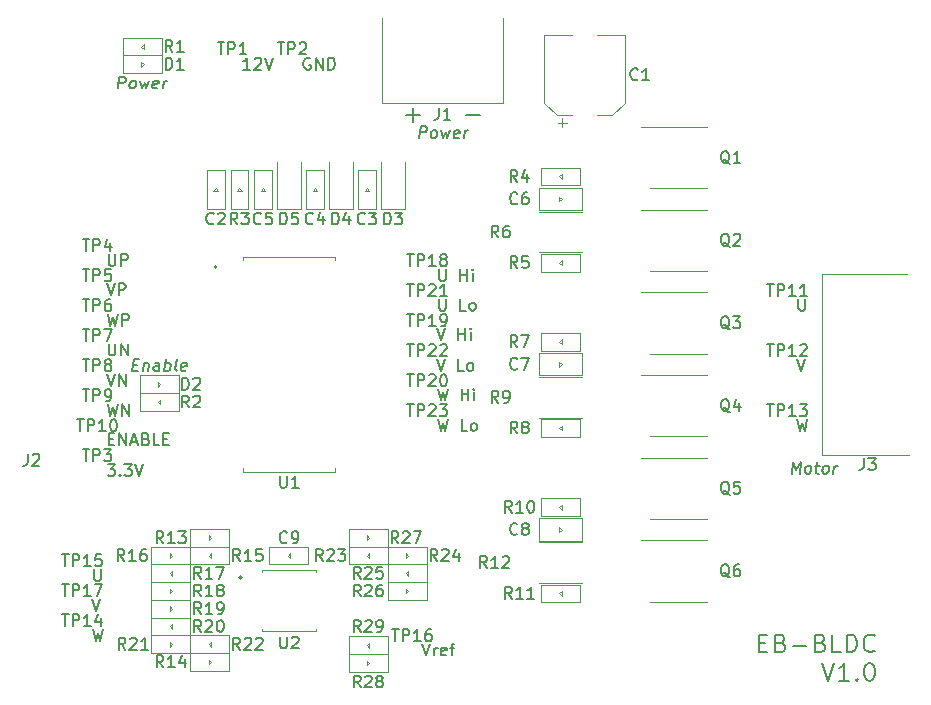
<source format=gto>
G04 #@! TF.GenerationSoftware,KiCad,Pcbnew,7.0.6*
G04 #@! TF.CreationDate,2023-12-17T20:00:09+09:00*
G04 #@! TF.ProjectId,EB-BLDC,45422d42-4c44-4432-9e6b-696361645f70,V1_0*
G04 #@! TF.SameCoordinates,Original*
G04 #@! TF.FileFunction,Legend,Top*
G04 #@! TF.FilePolarity,Positive*
%FSLAX46Y46*%
G04 Gerber Fmt 4.6, Leading zero omitted, Abs format (unit mm)*
G04 Created by KiCad (PCBNEW 7.0.6) date 2023-12-17 20:00:09*
%MOMM*%
%LPD*%
G01*
G04 APERTURE LIST*
%ADD10C,0.150000*%
%ADD11C,0.200000*%
%ADD12C,0.120000*%
G04 APERTURE END LIST*
D10*
X-28358458Y-8454819D02*
X-27739411Y-8454819D01*
X-27739411Y-8454819D02*
X-28072744Y-8835771D01*
X-28072744Y-8835771D02*
X-27929887Y-8835771D01*
X-27929887Y-8835771D02*
X-27834649Y-8883390D01*
X-27834649Y-8883390D02*
X-27787030Y-8931009D01*
X-27787030Y-8931009D02*
X-27739411Y-9026247D01*
X-27739411Y-9026247D02*
X-27739411Y-9264342D01*
X-27739411Y-9264342D02*
X-27787030Y-9359580D01*
X-27787030Y-9359580D02*
X-27834649Y-9407200D01*
X-27834649Y-9407200D02*
X-27929887Y-9454819D01*
X-27929887Y-9454819D02*
X-28215601Y-9454819D01*
X-28215601Y-9454819D02*
X-28310839Y-9407200D01*
X-28310839Y-9407200D02*
X-28358458Y-9359580D01*
X-27310839Y-9359580D02*
X-27263220Y-9407200D01*
X-27263220Y-9407200D02*
X-27310839Y-9454819D01*
X-27310839Y-9454819D02*
X-27358458Y-9407200D01*
X-27358458Y-9407200D02*
X-27310839Y-9359580D01*
X-27310839Y-9359580D02*
X-27310839Y-9454819D01*
X-26929887Y-8454819D02*
X-26310840Y-8454819D01*
X-26310840Y-8454819D02*
X-26644173Y-8835771D01*
X-26644173Y-8835771D02*
X-26501316Y-8835771D01*
X-26501316Y-8835771D02*
X-26406078Y-8883390D01*
X-26406078Y-8883390D02*
X-26358459Y-8931009D01*
X-26358459Y-8931009D02*
X-26310840Y-9026247D01*
X-26310840Y-9026247D02*
X-26310840Y-9264342D01*
X-26310840Y-9264342D02*
X-26358459Y-9359580D01*
X-26358459Y-9359580D02*
X-26406078Y-9407200D01*
X-26406078Y-9407200D02*
X-26501316Y-9454819D01*
X-26501316Y-9454819D02*
X-26787030Y-9454819D01*
X-26787030Y-9454819D02*
X-26882268Y-9407200D01*
X-26882268Y-9407200D02*
X-26929887Y-9359580D01*
X-26025125Y-8454819D02*
X-25691792Y-9454819D01*
X-25691792Y-9454819D02*
X-25358459Y-8454819D01*
X30041541Y-4654819D02*
X30279636Y-5654819D01*
X30279636Y-5654819D02*
X30470112Y-4940533D01*
X30470112Y-4940533D02*
X30660588Y-5654819D01*
X30660588Y-5654819D02*
X30898684Y-4654819D01*
D11*
X-26202380Y-28409D02*
X-25869047Y-28409D01*
X-25791666Y-552219D02*
X-26267857Y-552219D01*
X-26267857Y-552219D02*
X-26142857Y447780D01*
X-26142857Y447780D02*
X-25666666Y447780D01*
X-25279761Y114447D02*
X-25363095Y-552219D01*
X-25291666Y19209D02*
X-25238095Y66828D01*
X-25238095Y66828D02*
X-25136904Y114447D01*
X-25136904Y114447D02*
X-24994047Y114447D01*
X-24994047Y114447D02*
X-24904761Y66828D01*
X-24904761Y66828D02*
X-24869047Y-28409D01*
X-24869047Y-28409D02*
X-24934523Y-552219D01*
X-24029761Y-552219D02*
X-23964285Y-28409D01*
X-23964285Y-28409D02*
X-23999999Y66828D01*
X-23999999Y66828D02*
X-24089285Y114447D01*
X-24089285Y114447D02*
X-24279761Y114447D01*
X-24279761Y114447D02*
X-24380952Y66828D01*
X-24023809Y-504600D02*
X-24124999Y-552219D01*
X-24124999Y-552219D02*
X-24363095Y-552219D01*
X-24363095Y-552219D02*
X-24452380Y-504600D01*
X-24452380Y-504600D02*
X-24488095Y-409361D01*
X-24488095Y-409361D02*
X-24476190Y-314123D01*
X-24476190Y-314123D02*
X-24416666Y-218885D01*
X-24416666Y-218885D02*
X-24315476Y-171266D01*
X-24315476Y-171266D02*
X-24077380Y-171266D01*
X-24077380Y-171266D02*
X-23976190Y-123647D01*
X-23553571Y-552219D02*
X-23428571Y447780D01*
X-23476190Y66828D02*
X-23374999Y114447D01*
X-23374999Y114447D02*
X-23184523Y114447D01*
X-23184523Y114447D02*
X-23095237Y66828D01*
X-23095237Y66828D02*
X-23053571Y19209D01*
X-23053571Y19209D02*
X-23017856Y-76028D01*
X-23017856Y-76028D02*
X-23053571Y-361742D01*
X-23053571Y-361742D02*
X-23113094Y-456980D01*
X-23113094Y-456980D02*
X-23166666Y-504600D01*
X-23166666Y-504600D02*
X-23267856Y-552219D01*
X-23267856Y-552219D02*
X-23458333Y-552219D01*
X-23458333Y-552219D02*
X-23547618Y-504600D01*
X-22505952Y-552219D02*
X-22595237Y-504600D01*
X-22595237Y-504600D02*
X-22630952Y-409361D01*
X-22630952Y-409361D02*
X-22523809Y447780D01*
X-21738094Y-504600D02*
X-21839284Y-552219D01*
X-21839284Y-552219D02*
X-22029761Y-552219D01*
X-22029761Y-552219D02*
X-22119046Y-504600D01*
X-22119046Y-504600D02*
X-22154761Y-409361D01*
X-22154761Y-409361D02*
X-22107142Y-28409D01*
X-22107142Y-28409D02*
X-22047618Y66828D01*
X-22047618Y66828D02*
X-21946427Y114447D01*
X-21946427Y114447D02*
X-21755951Y114447D01*
X-21755951Y114447D02*
X-21666665Y66828D01*
X-21666665Y66828D02*
X-21630951Y-28409D01*
X-21630951Y-28409D02*
X-21642856Y-123647D01*
X-21642856Y-123647D02*
X-22130951Y-218885D01*
D10*
X-393458Y-2054819D02*
X-155363Y-3054819D01*
X-155363Y-3054819D02*
X35112Y-2340533D01*
X35112Y-2340533D02*
X225588Y-3054819D01*
X225588Y-3054819D02*
X463684Y-2054819D01*
X1606541Y-3054819D02*
X1606541Y-2054819D01*
X1606541Y-2531009D02*
X2177969Y-2531009D01*
X2177969Y-3054819D02*
X2177969Y-2054819D01*
X2654160Y-3054819D02*
X2654160Y-2388152D01*
X2654160Y-2054819D02*
X2606541Y-2102438D01*
X2606541Y-2102438D02*
X2654160Y-2150057D01*
X2654160Y-2150057D02*
X2701779Y-2102438D01*
X2701779Y-2102438D02*
X2654160Y-2054819D01*
X2654160Y-2054819D02*
X2654160Y-2150057D01*
X-29651077Y-19854819D02*
X-29317744Y-20854819D01*
X-29317744Y-20854819D02*
X-28984411Y-19854819D01*
X-28358458Y4245180D02*
X-28120363Y3245180D01*
X-28120363Y3245180D02*
X-27929887Y3959466D01*
X-27929887Y3959466D02*
X-27739411Y3245180D01*
X-27739411Y3245180D02*
X-27501316Y4245180D01*
X-27120363Y3245180D02*
X-27120363Y4245180D01*
X-27120363Y4245180D02*
X-26739411Y4245180D01*
X-26739411Y4245180D02*
X-26644173Y4197561D01*
X-26644173Y4197561D02*
X-26596554Y4149942D01*
X-26596554Y4149942D02*
X-26548935Y4054704D01*
X-26548935Y4054704D02*
X-26548935Y3911847D01*
X-26548935Y3911847D02*
X-26596554Y3816609D01*
X-26596554Y3816609D02*
X-26644173Y3768990D01*
X-26644173Y3768990D02*
X-26739411Y3721371D01*
X-26739411Y3721371D02*
X-27120363Y3721371D01*
X-28358458Y-3354819D02*
X-28120363Y-4354819D01*
X-28120363Y-4354819D02*
X-27929887Y-3640533D01*
X-27929887Y-3640533D02*
X-27739411Y-4354819D01*
X-27739411Y-4354819D02*
X-27501316Y-3354819D01*
X-27120363Y-4354819D02*
X-27120363Y-3354819D01*
X-27120363Y-3354819D02*
X-26548935Y-4354819D01*
X-26548935Y-4354819D02*
X-26548935Y-3354819D01*
X-298220Y5545180D02*
X-298220Y4735657D01*
X-298220Y4735657D02*
X-250601Y4640419D01*
X-250601Y4640419D02*
X-202982Y4592800D01*
X-202982Y4592800D02*
X-107744Y4545180D01*
X-107744Y4545180D02*
X82731Y4545180D01*
X82731Y4545180D02*
X177969Y4592800D01*
X177969Y4592800D02*
X225588Y4640419D01*
X225588Y4640419D02*
X273207Y4735657D01*
X273207Y4735657D02*
X273207Y5545180D01*
X1987493Y4545180D02*
X1511303Y4545180D01*
X1511303Y4545180D02*
X1511303Y5545180D01*
X2463684Y4545180D02*
X2368446Y4592800D01*
X2368446Y4592800D02*
X2320827Y4640419D01*
X2320827Y4640419D02*
X2273208Y4735657D01*
X2273208Y4735657D02*
X2273208Y5021371D01*
X2273208Y5021371D02*
X2320827Y5116609D01*
X2320827Y5116609D02*
X2368446Y5164228D01*
X2368446Y5164228D02*
X2463684Y5211847D01*
X2463684Y5211847D02*
X2606541Y5211847D01*
X2606541Y5211847D02*
X2701779Y5164228D01*
X2701779Y5164228D02*
X2749398Y5116609D01*
X2749398Y5116609D02*
X2797017Y5021371D01*
X2797017Y5021371D02*
X2797017Y4735657D01*
X2797017Y4735657D02*
X2749398Y4640419D01*
X2749398Y4640419D02*
X2701779Y4592800D01*
X2701779Y4592800D02*
X2606541Y4545180D01*
X2606541Y4545180D02*
X2463684Y4545180D01*
X-28263220Y-6331009D02*
X-27929887Y-6331009D01*
X-27787030Y-6854819D02*
X-28263220Y-6854819D01*
X-28263220Y-6854819D02*
X-28263220Y-5854819D01*
X-28263220Y-5854819D02*
X-27787030Y-5854819D01*
X-27358458Y-6854819D02*
X-27358458Y-5854819D01*
X-27358458Y-5854819D02*
X-26787030Y-6854819D01*
X-26787030Y-6854819D02*
X-26787030Y-5854819D01*
X-26358458Y-6569104D02*
X-25882268Y-6569104D01*
X-26453696Y-6854819D02*
X-26120363Y-5854819D01*
X-26120363Y-5854819D02*
X-25787030Y-6854819D01*
X-25120363Y-6331009D02*
X-24977506Y-6378628D01*
X-24977506Y-6378628D02*
X-24929887Y-6426247D01*
X-24929887Y-6426247D02*
X-24882268Y-6521485D01*
X-24882268Y-6521485D02*
X-24882268Y-6664342D01*
X-24882268Y-6664342D02*
X-24929887Y-6759580D01*
X-24929887Y-6759580D02*
X-24977506Y-6807200D01*
X-24977506Y-6807200D02*
X-25072744Y-6854819D01*
X-25072744Y-6854819D02*
X-25453696Y-6854819D01*
X-25453696Y-6854819D02*
X-25453696Y-5854819D01*
X-25453696Y-5854819D02*
X-25120363Y-5854819D01*
X-25120363Y-5854819D02*
X-25025125Y-5902438D01*
X-25025125Y-5902438D02*
X-24977506Y-5950057D01*
X-24977506Y-5950057D02*
X-24929887Y-6045295D01*
X-24929887Y-6045295D02*
X-24929887Y-6140533D01*
X-24929887Y-6140533D02*
X-24977506Y-6235771D01*
X-24977506Y-6235771D02*
X-25025125Y-6283390D01*
X-25025125Y-6283390D02*
X-25120363Y-6331009D01*
X-25120363Y-6331009D02*
X-25453696Y-6331009D01*
X-23977506Y-6854819D02*
X-24453696Y-6854819D01*
X-24453696Y-6854819D02*
X-24453696Y-5854819D01*
X-23644172Y-6331009D02*
X-23310839Y-6331009D01*
X-23167982Y-6854819D02*
X-23644172Y-6854819D01*
X-23644172Y-6854819D02*
X-23644172Y-5854819D01*
X-23644172Y-5854819D02*
X-23167982Y-5854819D01*
X-441077Y445180D02*
X-107744Y-554819D01*
X-107744Y-554819D02*
X225588Y445180D01*
X1797017Y-554819D02*
X1320827Y-554819D01*
X1320827Y-554819D02*
X1320827Y445180D01*
X2273208Y-554819D02*
X2177970Y-507200D01*
X2177970Y-507200D02*
X2130351Y-459580D01*
X2130351Y-459580D02*
X2082732Y-364342D01*
X2082732Y-364342D02*
X2082732Y-78628D01*
X2082732Y-78628D02*
X2130351Y16609D01*
X2130351Y16609D02*
X2177970Y64228D01*
X2177970Y64228D02*
X2273208Y111847D01*
X2273208Y111847D02*
X2416065Y111847D01*
X2416065Y111847D02*
X2511303Y64228D01*
X2511303Y64228D02*
X2558922Y16609D01*
X2558922Y16609D02*
X2606541Y-78628D01*
X2606541Y-78628D02*
X2606541Y-364342D01*
X2606541Y-364342D02*
X2558922Y-459580D01*
X2558922Y-459580D02*
X2511303Y-507200D01*
X2511303Y-507200D02*
X2416065Y-554819D01*
X2416065Y-554819D02*
X2273208Y-554819D01*
D11*
X29560713Y-9252219D02*
X29685713Y-8252219D01*
X29685713Y-8252219D02*
X29929761Y-8966504D01*
X29929761Y-8966504D02*
X30352380Y-8252219D01*
X30352380Y-8252219D02*
X30227380Y-9252219D01*
X30846428Y-9252219D02*
X30757142Y-9204600D01*
X30757142Y-9204600D02*
X30715475Y-9156980D01*
X30715475Y-9156980D02*
X30679761Y-9061742D01*
X30679761Y-9061742D02*
X30715475Y-8776028D01*
X30715475Y-8776028D02*
X30774999Y-8680790D01*
X30774999Y-8680790D02*
X30828570Y-8633171D01*
X30828570Y-8633171D02*
X30929761Y-8585552D01*
X30929761Y-8585552D02*
X31072618Y-8585552D01*
X31072618Y-8585552D02*
X31161904Y-8633171D01*
X31161904Y-8633171D02*
X31203570Y-8680790D01*
X31203570Y-8680790D02*
X31239285Y-8776028D01*
X31239285Y-8776028D02*
X31203570Y-9061742D01*
X31203570Y-9061742D02*
X31144047Y-9156980D01*
X31144047Y-9156980D02*
X31090475Y-9204600D01*
X31090475Y-9204600D02*
X30989285Y-9252219D01*
X30989285Y-9252219D02*
X30846428Y-9252219D01*
X31548809Y-8585552D02*
X31929761Y-8585552D01*
X31733332Y-8252219D02*
X31626190Y-9109361D01*
X31626190Y-9109361D02*
X31661904Y-9204600D01*
X31661904Y-9204600D02*
X31751190Y-9252219D01*
X31751190Y-9252219D02*
X31846428Y-9252219D01*
X32322619Y-9252219D02*
X32233333Y-9204600D01*
X32233333Y-9204600D02*
X32191666Y-9156980D01*
X32191666Y-9156980D02*
X32155952Y-9061742D01*
X32155952Y-9061742D02*
X32191666Y-8776028D01*
X32191666Y-8776028D02*
X32251190Y-8680790D01*
X32251190Y-8680790D02*
X32304761Y-8633171D01*
X32304761Y-8633171D02*
X32405952Y-8585552D01*
X32405952Y-8585552D02*
X32548809Y-8585552D01*
X32548809Y-8585552D02*
X32638095Y-8633171D01*
X32638095Y-8633171D02*
X32679761Y-8680790D01*
X32679761Y-8680790D02*
X32715476Y-8776028D01*
X32715476Y-8776028D02*
X32679761Y-9061742D01*
X32679761Y-9061742D02*
X32620238Y-9156980D01*
X32620238Y-9156980D02*
X32566666Y-9204600D01*
X32566666Y-9204600D02*
X32465476Y-9252219D01*
X32465476Y-9252219D02*
X32322619Y-9252219D01*
X33084523Y-9252219D02*
X33167857Y-8585552D01*
X33144047Y-8776028D02*
X33203571Y-8680790D01*
X33203571Y-8680790D02*
X33257142Y-8633171D01*
X33257142Y-8633171D02*
X33358333Y-8585552D01*
X33358333Y-8585552D02*
X33453571Y-8585552D01*
D10*
X-16284411Y24945180D02*
X-16855839Y24945180D01*
X-16570125Y24945180D02*
X-16570125Y25945180D01*
X-16570125Y25945180D02*
X-16665363Y25802323D01*
X-16665363Y25802323D02*
X-16760601Y25707085D01*
X-16760601Y25707085D02*
X-16855839Y25659466D01*
X-15903458Y25849942D02*
X-15855839Y25897561D01*
X-15855839Y25897561D02*
X-15760601Y25945180D01*
X-15760601Y25945180D02*
X-15522506Y25945180D01*
X-15522506Y25945180D02*
X-15427268Y25897561D01*
X-15427268Y25897561D02*
X-15379649Y25849942D01*
X-15379649Y25849942D02*
X-15332030Y25754704D01*
X-15332030Y25754704D02*
X-15332030Y25659466D01*
X-15332030Y25659466D02*
X-15379649Y25516609D01*
X-15379649Y25516609D02*
X-15951077Y24945180D01*
X-15951077Y24945180D02*
X-15332030Y24945180D01*
X-15046315Y25945180D02*
X-14712982Y24945180D01*
X-14712982Y24945180D02*
X-14379649Y25945180D01*
X-441077Y3045180D02*
X-107744Y2045180D01*
X-107744Y2045180D02*
X225588Y3045180D01*
X1320827Y2045180D02*
X1320827Y3045180D01*
X1320827Y2568990D02*
X1892255Y2568990D01*
X1892255Y2045180D02*
X1892255Y3045180D01*
X2368446Y2045180D02*
X2368446Y2711847D01*
X2368446Y3045180D02*
X2320827Y2997561D01*
X2320827Y2997561D02*
X2368446Y2949942D01*
X2368446Y2949942D02*
X2416065Y2997561D01*
X2416065Y2997561D02*
X2368446Y3045180D01*
X2368446Y3045180D02*
X2368446Y2949942D01*
X-28406077Y6845180D02*
X-28072744Y5845180D01*
X-28072744Y5845180D02*
X-27739411Y6845180D01*
X-27406077Y5845180D02*
X-27406077Y6845180D01*
X-27406077Y6845180D02*
X-27025125Y6845180D01*
X-27025125Y6845180D02*
X-26929887Y6797561D01*
X-26929887Y6797561D02*
X-26882268Y6749942D01*
X-26882268Y6749942D02*
X-26834649Y6654704D01*
X-26834649Y6654704D02*
X-26834649Y6511847D01*
X-26834649Y6511847D02*
X-26882268Y6416609D01*
X-26882268Y6416609D02*
X-26929887Y6368990D01*
X-26929887Y6368990D02*
X-27025125Y6321371D01*
X-27025125Y6321371D02*
X-27406077Y6321371D01*
D11*
X26796992Y-23605314D02*
X27296992Y-23605314D01*
X27511278Y-24391028D02*
X26796992Y-24391028D01*
X26796992Y-24391028D02*
X26796992Y-22891028D01*
X26796992Y-22891028D02*
X27511278Y-22891028D01*
X28654135Y-23605314D02*
X28868421Y-23676742D01*
X28868421Y-23676742D02*
X28939850Y-23748171D01*
X28939850Y-23748171D02*
X29011278Y-23891028D01*
X29011278Y-23891028D02*
X29011278Y-24105314D01*
X29011278Y-24105314D02*
X28939850Y-24248171D01*
X28939850Y-24248171D02*
X28868421Y-24319600D01*
X28868421Y-24319600D02*
X28725564Y-24391028D01*
X28725564Y-24391028D02*
X28154135Y-24391028D01*
X28154135Y-24391028D02*
X28154135Y-22891028D01*
X28154135Y-22891028D02*
X28654135Y-22891028D01*
X28654135Y-22891028D02*
X28796993Y-22962457D01*
X28796993Y-22962457D02*
X28868421Y-23033885D01*
X28868421Y-23033885D02*
X28939850Y-23176742D01*
X28939850Y-23176742D02*
X28939850Y-23319600D01*
X28939850Y-23319600D02*
X28868421Y-23462457D01*
X28868421Y-23462457D02*
X28796993Y-23533885D01*
X28796993Y-23533885D02*
X28654135Y-23605314D01*
X28654135Y-23605314D02*
X28154135Y-23605314D01*
X29654135Y-23819600D02*
X30796993Y-23819600D01*
X32011278Y-23605314D02*
X32225564Y-23676742D01*
X32225564Y-23676742D02*
X32296993Y-23748171D01*
X32296993Y-23748171D02*
X32368421Y-23891028D01*
X32368421Y-23891028D02*
X32368421Y-24105314D01*
X32368421Y-24105314D02*
X32296993Y-24248171D01*
X32296993Y-24248171D02*
X32225564Y-24319600D01*
X32225564Y-24319600D02*
X32082707Y-24391028D01*
X32082707Y-24391028D02*
X31511278Y-24391028D01*
X31511278Y-24391028D02*
X31511278Y-22891028D01*
X31511278Y-22891028D02*
X32011278Y-22891028D01*
X32011278Y-22891028D02*
X32154136Y-22962457D01*
X32154136Y-22962457D02*
X32225564Y-23033885D01*
X32225564Y-23033885D02*
X32296993Y-23176742D01*
X32296993Y-23176742D02*
X32296993Y-23319600D01*
X32296993Y-23319600D02*
X32225564Y-23462457D01*
X32225564Y-23462457D02*
X32154136Y-23533885D01*
X32154136Y-23533885D02*
X32011278Y-23605314D01*
X32011278Y-23605314D02*
X31511278Y-23605314D01*
X33725564Y-24391028D02*
X33011278Y-24391028D01*
X33011278Y-24391028D02*
X33011278Y-22891028D01*
X34225564Y-24391028D02*
X34225564Y-22891028D01*
X34225564Y-22891028D02*
X34582707Y-22891028D01*
X34582707Y-22891028D02*
X34796993Y-22962457D01*
X34796993Y-22962457D02*
X34939850Y-23105314D01*
X34939850Y-23105314D02*
X35011279Y-23248171D01*
X35011279Y-23248171D02*
X35082707Y-23533885D01*
X35082707Y-23533885D02*
X35082707Y-23748171D01*
X35082707Y-23748171D02*
X35011279Y-24033885D01*
X35011279Y-24033885D02*
X34939850Y-24176742D01*
X34939850Y-24176742D02*
X34796993Y-24319600D01*
X34796993Y-24319600D02*
X34582707Y-24391028D01*
X34582707Y-24391028D02*
X34225564Y-24391028D01*
X36582707Y-24248171D02*
X36511279Y-24319600D01*
X36511279Y-24319600D02*
X36296993Y-24391028D01*
X36296993Y-24391028D02*
X36154136Y-24391028D01*
X36154136Y-24391028D02*
X35939850Y-24319600D01*
X35939850Y-24319600D02*
X35796993Y-24176742D01*
X35796993Y-24176742D02*
X35725564Y-24033885D01*
X35725564Y-24033885D02*
X35654136Y-23748171D01*
X35654136Y-23748171D02*
X35654136Y-23533885D01*
X35654136Y-23533885D02*
X35725564Y-23248171D01*
X35725564Y-23248171D02*
X35796993Y-23105314D01*
X35796993Y-23105314D02*
X35939850Y-22962457D01*
X35939850Y-22962457D02*
X36154136Y-22891028D01*
X36154136Y-22891028D02*
X36296993Y-22891028D01*
X36296993Y-22891028D02*
X36511279Y-22962457D01*
X36511279Y-22962457D02*
X36582707Y-23033885D01*
X32154137Y-25306028D02*
X32654137Y-26806028D01*
X32654137Y-26806028D02*
X33154137Y-25306028D01*
X34439851Y-26806028D02*
X33582708Y-26806028D01*
X34011279Y-26806028D02*
X34011279Y-25306028D01*
X34011279Y-25306028D02*
X33868422Y-25520314D01*
X33868422Y-25520314D02*
X33725565Y-25663171D01*
X33725565Y-25663171D02*
X33582708Y-25734600D01*
X35082707Y-26663171D02*
X35154136Y-26734600D01*
X35154136Y-26734600D02*
X35082707Y-26806028D01*
X35082707Y-26806028D02*
X35011279Y-26734600D01*
X35011279Y-26734600D02*
X35082707Y-26663171D01*
X35082707Y-26663171D02*
X35082707Y-26806028D01*
X36082708Y-25306028D02*
X36225565Y-25306028D01*
X36225565Y-25306028D02*
X36368422Y-25377457D01*
X36368422Y-25377457D02*
X36439851Y-25448885D01*
X36439851Y-25448885D02*
X36511279Y-25591742D01*
X36511279Y-25591742D02*
X36582708Y-25877457D01*
X36582708Y-25877457D02*
X36582708Y-26234600D01*
X36582708Y-26234600D02*
X36511279Y-26520314D01*
X36511279Y-26520314D02*
X36439851Y-26663171D01*
X36439851Y-26663171D02*
X36368422Y-26734600D01*
X36368422Y-26734600D02*
X36225565Y-26806028D01*
X36225565Y-26806028D02*
X36082708Y-26806028D01*
X36082708Y-26806028D02*
X35939851Y-26734600D01*
X35939851Y-26734600D02*
X35868422Y-26663171D01*
X35868422Y-26663171D02*
X35796993Y-26520314D01*
X35796993Y-26520314D02*
X35725565Y-26234600D01*
X35725565Y-26234600D02*
X35725565Y-25877457D01*
X35725565Y-25877457D02*
X35796993Y-25591742D01*
X35796993Y-25591742D02*
X35868422Y-25448885D01*
X35868422Y-25448885D02*
X35939851Y-25377457D01*
X35939851Y-25377457D02*
X36082708Y-25306028D01*
X-1982143Y19147780D02*
X-1857143Y20147780D01*
X-1857143Y20147780D02*
X-1476190Y20147780D01*
X-1476190Y20147780D02*
X-1386905Y20100161D01*
X-1386905Y20100161D02*
X-1345238Y20052542D01*
X-1345238Y20052542D02*
X-1309524Y19957304D01*
X-1309524Y19957304D02*
X-1327381Y19814447D01*
X-1327381Y19814447D02*
X-1386905Y19719209D01*
X-1386905Y19719209D02*
X-1440476Y19671590D01*
X-1440476Y19671590D02*
X-1541666Y19623971D01*
X-1541666Y19623971D02*
X-1922619Y19623971D01*
X-839286Y19147780D02*
X-928571Y19195400D01*
X-928571Y19195400D02*
X-970238Y19243019D01*
X-970238Y19243019D02*
X-1005952Y19338257D01*
X-1005952Y19338257D02*
X-970238Y19623971D01*
X-970238Y19623971D02*
X-910714Y19719209D01*
X-910714Y19719209D02*
X-857143Y19766828D01*
X-857143Y19766828D02*
X-755952Y19814447D01*
X-755952Y19814447D02*
X-613095Y19814447D01*
X-613095Y19814447D02*
X-523809Y19766828D01*
X-523809Y19766828D02*
X-482143Y19719209D01*
X-482143Y19719209D02*
X-446428Y19623971D01*
X-446428Y19623971D02*
X-482143Y19338257D01*
X-482143Y19338257D02*
X-541666Y19243019D01*
X-541666Y19243019D02*
X-595238Y19195400D01*
X-595238Y19195400D02*
X-696428Y19147780D01*
X-696428Y19147780D02*
X-839286Y19147780D01*
X-89285Y19814447D02*
X17856Y19147780D01*
X17856Y19147780D02*
X267856Y19623971D01*
X267856Y19623971D02*
X398809Y19147780D01*
X398809Y19147780D02*
X672618Y19814447D01*
X1357142Y19195400D02*
X1255952Y19147780D01*
X1255952Y19147780D02*
X1065475Y19147780D01*
X1065475Y19147780D02*
X976190Y19195400D01*
X976190Y19195400D02*
X940475Y19290638D01*
X940475Y19290638D02*
X988095Y19671590D01*
X988095Y19671590D02*
X1047618Y19766828D01*
X1047618Y19766828D02*
X1148809Y19814447D01*
X1148809Y19814447D02*
X1339285Y19814447D01*
X1339285Y19814447D02*
X1428571Y19766828D01*
X1428571Y19766828D02*
X1464285Y19671590D01*
X1464285Y19671590D02*
X1452380Y19576352D01*
X1452380Y19576352D02*
X964285Y19481114D01*
X1827380Y19147780D02*
X1910714Y19814447D01*
X1886904Y19623971D02*
X1946428Y19719209D01*
X1946428Y19719209D02*
X1999999Y19766828D01*
X1999999Y19766828D02*
X2101190Y19814447D01*
X2101190Y19814447D02*
X2196428Y19814447D01*
D10*
X29993922Y445180D02*
X30327255Y-554819D01*
X30327255Y-554819D02*
X30660588Y445180D01*
X-393458Y-4654819D02*
X-155363Y-5654819D01*
X-155363Y-5654819D02*
X35112Y-4940533D01*
X35112Y-4940533D02*
X225588Y-5654819D01*
X225588Y-5654819D02*
X463684Y-4654819D01*
X2082731Y-5654819D02*
X1606541Y-5654819D01*
X1606541Y-5654819D02*
X1606541Y-4654819D01*
X2558922Y-5654819D02*
X2463684Y-5607200D01*
X2463684Y-5607200D02*
X2416065Y-5559580D01*
X2416065Y-5559580D02*
X2368446Y-5464342D01*
X2368446Y-5464342D02*
X2368446Y-5178628D01*
X2368446Y-5178628D02*
X2416065Y-5083390D01*
X2416065Y-5083390D02*
X2463684Y-5035771D01*
X2463684Y-5035771D02*
X2558922Y-4988152D01*
X2558922Y-4988152D02*
X2701779Y-4988152D01*
X2701779Y-4988152D02*
X2797017Y-5035771D01*
X2797017Y-5035771D02*
X2844636Y-5083390D01*
X2844636Y-5083390D02*
X2892255Y-5178628D01*
X2892255Y-5178628D02*
X2892255Y-5464342D01*
X2892255Y-5464342D02*
X2844636Y-5559580D01*
X2844636Y-5559580D02*
X2797017Y-5607200D01*
X2797017Y-5607200D02*
X2701779Y-5654819D01*
X2701779Y-5654819D02*
X2558922Y-5654819D01*
X-28406077Y-854819D02*
X-28072744Y-1854819D01*
X-28072744Y-1854819D02*
X-27739411Y-854819D01*
X-27406077Y-1854819D02*
X-27406077Y-854819D01*
X-27406077Y-854819D02*
X-26834649Y-1854819D01*
X-26834649Y-1854819D02*
X-26834649Y-854819D01*
X-28263220Y1745180D02*
X-28263220Y935657D01*
X-28263220Y935657D02*
X-28215601Y840419D01*
X-28215601Y840419D02*
X-28167982Y792800D01*
X-28167982Y792800D02*
X-28072744Y745180D01*
X-28072744Y745180D02*
X-27882268Y745180D01*
X-27882268Y745180D02*
X-27787030Y792800D01*
X-27787030Y792800D02*
X-27739411Y840419D01*
X-27739411Y840419D02*
X-27691792Y935657D01*
X-27691792Y935657D02*
X-27691792Y1745180D01*
X-27215601Y745180D02*
X-27215601Y1745180D01*
X-27215601Y1745180D02*
X-26644173Y745180D01*
X-26644173Y745180D02*
X-26644173Y1745180D01*
X30136779Y5545180D02*
X30136779Y4735657D01*
X30136779Y4735657D02*
X30184398Y4640419D01*
X30184398Y4640419D02*
X30232017Y4592800D01*
X30232017Y4592800D02*
X30327255Y4545180D01*
X30327255Y4545180D02*
X30517731Y4545180D01*
X30517731Y4545180D02*
X30612969Y4592800D01*
X30612969Y4592800D02*
X30660588Y4640419D01*
X30660588Y4640419D02*
X30708207Y4735657D01*
X30708207Y4735657D02*
X30708207Y5545180D01*
D11*
X-27482143Y23347780D02*
X-27357143Y24347780D01*
X-27357143Y24347780D02*
X-26976190Y24347780D01*
X-26976190Y24347780D02*
X-26886905Y24300161D01*
X-26886905Y24300161D02*
X-26845238Y24252542D01*
X-26845238Y24252542D02*
X-26809524Y24157304D01*
X-26809524Y24157304D02*
X-26827381Y24014447D01*
X-26827381Y24014447D02*
X-26886905Y23919209D01*
X-26886905Y23919209D02*
X-26940476Y23871590D01*
X-26940476Y23871590D02*
X-27041666Y23823971D01*
X-27041666Y23823971D02*
X-27422619Y23823971D01*
X-26339286Y23347780D02*
X-26428571Y23395400D01*
X-26428571Y23395400D02*
X-26470238Y23443019D01*
X-26470238Y23443019D02*
X-26505952Y23538257D01*
X-26505952Y23538257D02*
X-26470238Y23823971D01*
X-26470238Y23823971D02*
X-26410714Y23919209D01*
X-26410714Y23919209D02*
X-26357143Y23966828D01*
X-26357143Y23966828D02*
X-26255952Y24014447D01*
X-26255952Y24014447D02*
X-26113095Y24014447D01*
X-26113095Y24014447D02*
X-26023809Y23966828D01*
X-26023809Y23966828D02*
X-25982143Y23919209D01*
X-25982143Y23919209D02*
X-25946428Y23823971D01*
X-25946428Y23823971D02*
X-25982143Y23538257D01*
X-25982143Y23538257D02*
X-26041666Y23443019D01*
X-26041666Y23443019D02*
X-26095238Y23395400D01*
X-26095238Y23395400D02*
X-26196428Y23347780D01*
X-26196428Y23347780D02*
X-26339286Y23347780D01*
X-25589285Y24014447D02*
X-25482143Y23347780D01*
X-25482143Y23347780D02*
X-25232143Y23823971D01*
X-25232143Y23823971D02*
X-25101190Y23347780D01*
X-25101190Y23347780D02*
X-24827381Y24014447D01*
X-24142857Y23395400D02*
X-24244047Y23347780D01*
X-24244047Y23347780D02*
X-24434524Y23347780D01*
X-24434524Y23347780D02*
X-24523809Y23395400D01*
X-24523809Y23395400D02*
X-24559524Y23490638D01*
X-24559524Y23490638D02*
X-24511905Y23871590D01*
X-24511905Y23871590D02*
X-24452381Y23966828D01*
X-24452381Y23966828D02*
X-24351190Y24014447D01*
X-24351190Y24014447D02*
X-24160714Y24014447D01*
X-24160714Y24014447D02*
X-24071428Y23966828D01*
X-24071428Y23966828D02*
X-24035714Y23871590D01*
X-24035714Y23871590D02*
X-24047619Y23776352D01*
X-24047619Y23776352D02*
X-24535714Y23681114D01*
X-23672619Y23347780D02*
X-23589285Y24014447D01*
X-23613095Y23823971D02*
X-23553571Y23919209D01*
X-23553571Y23919209D02*
X-23500000Y23966828D01*
X-23500000Y23966828D02*
X-23398809Y24014447D01*
X-23398809Y24014447D02*
X-23303571Y24014447D01*
D10*
X-29508220Y-17354819D02*
X-29508220Y-18164342D01*
X-29508220Y-18164342D02*
X-29460601Y-18259580D01*
X-29460601Y-18259580D02*
X-29412982Y-18307200D01*
X-29412982Y-18307200D02*
X-29317744Y-18354819D01*
X-29317744Y-18354819D02*
X-29127268Y-18354819D01*
X-29127268Y-18354819D02*
X-29032030Y-18307200D01*
X-29032030Y-18307200D02*
X-28984411Y-18259580D01*
X-28984411Y-18259580D02*
X-28936792Y-18164342D01*
X-28936792Y-18164342D02*
X-28936792Y-17354819D01*
X-29603458Y-22454819D02*
X-29365363Y-23454819D01*
X-29365363Y-23454819D02*
X-29174887Y-22740533D01*
X-29174887Y-22740533D02*
X-28984411Y-23454819D01*
X-28984411Y-23454819D02*
X-28746316Y-22454819D01*
X-298220Y8045180D02*
X-298220Y7235657D01*
X-298220Y7235657D02*
X-250601Y7140419D01*
X-250601Y7140419D02*
X-202982Y7092800D01*
X-202982Y7092800D02*
X-107744Y7045180D01*
X-107744Y7045180D02*
X82731Y7045180D01*
X82731Y7045180D02*
X177969Y7092800D01*
X177969Y7092800D02*
X225588Y7140419D01*
X225588Y7140419D02*
X273207Y7235657D01*
X273207Y7235657D02*
X273207Y8045180D01*
X1511303Y7045180D02*
X1511303Y8045180D01*
X1511303Y7568990D02*
X2082731Y7568990D01*
X2082731Y7045180D02*
X2082731Y8045180D01*
X2558922Y7045180D02*
X2558922Y7711847D01*
X2558922Y8045180D02*
X2511303Y7997561D01*
X2511303Y7997561D02*
X2558922Y7949942D01*
X2558922Y7949942D02*
X2606541Y7997561D01*
X2606541Y7997561D02*
X2558922Y8045180D01*
X2558922Y8045180D02*
X2558922Y7949942D01*
X-28263220Y9345180D02*
X-28263220Y8535657D01*
X-28263220Y8535657D02*
X-28215601Y8440419D01*
X-28215601Y8440419D02*
X-28167982Y8392800D01*
X-28167982Y8392800D02*
X-28072744Y8345180D01*
X-28072744Y8345180D02*
X-27882268Y8345180D01*
X-27882268Y8345180D02*
X-27787030Y8392800D01*
X-27787030Y8392800D02*
X-27739411Y8440419D01*
X-27739411Y8440419D02*
X-27691792Y8535657D01*
X-27691792Y8535657D02*
X-27691792Y9345180D01*
X-27215601Y8345180D02*
X-27215601Y9345180D01*
X-27215601Y9345180D02*
X-26834649Y9345180D01*
X-26834649Y9345180D02*
X-26739411Y9297561D01*
X-26739411Y9297561D02*
X-26691792Y9249942D01*
X-26691792Y9249942D02*
X-26644173Y9154704D01*
X-26644173Y9154704D02*
X-26644173Y9011847D01*
X-26644173Y9011847D02*
X-26691792Y8916609D01*
X-26691792Y8916609D02*
X-26739411Y8868990D01*
X-26739411Y8868990D02*
X-26834649Y8821371D01*
X-26834649Y8821371D02*
X-27215601Y8821371D01*
D11*
X2028571Y21087900D02*
X3171429Y21087900D01*
X-3071428Y21087900D02*
X-1928571Y21087900D01*
X-2499999Y20516471D02*
X-2499999Y21659328D01*
D10*
X-1711077Y-23654819D02*
X-1377744Y-24654819D01*
X-1377744Y-24654819D02*
X-1044411Y-23654819D01*
X-711077Y-24654819D02*
X-711077Y-23988152D01*
X-711077Y-24178628D02*
X-663458Y-24083390D01*
X-663458Y-24083390D02*
X-615839Y-24035771D01*
X-615839Y-24035771D02*
X-520601Y-23988152D01*
X-520601Y-23988152D02*
X-425363Y-23988152D01*
X288922Y-24607200D02*
X193684Y-24654819D01*
X193684Y-24654819D02*
X3208Y-24654819D01*
X3208Y-24654819D02*
X-92029Y-24607200D01*
X-92029Y-24607200D02*
X-139648Y-24511961D01*
X-139648Y-24511961D02*
X-139648Y-24131009D01*
X-139648Y-24131009D02*
X-92029Y-24035771D01*
X-92029Y-24035771D02*
X3208Y-23988152D01*
X3208Y-23988152D02*
X193684Y-23988152D01*
X193684Y-23988152D02*
X288922Y-24035771D01*
X288922Y-24035771D02*
X336541Y-24131009D01*
X336541Y-24131009D02*
X336541Y-24226247D01*
X336541Y-24226247D02*
X-139648Y-24321485D01*
X622256Y-23988152D02*
X1003208Y-23988152D01*
X765113Y-24654819D02*
X765113Y-23797676D01*
X765113Y-23797676D02*
X812732Y-23702438D01*
X812732Y-23702438D02*
X907970Y-23654819D01*
X907970Y-23654819D02*
X1003208Y-23654819D01*
X-11204411Y25897561D02*
X-11299649Y25945180D01*
X-11299649Y25945180D02*
X-11442506Y25945180D01*
X-11442506Y25945180D02*
X-11585363Y25897561D01*
X-11585363Y25897561D02*
X-11680601Y25802323D01*
X-11680601Y25802323D02*
X-11728220Y25707085D01*
X-11728220Y25707085D02*
X-11775839Y25516609D01*
X-11775839Y25516609D02*
X-11775839Y25373752D01*
X-11775839Y25373752D02*
X-11728220Y25183276D01*
X-11728220Y25183276D02*
X-11680601Y25088038D01*
X-11680601Y25088038D02*
X-11585363Y24992800D01*
X-11585363Y24992800D02*
X-11442506Y24945180D01*
X-11442506Y24945180D02*
X-11347268Y24945180D01*
X-11347268Y24945180D02*
X-11204411Y24992800D01*
X-11204411Y24992800D02*
X-11156792Y25040419D01*
X-11156792Y25040419D02*
X-11156792Y25373752D01*
X-11156792Y25373752D02*
X-11347268Y25373752D01*
X-10728220Y24945180D02*
X-10728220Y25945180D01*
X-10728220Y25945180D02*
X-10156792Y24945180D01*
X-10156792Y24945180D02*
X-10156792Y25945180D01*
X-9680601Y24945180D02*
X-9680601Y25945180D01*
X-9680601Y25945180D02*
X-9442506Y25945180D01*
X-9442506Y25945180D02*
X-9299649Y25897561D01*
X-9299649Y25897561D02*
X-9204411Y25802323D01*
X-9204411Y25802323D02*
X-9156792Y25707085D01*
X-9156792Y25707085D02*
X-9109173Y25516609D01*
X-9109173Y25516609D02*
X-9109173Y25373752D01*
X-9109173Y25373752D02*
X-9156792Y25183276D01*
X-9156792Y25183276D02*
X-9204411Y25088038D01*
X-9204411Y25088038D02*
X-9299649Y24992800D01*
X-9299649Y24992800D02*
X-9442506Y24945180D01*
X-9442506Y24945180D02*
X-9680601Y24945180D01*
X24304761Y9949942D02*
X24209523Y9997561D01*
X24209523Y9997561D02*
X24114285Y10092800D01*
X24114285Y10092800D02*
X23971428Y10235657D01*
X23971428Y10235657D02*
X23876190Y10283276D01*
X23876190Y10283276D02*
X23780952Y10283276D01*
X23828571Y10045180D02*
X23733333Y10092800D01*
X23733333Y10092800D02*
X23638095Y10188038D01*
X23638095Y10188038D02*
X23590476Y10378514D01*
X23590476Y10378514D02*
X23590476Y10711847D01*
X23590476Y10711847D02*
X23638095Y10902323D01*
X23638095Y10902323D02*
X23733333Y10997561D01*
X23733333Y10997561D02*
X23828571Y11045180D01*
X23828571Y11045180D02*
X24019047Y11045180D01*
X24019047Y11045180D02*
X24114285Y10997561D01*
X24114285Y10997561D02*
X24209523Y10902323D01*
X24209523Y10902323D02*
X24257142Y10711847D01*
X24257142Y10711847D02*
X24257142Y10378514D01*
X24257142Y10378514D02*
X24209523Y10188038D01*
X24209523Y10188038D02*
X24114285Y10092800D01*
X24114285Y10092800D02*
X24019047Y10045180D01*
X24019047Y10045180D02*
X23828571Y10045180D01*
X24638095Y10949942D02*
X24685714Y10997561D01*
X24685714Y10997561D02*
X24780952Y11045180D01*
X24780952Y11045180D02*
X25019047Y11045180D01*
X25019047Y11045180D02*
X25114285Y10997561D01*
X25114285Y10997561D02*
X25161904Y10949942D01*
X25161904Y10949942D02*
X25209523Y10854704D01*
X25209523Y10854704D02*
X25209523Y10759466D01*
X25209523Y10759466D02*
X25161904Y10616609D01*
X25161904Y10616609D02*
X24590476Y10045180D01*
X24590476Y10045180D02*
X25209523Y10045180D01*
X-19366666Y11940419D02*
X-19414285Y11892800D01*
X-19414285Y11892800D02*
X-19557142Y11845180D01*
X-19557142Y11845180D02*
X-19652380Y11845180D01*
X-19652380Y11845180D02*
X-19795237Y11892800D01*
X-19795237Y11892800D02*
X-19890475Y11988038D01*
X-19890475Y11988038D02*
X-19938094Y12083276D01*
X-19938094Y12083276D02*
X-19985713Y12273752D01*
X-19985713Y12273752D02*
X-19985713Y12416609D01*
X-19985713Y12416609D02*
X-19938094Y12607085D01*
X-19938094Y12607085D02*
X-19890475Y12702323D01*
X-19890475Y12702323D02*
X-19795237Y12797561D01*
X-19795237Y12797561D02*
X-19652380Y12845180D01*
X-19652380Y12845180D02*
X-19557142Y12845180D01*
X-19557142Y12845180D02*
X-19414285Y12797561D01*
X-19414285Y12797561D02*
X-19366666Y12749942D01*
X-18985713Y12749942D02*
X-18938094Y12797561D01*
X-18938094Y12797561D02*
X-18842856Y12845180D01*
X-18842856Y12845180D02*
X-18604761Y12845180D01*
X-18604761Y12845180D02*
X-18509523Y12797561D01*
X-18509523Y12797561D02*
X-18461904Y12749942D01*
X-18461904Y12749942D02*
X-18414285Y12654704D01*
X-18414285Y12654704D02*
X-18414285Y12559466D01*
X-18414285Y12559466D02*
X-18461904Y12416609D01*
X-18461904Y12416609D02*
X-19033332Y11845180D01*
X-19033332Y11845180D02*
X-18414285Y11845180D01*
X-6942857Y-22654819D02*
X-7276190Y-22178628D01*
X-7514285Y-22654819D02*
X-7514285Y-21654819D01*
X-7514285Y-21654819D02*
X-7133333Y-21654819D01*
X-7133333Y-21654819D02*
X-7038095Y-21702438D01*
X-7038095Y-21702438D02*
X-6990476Y-21750057D01*
X-6990476Y-21750057D02*
X-6942857Y-21845295D01*
X-6942857Y-21845295D02*
X-6942857Y-21988152D01*
X-6942857Y-21988152D02*
X-6990476Y-22083390D01*
X-6990476Y-22083390D02*
X-7038095Y-22131009D01*
X-7038095Y-22131009D02*
X-7133333Y-22178628D01*
X-7133333Y-22178628D02*
X-7514285Y-22178628D01*
X-6561904Y-21750057D02*
X-6514285Y-21702438D01*
X-6514285Y-21702438D02*
X-6419047Y-21654819D01*
X-6419047Y-21654819D02*
X-6180952Y-21654819D01*
X-6180952Y-21654819D02*
X-6085714Y-21702438D01*
X-6085714Y-21702438D02*
X-6038095Y-21750057D01*
X-6038095Y-21750057D02*
X-5990476Y-21845295D01*
X-5990476Y-21845295D02*
X-5990476Y-21940533D01*
X-5990476Y-21940533D02*
X-6038095Y-22083390D01*
X-6038095Y-22083390D02*
X-6609523Y-22654819D01*
X-6609523Y-22654819D02*
X-5990476Y-22654819D01*
X-5514285Y-22654819D02*
X-5323809Y-22654819D01*
X-5323809Y-22654819D02*
X-5228571Y-22607200D01*
X-5228571Y-22607200D02*
X-5180952Y-22559580D01*
X-5180952Y-22559580D02*
X-5085714Y-22416723D01*
X-5085714Y-22416723D02*
X-5038095Y-22226247D01*
X-5038095Y-22226247D02*
X-5038095Y-21845295D01*
X-5038095Y-21845295D02*
X-5085714Y-21750057D01*
X-5085714Y-21750057D02*
X-5133333Y-21702438D01*
X-5133333Y-21702438D02*
X-5228571Y-21654819D01*
X-5228571Y-21654819D02*
X-5419047Y-21654819D01*
X-5419047Y-21654819D02*
X-5514285Y-21702438D01*
X-5514285Y-21702438D02*
X-5561904Y-21750057D01*
X-5561904Y-21750057D02*
X-5609523Y-21845295D01*
X-5609523Y-21845295D02*
X-5609523Y-22083390D01*
X-5609523Y-22083390D02*
X-5561904Y-22178628D01*
X-5561904Y-22178628D02*
X-5514285Y-22226247D01*
X-5514285Y-22226247D02*
X-5419047Y-22273866D01*
X-5419047Y-22273866D02*
X-5228571Y-22273866D01*
X-5228571Y-22273866D02*
X-5133333Y-22226247D01*
X-5133333Y-22226247D02*
X-5085714Y-22178628D01*
X-5085714Y-22178628D02*
X-5038095Y-22083390D01*
X6333333Y1445180D02*
X6000000Y1921371D01*
X5761905Y1445180D02*
X5761905Y2445180D01*
X5761905Y2445180D02*
X6142857Y2445180D01*
X6142857Y2445180D02*
X6238095Y2397561D01*
X6238095Y2397561D02*
X6285714Y2349942D01*
X6285714Y2349942D02*
X6333333Y2254704D01*
X6333333Y2254704D02*
X6333333Y2111847D01*
X6333333Y2111847D02*
X6285714Y2016609D01*
X6285714Y2016609D02*
X6238095Y1968990D01*
X6238095Y1968990D02*
X6142857Y1921371D01*
X6142857Y1921371D02*
X5761905Y1921371D01*
X6666667Y2445180D02*
X7333333Y2445180D01*
X7333333Y2445180D02*
X6904762Y1445180D01*
X-3008094Y9308180D02*
X-2436666Y9308180D01*
X-2722380Y8308180D02*
X-2722380Y9308180D01*
X-2103332Y8308180D02*
X-2103332Y9308180D01*
X-2103332Y9308180D02*
X-1722380Y9308180D01*
X-1722380Y9308180D02*
X-1627142Y9260561D01*
X-1627142Y9260561D02*
X-1579523Y9212942D01*
X-1579523Y9212942D02*
X-1531904Y9117704D01*
X-1531904Y9117704D02*
X-1531904Y8974847D01*
X-1531904Y8974847D02*
X-1579523Y8879609D01*
X-1579523Y8879609D02*
X-1627142Y8831990D01*
X-1627142Y8831990D02*
X-1722380Y8784371D01*
X-1722380Y8784371D02*
X-2103332Y8784371D01*
X-579523Y8308180D02*
X-1150951Y8308180D01*
X-865237Y8308180D02*
X-865237Y9308180D01*
X-865237Y9308180D02*
X-960475Y9165323D01*
X-960475Y9165323D02*
X-1055713Y9070085D01*
X-1055713Y9070085D02*
X-1150951Y9022466D01*
X-8094Y8879609D02*
X-103332Y8927228D01*
X-103332Y8927228D02*
X-150951Y8974847D01*
X-150951Y8974847D02*
X-198570Y9070085D01*
X-198570Y9070085D02*
X-198570Y9117704D01*
X-198570Y9117704D02*
X-150951Y9212942D01*
X-150951Y9212942D02*
X-103332Y9260561D01*
X-103332Y9260561D02*
X-8094Y9308180D01*
X-8094Y9308180D02*
X182381Y9308180D01*
X182381Y9308180D02*
X277619Y9260561D01*
X277619Y9260561D02*
X325238Y9212942D01*
X325238Y9212942D02*
X372857Y9117704D01*
X372857Y9117704D02*
X372857Y9070085D01*
X372857Y9070085D02*
X325238Y8974847D01*
X325238Y8974847D02*
X277619Y8927228D01*
X277619Y8927228D02*
X182381Y8879609D01*
X182381Y8879609D02*
X-8094Y8879609D01*
X-8094Y8879609D02*
X-103332Y8831990D01*
X-103332Y8831990D02*
X-150951Y8784371D01*
X-150951Y8784371D02*
X-198570Y8689133D01*
X-198570Y8689133D02*
X-198570Y8498657D01*
X-198570Y8498657D02*
X-150951Y8403419D01*
X-150951Y8403419D02*
X-103332Y8355800D01*
X-103332Y8355800D02*
X-8094Y8308180D01*
X-8094Y8308180D02*
X182381Y8308180D01*
X182381Y8308180D02*
X277619Y8355800D01*
X277619Y8355800D02*
X325238Y8403419D01*
X325238Y8403419D02*
X372857Y8498657D01*
X372857Y8498657D02*
X372857Y8689133D01*
X372857Y8689133D02*
X325238Y8784371D01*
X325238Y8784371D02*
X277619Y8831990D01*
X277619Y8831990D02*
X182381Y8879609D01*
X16533333Y24140419D02*
X16485714Y24092800D01*
X16485714Y24092800D02*
X16342857Y24045180D01*
X16342857Y24045180D02*
X16247619Y24045180D01*
X16247619Y24045180D02*
X16104762Y24092800D01*
X16104762Y24092800D02*
X16009524Y24188038D01*
X16009524Y24188038D02*
X15961905Y24283276D01*
X15961905Y24283276D02*
X15914286Y24473752D01*
X15914286Y24473752D02*
X15914286Y24616609D01*
X15914286Y24616609D02*
X15961905Y24807085D01*
X15961905Y24807085D02*
X16009524Y24902323D01*
X16009524Y24902323D02*
X16104762Y24997561D01*
X16104762Y24997561D02*
X16247619Y25045180D01*
X16247619Y25045180D02*
X16342857Y25045180D01*
X16342857Y25045180D02*
X16485714Y24997561D01*
X16485714Y24997561D02*
X16533333Y24949942D01*
X17485714Y24045180D02*
X16914286Y24045180D01*
X17200000Y24045180D02*
X17200000Y25045180D01*
X17200000Y25045180D02*
X17104762Y24902323D01*
X17104762Y24902323D02*
X17009524Y24807085D01*
X17009524Y24807085D02*
X16914286Y24759466D01*
X-333333Y21700180D02*
X-333333Y20985895D01*
X-333333Y20985895D02*
X-380952Y20843038D01*
X-380952Y20843038D02*
X-476190Y20747800D01*
X-476190Y20747800D02*
X-619047Y20700180D01*
X-619047Y20700180D02*
X-714285Y20700180D01*
X666666Y20700180D02*
X95238Y20700180D01*
X380952Y20700180D02*
X380952Y21700180D01*
X380952Y21700180D02*
X285714Y21557323D01*
X285714Y21557323D02*
X190476Y21462085D01*
X190476Y21462085D02*
X95238Y21414466D01*
X-21466666Y-3654819D02*
X-21799999Y-3178628D01*
X-22038094Y-3654819D02*
X-22038094Y-2654819D01*
X-22038094Y-2654819D02*
X-21657142Y-2654819D01*
X-21657142Y-2654819D02*
X-21561904Y-2702438D01*
X-21561904Y-2702438D02*
X-21514285Y-2750057D01*
X-21514285Y-2750057D02*
X-21466666Y-2845295D01*
X-21466666Y-2845295D02*
X-21466666Y-2988152D01*
X-21466666Y-2988152D02*
X-21514285Y-3083390D01*
X-21514285Y-3083390D02*
X-21561904Y-3131009D01*
X-21561904Y-3131009D02*
X-21657142Y-3178628D01*
X-21657142Y-3178628D02*
X-22038094Y-3178628D01*
X-21085713Y-2750057D02*
X-21038094Y-2702438D01*
X-21038094Y-2702438D02*
X-20942856Y-2654819D01*
X-20942856Y-2654819D02*
X-20704761Y-2654819D01*
X-20704761Y-2654819D02*
X-20609523Y-2702438D01*
X-20609523Y-2702438D02*
X-20561904Y-2750057D01*
X-20561904Y-2750057D02*
X-20514285Y-2845295D01*
X-20514285Y-2845295D02*
X-20514285Y-2940533D01*
X-20514285Y-2940533D02*
X-20561904Y-3083390D01*
X-20561904Y-3083390D02*
X-21133332Y-3654819D01*
X-21133332Y-3654819D02*
X-20514285Y-3654819D01*
X24304761Y-18050057D02*
X24209523Y-18002438D01*
X24209523Y-18002438D02*
X24114285Y-17907200D01*
X24114285Y-17907200D02*
X23971428Y-17764342D01*
X23971428Y-17764342D02*
X23876190Y-17716723D01*
X23876190Y-17716723D02*
X23780952Y-17716723D01*
X23828571Y-17954819D02*
X23733333Y-17907200D01*
X23733333Y-17907200D02*
X23638095Y-17811961D01*
X23638095Y-17811961D02*
X23590476Y-17621485D01*
X23590476Y-17621485D02*
X23590476Y-17288152D01*
X23590476Y-17288152D02*
X23638095Y-17097676D01*
X23638095Y-17097676D02*
X23733333Y-17002438D01*
X23733333Y-17002438D02*
X23828571Y-16954819D01*
X23828571Y-16954819D02*
X24019047Y-16954819D01*
X24019047Y-16954819D02*
X24114285Y-17002438D01*
X24114285Y-17002438D02*
X24209523Y-17097676D01*
X24209523Y-17097676D02*
X24257142Y-17288152D01*
X24257142Y-17288152D02*
X24257142Y-17621485D01*
X24257142Y-17621485D02*
X24209523Y-17811961D01*
X24209523Y-17811961D02*
X24114285Y-17907200D01*
X24114285Y-17907200D02*
X24019047Y-17954819D01*
X24019047Y-17954819D02*
X23828571Y-17954819D01*
X25114285Y-16954819D02*
X24923809Y-16954819D01*
X24923809Y-16954819D02*
X24828571Y-17002438D01*
X24828571Y-17002438D02*
X24780952Y-17050057D01*
X24780952Y-17050057D02*
X24685714Y-17192914D01*
X24685714Y-17192914D02*
X24638095Y-17383390D01*
X24638095Y-17383390D02*
X24638095Y-17764342D01*
X24638095Y-17764342D02*
X24685714Y-17859580D01*
X24685714Y-17859580D02*
X24733333Y-17907200D01*
X24733333Y-17907200D02*
X24828571Y-17954819D01*
X24828571Y-17954819D02*
X25019047Y-17954819D01*
X25019047Y-17954819D02*
X25114285Y-17907200D01*
X25114285Y-17907200D02*
X25161904Y-17859580D01*
X25161904Y-17859580D02*
X25209523Y-17764342D01*
X25209523Y-17764342D02*
X25209523Y-17526247D01*
X25209523Y-17526247D02*
X25161904Y-17431009D01*
X25161904Y-17431009D02*
X25114285Y-17383390D01*
X25114285Y-17383390D02*
X25019047Y-17335771D01*
X25019047Y-17335771D02*
X24828571Y-17335771D01*
X24828571Y-17335771D02*
X24733333Y-17383390D01*
X24733333Y-17383390D02*
X24685714Y-17431009D01*
X24685714Y-17431009D02*
X24638095Y-17526247D01*
X-4938094Y11845180D02*
X-4938094Y12845180D01*
X-4938094Y12845180D02*
X-4699999Y12845180D01*
X-4699999Y12845180D02*
X-4557142Y12797561D01*
X-4557142Y12797561D02*
X-4461904Y12702323D01*
X-4461904Y12702323D02*
X-4414285Y12607085D01*
X-4414285Y12607085D02*
X-4366666Y12416609D01*
X-4366666Y12416609D02*
X-4366666Y12273752D01*
X-4366666Y12273752D02*
X-4414285Y12083276D01*
X-4414285Y12083276D02*
X-4461904Y11988038D01*
X-4461904Y11988038D02*
X-4557142Y11892800D01*
X-4557142Y11892800D02*
X-4699999Y11845180D01*
X-4699999Y11845180D02*
X-4938094Y11845180D01*
X-4033332Y12845180D02*
X-3414285Y12845180D01*
X-3414285Y12845180D02*
X-3747618Y12464228D01*
X-3747618Y12464228D02*
X-3604761Y12464228D01*
X-3604761Y12464228D02*
X-3509523Y12416609D01*
X-3509523Y12416609D02*
X-3461904Y12368990D01*
X-3461904Y12368990D02*
X-3414285Y12273752D01*
X-3414285Y12273752D02*
X-3414285Y12035657D01*
X-3414285Y12035657D02*
X-3461904Y11940419D01*
X-3461904Y11940419D02*
X-3509523Y11892800D01*
X-3509523Y11892800D02*
X-3604761Y11845180D01*
X-3604761Y11845180D02*
X-3890475Y11845180D01*
X-3890475Y11845180D02*
X-3985713Y11892800D01*
X-3985713Y11892800D02*
X-4033332Y11940419D01*
X24304761Y-4050057D02*
X24209523Y-4002438D01*
X24209523Y-4002438D02*
X24114285Y-3907200D01*
X24114285Y-3907200D02*
X23971428Y-3764342D01*
X23971428Y-3764342D02*
X23876190Y-3716723D01*
X23876190Y-3716723D02*
X23780952Y-3716723D01*
X23828571Y-3954819D02*
X23733333Y-3907200D01*
X23733333Y-3907200D02*
X23638095Y-3811961D01*
X23638095Y-3811961D02*
X23590476Y-3621485D01*
X23590476Y-3621485D02*
X23590476Y-3288152D01*
X23590476Y-3288152D02*
X23638095Y-3097676D01*
X23638095Y-3097676D02*
X23733333Y-3002438D01*
X23733333Y-3002438D02*
X23828571Y-2954819D01*
X23828571Y-2954819D02*
X24019047Y-2954819D01*
X24019047Y-2954819D02*
X24114285Y-3002438D01*
X24114285Y-3002438D02*
X24209523Y-3097676D01*
X24209523Y-3097676D02*
X24257142Y-3288152D01*
X24257142Y-3288152D02*
X24257142Y-3621485D01*
X24257142Y-3621485D02*
X24209523Y-3811961D01*
X24209523Y-3811961D02*
X24114285Y-3907200D01*
X24114285Y-3907200D02*
X24019047Y-3954819D01*
X24019047Y-3954819D02*
X23828571Y-3954819D01*
X25114285Y-3288152D02*
X25114285Y-3954819D01*
X24876190Y-2907200D02*
X24638095Y-3621485D01*
X24638095Y-3621485D02*
X25257142Y-3621485D01*
X-23438094Y24945180D02*
X-23438094Y25945180D01*
X-23438094Y25945180D02*
X-23199999Y25945180D01*
X-23199999Y25945180D02*
X-23057142Y25897561D01*
X-23057142Y25897561D02*
X-22961904Y25802323D01*
X-22961904Y25802323D02*
X-22914285Y25707085D01*
X-22914285Y25707085D02*
X-22866666Y25516609D01*
X-22866666Y25516609D02*
X-22866666Y25373752D01*
X-22866666Y25373752D02*
X-22914285Y25183276D01*
X-22914285Y25183276D02*
X-22961904Y25088038D01*
X-22961904Y25088038D02*
X-23057142Y24992800D01*
X-23057142Y24992800D02*
X-23199999Y24945180D01*
X-23199999Y24945180D02*
X-23438094Y24945180D01*
X-21914285Y24945180D02*
X-22485713Y24945180D01*
X-22199999Y24945180D02*
X-22199999Y25945180D01*
X-22199999Y25945180D02*
X-22295237Y25802323D01*
X-22295237Y25802323D02*
X-22390475Y25707085D01*
X-22390475Y25707085D02*
X-22485713Y25659466D01*
X-6566666Y11940419D02*
X-6614285Y11892800D01*
X-6614285Y11892800D02*
X-6757142Y11845180D01*
X-6757142Y11845180D02*
X-6852380Y11845180D01*
X-6852380Y11845180D02*
X-6995237Y11892800D01*
X-6995237Y11892800D02*
X-7090475Y11988038D01*
X-7090475Y11988038D02*
X-7138094Y12083276D01*
X-7138094Y12083276D02*
X-7185713Y12273752D01*
X-7185713Y12273752D02*
X-7185713Y12416609D01*
X-7185713Y12416609D02*
X-7138094Y12607085D01*
X-7138094Y12607085D02*
X-7090475Y12702323D01*
X-7090475Y12702323D02*
X-6995237Y12797561D01*
X-6995237Y12797561D02*
X-6852380Y12845180D01*
X-6852380Y12845180D02*
X-6757142Y12845180D01*
X-6757142Y12845180D02*
X-6614285Y12797561D01*
X-6614285Y12797561D02*
X-6566666Y12749942D01*
X-6233332Y12845180D02*
X-5614285Y12845180D01*
X-5614285Y12845180D02*
X-5947618Y12464228D01*
X-5947618Y12464228D02*
X-5804761Y12464228D01*
X-5804761Y12464228D02*
X-5709523Y12416609D01*
X-5709523Y12416609D02*
X-5661904Y12368990D01*
X-5661904Y12368990D02*
X-5614285Y12273752D01*
X-5614285Y12273752D02*
X-5614285Y12035657D01*
X-5614285Y12035657D02*
X-5661904Y11940419D01*
X-5661904Y11940419D02*
X-5709523Y11892800D01*
X-5709523Y11892800D02*
X-5804761Y11845180D01*
X-5804761Y11845180D02*
X-6090475Y11845180D01*
X-6090475Y11845180D02*
X-6185713Y11892800D01*
X-6185713Y11892800D02*
X-6233332Y11940419D01*
X-3008094Y-3391819D02*
X-2436666Y-3391819D01*
X-2722380Y-4391819D02*
X-2722380Y-3391819D01*
X-2103332Y-4391819D02*
X-2103332Y-3391819D01*
X-2103332Y-3391819D02*
X-1722380Y-3391819D01*
X-1722380Y-3391819D02*
X-1627142Y-3439438D01*
X-1627142Y-3439438D02*
X-1579523Y-3487057D01*
X-1579523Y-3487057D02*
X-1531904Y-3582295D01*
X-1531904Y-3582295D02*
X-1531904Y-3725152D01*
X-1531904Y-3725152D02*
X-1579523Y-3820390D01*
X-1579523Y-3820390D02*
X-1627142Y-3868009D01*
X-1627142Y-3868009D02*
X-1722380Y-3915628D01*
X-1722380Y-3915628D02*
X-2103332Y-3915628D01*
X-1150951Y-3487057D02*
X-1103332Y-3439438D01*
X-1103332Y-3439438D02*
X-1008094Y-3391819D01*
X-1008094Y-3391819D02*
X-769999Y-3391819D01*
X-769999Y-3391819D02*
X-674761Y-3439438D01*
X-674761Y-3439438D02*
X-627142Y-3487057D01*
X-627142Y-3487057D02*
X-579523Y-3582295D01*
X-579523Y-3582295D02*
X-579523Y-3677533D01*
X-579523Y-3677533D02*
X-627142Y-3820390D01*
X-627142Y-3820390D02*
X-1198570Y-4391819D01*
X-1198570Y-4391819D02*
X-579523Y-4391819D01*
X-246189Y-3391819D02*
X372857Y-3391819D01*
X372857Y-3391819D02*
X39524Y-3772771D01*
X39524Y-3772771D02*
X182381Y-3772771D01*
X182381Y-3772771D02*
X277619Y-3820390D01*
X277619Y-3820390D02*
X325238Y-3868009D01*
X325238Y-3868009D02*
X372857Y-3963247D01*
X372857Y-3963247D02*
X372857Y-4201342D01*
X372857Y-4201342D02*
X325238Y-4296580D01*
X325238Y-4296580D02*
X277619Y-4344200D01*
X277619Y-4344200D02*
X182381Y-4391819D01*
X182381Y-4391819D02*
X-103332Y-4391819D01*
X-103332Y-4391819D02*
X-198570Y-4344200D01*
X-198570Y-4344200D02*
X-246189Y-4296580D01*
X-26942857Y-16654819D02*
X-27276190Y-16178628D01*
X-27514285Y-16654819D02*
X-27514285Y-15654819D01*
X-27514285Y-15654819D02*
X-27133333Y-15654819D01*
X-27133333Y-15654819D02*
X-27038095Y-15702438D01*
X-27038095Y-15702438D02*
X-26990476Y-15750057D01*
X-26990476Y-15750057D02*
X-26942857Y-15845295D01*
X-26942857Y-15845295D02*
X-26942857Y-15988152D01*
X-26942857Y-15988152D02*
X-26990476Y-16083390D01*
X-26990476Y-16083390D02*
X-27038095Y-16131009D01*
X-27038095Y-16131009D02*
X-27133333Y-16178628D01*
X-27133333Y-16178628D02*
X-27514285Y-16178628D01*
X-25990476Y-16654819D02*
X-26561904Y-16654819D01*
X-26276190Y-16654819D02*
X-26276190Y-15654819D01*
X-26276190Y-15654819D02*
X-26371428Y-15797676D01*
X-26371428Y-15797676D02*
X-26466666Y-15892914D01*
X-26466666Y-15892914D02*
X-26561904Y-15940533D01*
X-25133333Y-15654819D02*
X-25323809Y-15654819D01*
X-25323809Y-15654819D02*
X-25419047Y-15702438D01*
X-25419047Y-15702438D02*
X-25466666Y-15750057D01*
X-25466666Y-15750057D02*
X-25561904Y-15892914D01*
X-25561904Y-15892914D02*
X-25609523Y-16083390D01*
X-25609523Y-16083390D02*
X-25609523Y-16464342D01*
X-25609523Y-16464342D02*
X-25561904Y-16559580D01*
X-25561904Y-16559580D02*
X-25514285Y-16607200D01*
X-25514285Y-16607200D02*
X-25419047Y-16654819D01*
X-25419047Y-16654819D02*
X-25228571Y-16654819D01*
X-25228571Y-16654819D02*
X-25133333Y-16607200D01*
X-25133333Y-16607200D02*
X-25085714Y-16559580D01*
X-25085714Y-16559580D02*
X-25038095Y-16464342D01*
X-25038095Y-16464342D02*
X-25038095Y-16226247D01*
X-25038095Y-16226247D02*
X-25085714Y-16131009D01*
X-25085714Y-16131009D02*
X-25133333Y-16083390D01*
X-25133333Y-16083390D02*
X-25228571Y-16035771D01*
X-25228571Y-16035771D02*
X-25419047Y-16035771D01*
X-25419047Y-16035771D02*
X-25514285Y-16083390D01*
X-25514285Y-16083390D02*
X-25561904Y-16131009D01*
X-25561904Y-16131009D02*
X-25609523Y-16226247D01*
X-22866666Y26445180D02*
X-23199999Y26921371D01*
X-23438094Y26445180D02*
X-23438094Y27445180D01*
X-23438094Y27445180D02*
X-23057142Y27445180D01*
X-23057142Y27445180D02*
X-22961904Y27397561D01*
X-22961904Y27397561D02*
X-22914285Y27349942D01*
X-22914285Y27349942D02*
X-22866666Y27254704D01*
X-22866666Y27254704D02*
X-22866666Y27111847D01*
X-22866666Y27111847D02*
X-22914285Y27016609D01*
X-22914285Y27016609D02*
X-22961904Y26968990D01*
X-22961904Y26968990D02*
X-23057142Y26921371D01*
X-23057142Y26921371D02*
X-23438094Y26921371D01*
X-21914285Y26445180D02*
X-22485713Y26445180D01*
X-22199999Y26445180D02*
X-22199999Y27445180D01*
X-22199999Y27445180D02*
X-22295237Y27302323D01*
X-22295237Y27302323D02*
X-22390475Y27207085D01*
X-22390475Y27207085D02*
X-22485713Y27159466D01*
X-10966666Y11940419D02*
X-11014285Y11892800D01*
X-11014285Y11892800D02*
X-11157142Y11845180D01*
X-11157142Y11845180D02*
X-11252380Y11845180D01*
X-11252380Y11845180D02*
X-11395237Y11892800D01*
X-11395237Y11892800D02*
X-11490475Y11988038D01*
X-11490475Y11988038D02*
X-11538094Y12083276D01*
X-11538094Y12083276D02*
X-11585713Y12273752D01*
X-11585713Y12273752D02*
X-11585713Y12416609D01*
X-11585713Y12416609D02*
X-11538094Y12607085D01*
X-11538094Y12607085D02*
X-11490475Y12702323D01*
X-11490475Y12702323D02*
X-11395237Y12797561D01*
X-11395237Y12797561D02*
X-11252380Y12845180D01*
X-11252380Y12845180D02*
X-11157142Y12845180D01*
X-11157142Y12845180D02*
X-11014285Y12797561D01*
X-11014285Y12797561D02*
X-10966666Y12749942D01*
X-10109523Y12511847D02*
X-10109523Y11845180D01*
X-10347618Y12892800D02*
X-10585713Y12178514D01*
X-10585713Y12178514D02*
X-9966666Y12178514D01*
X-22038094Y-2154819D02*
X-22038094Y-1154819D01*
X-22038094Y-1154819D02*
X-21799999Y-1154819D01*
X-21799999Y-1154819D02*
X-21657142Y-1202438D01*
X-21657142Y-1202438D02*
X-21561904Y-1297676D01*
X-21561904Y-1297676D02*
X-21514285Y-1392914D01*
X-21514285Y-1392914D02*
X-21466666Y-1583390D01*
X-21466666Y-1583390D02*
X-21466666Y-1726247D01*
X-21466666Y-1726247D02*
X-21514285Y-1916723D01*
X-21514285Y-1916723D02*
X-21561904Y-2011961D01*
X-21561904Y-2011961D02*
X-21657142Y-2107200D01*
X-21657142Y-2107200D02*
X-21799999Y-2154819D01*
X-21799999Y-2154819D02*
X-22038094Y-2154819D01*
X-21085713Y-1250057D02*
X-21038094Y-1202438D01*
X-21038094Y-1202438D02*
X-20942856Y-1154819D01*
X-20942856Y-1154819D02*
X-20704761Y-1154819D01*
X-20704761Y-1154819D02*
X-20609523Y-1202438D01*
X-20609523Y-1202438D02*
X-20561904Y-1250057D01*
X-20561904Y-1250057D02*
X-20514285Y-1345295D01*
X-20514285Y-1345295D02*
X-20514285Y-1440533D01*
X-20514285Y-1440533D02*
X-20561904Y-1583390D01*
X-20561904Y-1583390D02*
X-21133332Y-2154819D01*
X-21133332Y-2154819D02*
X-20514285Y-2154819D01*
X-6942857Y-19654819D02*
X-7276190Y-19178628D01*
X-7514285Y-19654819D02*
X-7514285Y-18654819D01*
X-7514285Y-18654819D02*
X-7133333Y-18654819D01*
X-7133333Y-18654819D02*
X-7038095Y-18702438D01*
X-7038095Y-18702438D02*
X-6990476Y-18750057D01*
X-6990476Y-18750057D02*
X-6942857Y-18845295D01*
X-6942857Y-18845295D02*
X-6942857Y-18988152D01*
X-6942857Y-18988152D02*
X-6990476Y-19083390D01*
X-6990476Y-19083390D02*
X-7038095Y-19131009D01*
X-7038095Y-19131009D02*
X-7133333Y-19178628D01*
X-7133333Y-19178628D02*
X-7514285Y-19178628D01*
X-6561904Y-18750057D02*
X-6514285Y-18702438D01*
X-6514285Y-18702438D02*
X-6419047Y-18654819D01*
X-6419047Y-18654819D02*
X-6180952Y-18654819D01*
X-6180952Y-18654819D02*
X-6085714Y-18702438D01*
X-6085714Y-18702438D02*
X-6038095Y-18750057D01*
X-6038095Y-18750057D02*
X-5990476Y-18845295D01*
X-5990476Y-18845295D02*
X-5990476Y-18940533D01*
X-5990476Y-18940533D02*
X-6038095Y-19083390D01*
X-6038095Y-19083390D02*
X-6609523Y-19654819D01*
X-6609523Y-19654819D02*
X-5990476Y-19654819D01*
X-5133333Y-18654819D02*
X-5323809Y-18654819D01*
X-5323809Y-18654819D02*
X-5419047Y-18702438D01*
X-5419047Y-18702438D02*
X-5466666Y-18750057D01*
X-5466666Y-18750057D02*
X-5561904Y-18892914D01*
X-5561904Y-18892914D02*
X-5609523Y-19083390D01*
X-5609523Y-19083390D02*
X-5609523Y-19464342D01*
X-5609523Y-19464342D02*
X-5561904Y-19559580D01*
X-5561904Y-19559580D02*
X-5514285Y-19607200D01*
X-5514285Y-19607200D02*
X-5419047Y-19654819D01*
X-5419047Y-19654819D02*
X-5228571Y-19654819D01*
X-5228571Y-19654819D02*
X-5133333Y-19607200D01*
X-5133333Y-19607200D02*
X-5085714Y-19559580D01*
X-5085714Y-19559580D02*
X-5038095Y-19464342D01*
X-5038095Y-19464342D02*
X-5038095Y-19226247D01*
X-5038095Y-19226247D02*
X-5085714Y-19131009D01*
X-5085714Y-19131009D02*
X-5133333Y-19083390D01*
X-5133333Y-19083390D02*
X-5228571Y-19035771D01*
X-5228571Y-19035771D02*
X-5419047Y-19035771D01*
X-5419047Y-19035771D02*
X-5514285Y-19083390D01*
X-5514285Y-19083390D02*
X-5561904Y-19131009D01*
X-5561904Y-19131009D02*
X-5609523Y-19226247D01*
X5857142Y-19854819D02*
X5523809Y-19378628D01*
X5285714Y-19854819D02*
X5285714Y-18854819D01*
X5285714Y-18854819D02*
X5666666Y-18854819D01*
X5666666Y-18854819D02*
X5761904Y-18902438D01*
X5761904Y-18902438D02*
X5809523Y-18950057D01*
X5809523Y-18950057D02*
X5857142Y-19045295D01*
X5857142Y-19045295D02*
X5857142Y-19188152D01*
X5857142Y-19188152D02*
X5809523Y-19283390D01*
X5809523Y-19283390D02*
X5761904Y-19331009D01*
X5761904Y-19331009D02*
X5666666Y-19378628D01*
X5666666Y-19378628D02*
X5285714Y-19378628D01*
X6809523Y-19854819D02*
X6238095Y-19854819D01*
X6523809Y-19854819D02*
X6523809Y-18854819D01*
X6523809Y-18854819D02*
X6428571Y-18997676D01*
X6428571Y-18997676D02*
X6333333Y-19092914D01*
X6333333Y-19092914D02*
X6238095Y-19140533D01*
X7761904Y-19854819D02*
X7190476Y-19854819D01*
X7476190Y-19854819D02*
X7476190Y-18854819D01*
X7476190Y-18854819D02*
X7380952Y-18997676D01*
X7380952Y-18997676D02*
X7285714Y-19092914D01*
X7285714Y-19092914D02*
X7190476Y-19140533D01*
X-3742857Y-15154819D02*
X-4076190Y-14678628D01*
X-4314285Y-15154819D02*
X-4314285Y-14154819D01*
X-4314285Y-14154819D02*
X-3933333Y-14154819D01*
X-3933333Y-14154819D02*
X-3838095Y-14202438D01*
X-3838095Y-14202438D02*
X-3790476Y-14250057D01*
X-3790476Y-14250057D02*
X-3742857Y-14345295D01*
X-3742857Y-14345295D02*
X-3742857Y-14488152D01*
X-3742857Y-14488152D02*
X-3790476Y-14583390D01*
X-3790476Y-14583390D02*
X-3838095Y-14631009D01*
X-3838095Y-14631009D02*
X-3933333Y-14678628D01*
X-3933333Y-14678628D02*
X-4314285Y-14678628D01*
X-3361904Y-14250057D02*
X-3314285Y-14202438D01*
X-3314285Y-14202438D02*
X-3219047Y-14154819D01*
X-3219047Y-14154819D02*
X-2980952Y-14154819D01*
X-2980952Y-14154819D02*
X-2885714Y-14202438D01*
X-2885714Y-14202438D02*
X-2838095Y-14250057D01*
X-2838095Y-14250057D02*
X-2790476Y-14345295D01*
X-2790476Y-14345295D02*
X-2790476Y-14440533D01*
X-2790476Y-14440533D02*
X-2838095Y-14583390D01*
X-2838095Y-14583390D02*
X-3409523Y-15154819D01*
X-3409523Y-15154819D02*
X-2790476Y-15154819D01*
X-2457142Y-14154819D02*
X-1790476Y-14154819D01*
X-1790476Y-14154819D02*
X-2219047Y-15154819D01*
X-30471904Y8038180D02*
X-29900476Y8038180D01*
X-30186190Y7038180D02*
X-30186190Y8038180D01*
X-29567142Y7038180D02*
X-29567142Y8038180D01*
X-29567142Y8038180D02*
X-29186190Y8038180D01*
X-29186190Y8038180D02*
X-29090952Y7990561D01*
X-29090952Y7990561D02*
X-29043333Y7942942D01*
X-29043333Y7942942D02*
X-28995714Y7847704D01*
X-28995714Y7847704D02*
X-28995714Y7704847D01*
X-28995714Y7704847D02*
X-29043333Y7609609D01*
X-29043333Y7609609D02*
X-29090952Y7561990D01*
X-29090952Y7561990D02*
X-29186190Y7514371D01*
X-29186190Y7514371D02*
X-29567142Y7514371D01*
X-28090952Y8038180D02*
X-28567142Y8038180D01*
X-28567142Y8038180D02*
X-28614761Y7561990D01*
X-28614761Y7561990D02*
X-28567142Y7609609D01*
X-28567142Y7609609D02*
X-28471904Y7657228D01*
X-28471904Y7657228D02*
X-28233809Y7657228D01*
X-28233809Y7657228D02*
X-28138571Y7609609D01*
X-28138571Y7609609D02*
X-28090952Y7561990D01*
X-28090952Y7561990D02*
X-28043333Y7466752D01*
X-28043333Y7466752D02*
X-28043333Y7228657D01*
X-28043333Y7228657D02*
X-28090952Y7133419D01*
X-28090952Y7133419D02*
X-28138571Y7085800D01*
X-28138571Y7085800D02*
X-28233809Y7038180D01*
X-28233809Y7038180D02*
X-28471904Y7038180D01*
X-28471904Y7038180D02*
X-28567142Y7085800D01*
X-28567142Y7085800D02*
X-28614761Y7133419D01*
X-13961904Y27245180D02*
X-13390476Y27245180D01*
X-13676190Y26245180D02*
X-13676190Y27245180D01*
X-13057142Y26245180D02*
X-13057142Y27245180D01*
X-13057142Y27245180D02*
X-12676190Y27245180D01*
X-12676190Y27245180D02*
X-12580952Y27197561D01*
X-12580952Y27197561D02*
X-12533333Y27149942D01*
X-12533333Y27149942D02*
X-12485714Y27054704D01*
X-12485714Y27054704D02*
X-12485714Y26911847D01*
X-12485714Y26911847D02*
X-12533333Y26816609D01*
X-12533333Y26816609D02*
X-12580952Y26768990D01*
X-12580952Y26768990D02*
X-12676190Y26721371D01*
X-12676190Y26721371D02*
X-13057142Y26721371D01*
X-12104761Y27149942D02*
X-12057142Y27197561D01*
X-12057142Y27197561D02*
X-11961904Y27245180D01*
X-11961904Y27245180D02*
X-11723809Y27245180D01*
X-11723809Y27245180D02*
X-11628571Y27197561D01*
X-11628571Y27197561D02*
X-11580952Y27149942D01*
X-11580952Y27149942D02*
X-11533333Y27054704D01*
X-11533333Y27054704D02*
X-11533333Y26959466D01*
X-11533333Y26959466D02*
X-11580952Y26816609D01*
X-11580952Y26816609D02*
X-12152380Y26245180D01*
X-12152380Y26245180D02*
X-11533333Y26245180D01*
X-4278094Y-22441819D02*
X-3706666Y-22441819D01*
X-3992380Y-23441819D02*
X-3992380Y-22441819D01*
X-3373332Y-23441819D02*
X-3373332Y-22441819D01*
X-3373332Y-22441819D02*
X-2992380Y-22441819D01*
X-2992380Y-22441819D02*
X-2897142Y-22489438D01*
X-2897142Y-22489438D02*
X-2849523Y-22537057D01*
X-2849523Y-22537057D02*
X-2801904Y-22632295D01*
X-2801904Y-22632295D02*
X-2801904Y-22775152D01*
X-2801904Y-22775152D02*
X-2849523Y-22870390D01*
X-2849523Y-22870390D02*
X-2897142Y-22918009D01*
X-2897142Y-22918009D02*
X-2992380Y-22965628D01*
X-2992380Y-22965628D02*
X-3373332Y-22965628D01*
X-1849523Y-23441819D02*
X-2420951Y-23441819D01*
X-2135237Y-23441819D02*
X-2135237Y-22441819D01*
X-2135237Y-22441819D02*
X-2230475Y-22584676D01*
X-2230475Y-22584676D02*
X-2325713Y-22679914D01*
X-2325713Y-22679914D02*
X-2420951Y-22727533D01*
X-992380Y-22441819D02*
X-1182856Y-22441819D01*
X-1182856Y-22441819D02*
X-1278094Y-22489438D01*
X-1278094Y-22489438D02*
X-1325713Y-22537057D01*
X-1325713Y-22537057D02*
X-1420951Y-22679914D01*
X-1420951Y-22679914D02*
X-1468570Y-22870390D01*
X-1468570Y-22870390D02*
X-1468570Y-23251342D01*
X-1468570Y-23251342D02*
X-1420951Y-23346580D01*
X-1420951Y-23346580D02*
X-1373332Y-23394200D01*
X-1373332Y-23394200D02*
X-1278094Y-23441819D01*
X-1278094Y-23441819D02*
X-1087618Y-23441819D01*
X-1087618Y-23441819D02*
X-992380Y-23394200D01*
X-992380Y-23394200D02*
X-944761Y-23346580D01*
X-944761Y-23346580D02*
X-897142Y-23251342D01*
X-897142Y-23251342D02*
X-897142Y-23013247D01*
X-897142Y-23013247D02*
X-944761Y-22918009D01*
X-944761Y-22918009D02*
X-992380Y-22870390D01*
X-992380Y-22870390D02*
X-1087618Y-22822771D01*
X-1087618Y-22822771D02*
X-1278094Y-22822771D01*
X-1278094Y-22822771D02*
X-1373332Y-22870390D01*
X-1373332Y-22870390D02*
X-1420951Y-22918009D01*
X-1420951Y-22918009D02*
X-1468570Y-23013247D01*
X6333333Y-359580D02*
X6285714Y-407200D01*
X6285714Y-407200D02*
X6142857Y-454819D01*
X6142857Y-454819D02*
X6047619Y-454819D01*
X6047619Y-454819D02*
X5904762Y-407200D01*
X5904762Y-407200D02*
X5809524Y-311961D01*
X5809524Y-311961D02*
X5761905Y-216723D01*
X5761905Y-216723D02*
X5714286Y-26247D01*
X5714286Y-26247D02*
X5714286Y116609D01*
X5714286Y116609D02*
X5761905Y307085D01*
X5761905Y307085D02*
X5809524Y402323D01*
X5809524Y402323D02*
X5904762Y497561D01*
X5904762Y497561D02*
X6047619Y545180D01*
X6047619Y545180D02*
X6142857Y545180D01*
X6142857Y545180D02*
X6285714Y497561D01*
X6285714Y497561D02*
X6333333Y449942D01*
X6666667Y545180D02*
X7333333Y545180D01*
X7333333Y545180D02*
X6904762Y-454819D01*
X-15366666Y11940419D02*
X-15414285Y11892800D01*
X-15414285Y11892800D02*
X-15557142Y11845180D01*
X-15557142Y11845180D02*
X-15652380Y11845180D01*
X-15652380Y11845180D02*
X-15795237Y11892800D01*
X-15795237Y11892800D02*
X-15890475Y11988038D01*
X-15890475Y11988038D02*
X-15938094Y12083276D01*
X-15938094Y12083276D02*
X-15985713Y12273752D01*
X-15985713Y12273752D02*
X-15985713Y12416609D01*
X-15985713Y12416609D02*
X-15938094Y12607085D01*
X-15938094Y12607085D02*
X-15890475Y12702323D01*
X-15890475Y12702323D02*
X-15795237Y12797561D01*
X-15795237Y12797561D02*
X-15652380Y12845180D01*
X-15652380Y12845180D02*
X-15557142Y12845180D01*
X-15557142Y12845180D02*
X-15414285Y12797561D01*
X-15414285Y12797561D02*
X-15366666Y12749942D01*
X-14461904Y12845180D02*
X-14938094Y12845180D01*
X-14938094Y12845180D02*
X-14985713Y12368990D01*
X-14985713Y12368990D02*
X-14938094Y12416609D01*
X-14938094Y12416609D02*
X-14842856Y12464228D01*
X-14842856Y12464228D02*
X-14604761Y12464228D01*
X-14604761Y12464228D02*
X-14509523Y12416609D01*
X-14509523Y12416609D02*
X-14461904Y12368990D01*
X-14461904Y12368990D02*
X-14414285Y12273752D01*
X-14414285Y12273752D02*
X-14414285Y12035657D01*
X-14414285Y12035657D02*
X-14461904Y11940419D01*
X-14461904Y11940419D02*
X-14509523Y11892800D01*
X-14509523Y11892800D02*
X-14604761Y11845180D01*
X-14604761Y11845180D02*
X-14842856Y11845180D01*
X-14842856Y11845180D02*
X-14938094Y11892800D01*
X-14938094Y11892800D02*
X-14985713Y11940419D01*
X6333333Y-5854819D02*
X6000000Y-5378628D01*
X5761905Y-5854819D02*
X5761905Y-4854819D01*
X5761905Y-4854819D02*
X6142857Y-4854819D01*
X6142857Y-4854819D02*
X6238095Y-4902438D01*
X6238095Y-4902438D02*
X6285714Y-4950057D01*
X6285714Y-4950057D02*
X6333333Y-5045295D01*
X6333333Y-5045295D02*
X6333333Y-5188152D01*
X6333333Y-5188152D02*
X6285714Y-5283390D01*
X6285714Y-5283390D02*
X6238095Y-5331009D01*
X6238095Y-5331009D02*
X6142857Y-5378628D01*
X6142857Y-5378628D02*
X5761905Y-5378628D01*
X6904762Y-5283390D02*
X6809524Y-5235771D01*
X6809524Y-5235771D02*
X6761905Y-5188152D01*
X6761905Y-5188152D02*
X6714286Y-5092914D01*
X6714286Y-5092914D02*
X6714286Y-5045295D01*
X6714286Y-5045295D02*
X6761905Y-4950057D01*
X6761905Y-4950057D02*
X6809524Y-4902438D01*
X6809524Y-4902438D02*
X6904762Y-4854819D01*
X6904762Y-4854819D02*
X7095238Y-4854819D01*
X7095238Y-4854819D02*
X7190476Y-4902438D01*
X7190476Y-4902438D02*
X7238095Y-4950057D01*
X7238095Y-4950057D02*
X7285714Y-5045295D01*
X7285714Y-5045295D02*
X7285714Y-5092914D01*
X7285714Y-5092914D02*
X7238095Y-5188152D01*
X7238095Y-5188152D02*
X7190476Y-5235771D01*
X7190476Y-5235771D02*
X7095238Y-5283390D01*
X7095238Y-5283390D02*
X6904762Y-5283390D01*
X6904762Y-5283390D02*
X6809524Y-5331009D01*
X6809524Y-5331009D02*
X6761905Y-5378628D01*
X6761905Y-5378628D02*
X6714286Y-5473866D01*
X6714286Y-5473866D02*
X6714286Y-5664342D01*
X6714286Y-5664342D02*
X6761905Y-5759580D01*
X6761905Y-5759580D02*
X6809524Y-5807200D01*
X6809524Y-5807200D02*
X6904762Y-5854819D01*
X6904762Y-5854819D02*
X7095238Y-5854819D01*
X7095238Y-5854819D02*
X7190476Y-5807200D01*
X7190476Y-5807200D02*
X7238095Y-5759580D01*
X7238095Y-5759580D02*
X7285714Y-5664342D01*
X7285714Y-5664342D02*
X7285714Y-5473866D01*
X7285714Y-5473866D02*
X7238095Y-5378628D01*
X7238095Y-5378628D02*
X7190476Y-5331009D01*
X7190476Y-5331009D02*
X7095238Y-5283390D01*
X-30471904Y418180D02*
X-29900476Y418180D01*
X-30186190Y-581819D02*
X-30186190Y418180D01*
X-29567142Y-581819D02*
X-29567142Y418180D01*
X-29567142Y418180D02*
X-29186190Y418180D01*
X-29186190Y418180D02*
X-29090952Y370561D01*
X-29090952Y370561D02*
X-29043333Y322942D01*
X-29043333Y322942D02*
X-28995714Y227704D01*
X-28995714Y227704D02*
X-28995714Y84847D01*
X-28995714Y84847D02*
X-29043333Y-10390D01*
X-29043333Y-10390D02*
X-29090952Y-58009D01*
X-29090952Y-58009D02*
X-29186190Y-105628D01*
X-29186190Y-105628D02*
X-29567142Y-105628D01*
X-28424285Y-10390D02*
X-28519523Y37228D01*
X-28519523Y37228D02*
X-28567142Y84847D01*
X-28567142Y84847D02*
X-28614761Y180085D01*
X-28614761Y180085D02*
X-28614761Y227704D01*
X-28614761Y227704D02*
X-28567142Y322942D01*
X-28567142Y322942D02*
X-28519523Y370561D01*
X-28519523Y370561D02*
X-28424285Y418180D01*
X-28424285Y418180D02*
X-28233809Y418180D01*
X-28233809Y418180D02*
X-28138571Y370561D01*
X-28138571Y370561D02*
X-28090952Y322942D01*
X-28090952Y322942D02*
X-28043333Y227704D01*
X-28043333Y227704D02*
X-28043333Y180085D01*
X-28043333Y180085D02*
X-28090952Y84847D01*
X-28090952Y84847D02*
X-28138571Y37228D01*
X-28138571Y37228D02*
X-28233809Y-10390D01*
X-28233809Y-10390D02*
X-28424285Y-10390D01*
X-28424285Y-10390D02*
X-28519523Y-58009D01*
X-28519523Y-58009D02*
X-28567142Y-105628D01*
X-28567142Y-105628D02*
X-28614761Y-200866D01*
X-28614761Y-200866D02*
X-28614761Y-391342D01*
X-28614761Y-391342D02*
X-28567142Y-486580D01*
X-28567142Y-486580D02*
X-28519523Y-534200D01*
X-28519523Y-534200D02*
X-28424285Y-581819D01*
X-28424285Y-581819D02*
X-28233809Y-581819D01*
X-28233809Y-581819D02*
X-28138571Y-534200D01*
X-28138571Y-534200D02*
X-28090952Y-486580D01*
X-28090952Y-486580D02*
X-28043333Y-391342D01*
X-28043333Y-391342D02*
X-28043333Y-200866D01*
X-28043333Y-200866D02*
X-28090952Y-105628D01*
X-28090952Y-105628D02*
X-28138571Y-58009D01*
X-28138571Y-58009D02*
X-28233809Y-10390D01*
X-30471904Y2958180D02*
X-29900476Y2958180D01*
X-30186190Y1958180D02*
X-30186190Y2958180D01*
X-29567142Y1958180D02*
X-29567142Y2958180D01*
X-29567142Y2958180D02*
X-29186190Y2958180D01*
X-29186190Y2958180D02*
X-29090952Y2910561D01*
X-29090952Y2910561D02*
X-29043333Y2862942D01*
X-29043333Y2862942D02*
X-28995714Y2767704D01*
X-28995714Y2767704D02*
X-28995714Y2624847D01*
X-28995714Y2624847D02*
X-29043333Y2529609D01*
X-29043333Y2529609D02*
X-29090952Y2481990D01*
X-29090952Y2481990D02*
X-29186190Y2434371D01*
X-29186190Y2434371D02*
X-29567142Y2434371D01*
X-28662380Y2958180D02*
X-27995714Y2958180D01*
X-27995714Y2958180D02*
X-28424285Y1958180D01*
X-32218094Y-16091819D02*
X-31646666Y-16091819D01*
X-31932380Y-17091819D02*
X-31932380Y-16091819D01*
X-31313332Y-17091819D02*
X-31313332Y-16091819D01*
X-31313332Y-16091819D02*
X-30932380Y-16091819D01*
X-30932380Y-16091819D02*
X-30837142Y-16139438D01*
X-30837142Y-16139438D02*
X-30789523Y-16187057D01*
X-30789523Y-16187057D02*
X-30741904Y-16282295D01*
X-30741904Y-16282295D02*
X-30741904Y-16425152D01*
X-30741904Y-16425152D02*
X-30789523Y-16520390D01*
X-30789523Y-16520390D02*
X-30837142Y-16568009D01*
X-30837142Y-16568009D02*
X-30932380Y-16615628D01*
X-30932380Y-16615628D02*
X-31313332Y-16615628D01*
X-29789523Y-17091819D02*
X-30360951Y-17091819D01*
X-30075237Y-17091819D02*
X-30075237Y-16091819D01*
X-30075237Y-16091819D02*
X-30170475Y-16234676D01*
X-30170475Y-16234676D02*
X-30265713Y-16329914D01*
X-30265713Y-16329914D02*
X-30360951Y-16377533D01*
X-28884761Y-16091819D02*
X-29360951Y-16091819D01*
X-29360951Y-16091819D02*
X-29408570Y-16568009D01*
X-29408570Y-16568009D02*
X-29360951Y-16520390D01*
X-29360951Y-16520390D02*
X-29265713Y-16472771D01*
X-29265713Y-16472771D02*
X-29027618Y-16472771D01*
X-29027618Y-16472771D02*
X-28932380Y-16520390D01*
X-28932380Y-16520390D02*
X-28884761Y-16568009D01*
X-28884761Y-16568009D02*
X-28837142Y-16663247D01*
X-28837142Y-16663247D02*
X-28837142Y-16901342D01*
X-28837142Y-16901342D02*
X-28884761Y-16996580D01*
X-28884761Y-16996580D02*
X-28932380Y-17044200D01*
X-28932380Y-17044200D02*
X-29027618Y-17091819D01*
X-29027618Y-17091819D02*
X-29265713Y-17091819D01*
X-29265713Y-17091819D02*
X-29360951Y-17044200D01*
X-29360951Y-17044200D02*
X-29408570Y-16996580D01*
X-30471904Y-2121819D02*
X-29900476Y-2121819D01*
X-30186190Y-3121819D02*
X-30186190Y-2121819D01*
X-29567142Y-3121819D02*
X-29567142Y-2121819D01*
X-29567142Y-2121819D02*
X-29186190Y-2121819D01*
X-29186190Y-2121819D02*
X-29090952Y-2169438D01*
X-29090952Y-2169438D02*
X-29043333Y-2217057D01*
X-29043333Y-2217057D02*
X-28995714Y-2312295D01*
X-28995714Y-2312295D02*
X-28995714Y-2455152D01*
X-28995714Y-2455152D02*
X-29043333Y-2550390D01*
X-29043333Y-2550390D02*
X-29090952Y-2598009D01*
X-29090952Y-2598009D02*
X-29186190Y-2645628D01*
X-29186190Y-2645628D02*
X-29567142Y-2645628D01*
X-28519523Y-3121819D02*
X-28329047Y-3121819D01*
X-28329047Y-3121819D02*
X-28233809Y-3074200D01*
X-28233809Y-3074200D02*
X-28186190Y-3026580D01*
X-28186190Y-3026580D02*
X-28090952Y-2883723D01*
X-28090952Y-2883723D02*
X-28043333Y-2693247D01*
X-28043333Y-2693247D02*
X-28043333Y-2312295D01*
X-28043333Y-2312295D02*
X-28090952Y-2217057D01*
X-28090952Y-2217057D02*
X-28138571Y-2169438D01*
X-28138571Y-2169438D02*
X-28233809Y-2121819D01*
X-28233809Y-2121819D02*
X-28424285Y-2121819D01*
X-28424285Y-2121819D02*
X-28519523Y-2169438D01*
X-28519523Y-2169438D02*
X-28567142Y-2217057D01*
X-28567142Y-2217057D02*
X-28614761Y-2312295D01*
X-28614761Y-2312295D02*
X-28614761Y-2550390D01*
X-28614761Y-2550390D02*
X-28567142Y-2645628D01*
X-28567142Y-2645628D02*
X-28519523Y-2693247D01*
X-28519523Y-2693247D02*
X-28424285Y-2740866D01*
X-28424285Y-2740866D02*
X-28233809Y-2740866D01*
X-28233809Y-2740866D02*
X-28138571Y-2693247D01*
X-28138571Y-2693247D02*
X-28090952Y-2645628D01*
X-28090952Y-2645628D02*
X-28043333Y-2550390D01*
X-6942857Y-18154819D02*
X-7276190Y-17678628D01*
X-7514285Y-18154819D02*
X-7514285Y-17154819D01*
X-7514285Y-17154819D02*
X-7133333Y-17154819D01*
X-7133333Y-17154819D02*
X-7038095Y-17202438D01*
X-7038095Y-17202438D02*
X-6990476Y-17250057D01*
X-6990476Y-17250057D02*
X-6942857Y-17345295D01*
X-6942857Y-17345295D02*
X-6942857Y-17488152D01*
X-6942857Y-17488152D02*
X-6990476Y-17583390D01*
X-6990476Y-17583390D02*
X-7038095Y-17631009D01*
X-7038095Y-17631009D02*
X-7133333Y-17678628D01*
X-7133333Y-17678628D02*
X-7514285Y-17678628D01*
X-6561904Y-17250057D02*
X-6514285Y-17202438D01*
X-6514285Y-17202438D02*
X-6419047Y-17154819D01*
X-6419047Y-17154819D02*
X-6180952Y-17154819D01*
X-6180952Y-17154819D02*
X-6085714Y-17202438D01*
X-6085714Y-17202438D02*
X-6038095Y-17250057D01*
X-6038095Y-17250057D02*
X-5990476Y-17345295D01*
X-5990476Y-17345295D02*
X-5990476Y-17440533D01*
X-5990476Y-17440533D02*
X-6038095Y-17583390D01*
X-6038095Y-17583390D02*
X-6609523Y-18154819D01*
X-6609523Y-18154819D02*
X-5990476Y-18154819D01*
X-5085714Y-17154819D02*
X-5561904Y-17154819D01*
X-5561904Y-17154819D02*
X-5609523Y-17631009D01*
X-5609523Y-17631009D02*
X-5561904Y-17583390D01*
X-5561904Y-17583390D02*
X-5466666Y-17535771D01*
X-5466666Y-17535771D02*
X-5228571Y-17535771D01*
X-5228571Y-17535771D02*
X-5133333Y-17583390D01*
X-5133333Y-17583390D02*
X-5085714Y-17631009D01*
X-5085714Y-17631009D02*
X-5038095Y-17726247D01*
X-5038095Y-17726247D02*
X-5038095Y-17964342D01*
X-5038095Y-17964342D02*
X-5085714Y-18059580D01*
X-5085714Y-18059580D02*
X-5133333Y-18107200D01*
X-5133333Y-18107200D02*
X-5228571Y-18154819D01*
X-5228571Y-18154819D02*
X-5466666Y-18154819D01*
X-5466666Y-18154819D02*
X-5561904Y-18107200D01*
X-5561904Y-18107200D02*
X-5609523Y-18059580D01*
X-13761904Y-9454819D02*
X-13761904Y-10264342D01*
X-13761904Y-10264342D02*
X-13714285Y-10359580D01*
X-13714285Y-10359580D02*
X-13666666Y-10407200D01*
X-13666666Y-10407200D02*
X-13571428Y-10454819D01*
X-13571428Y-10454819D02*
X-13380952Y-10454819D01*
X-13380952Y-10454819D02*
X-13285714Y-10407200D01*
X-13285714Y-10407200D02*
X-13238095Y-10359580D01*
X-13238095Y-10359580D02*
X-13190476Y-10264342D01*
X-13190476Y-10264342D02*
X-13190476Y-9454819D01*
X-12190476Y-10454819D02*
X-12761904Y-10454819D01*
X-12476190Y-10454819D02*
X-12476190Y-9454819D01*
X-12476190Y-9454819D02*
X-12571428Y-9597676D01*
X-12571428Y-9597676D02*
X-12666666Y-9692914D01*
X-12666666Y-9692914D02*
X-12761904Y-9740533D01*
X-9338094Y11845180D02*
X-9338094Y12845180D01*
X-9338094Y12845180D02*
X-9099999Y12845180D01*
X-9099999Y12845180D02*
X-8957142Y12797561D01*
X-8957142Y12797561D02*
X-8861904Y12702323D01*
X-8861904Y12702323D02*
X-8814285Y12607085D01*
X-8814285Y12607085D02*
X-8766666Y12416609D01*
X-8766666Y12416609D02*
X-8766666Y12273752D01*
X-8766666Y12273752D02*
X-8814285Y12083276D01*
X-8814285Y12083276D02*
X-8861904Y11988038D01*
X-8861904Y11988038D02*
X-8957142Y11892800D01*
X-8957142Y11892800D02*
X-9099999Y11845180D01*
X-9099999Y11845180D02*
X-9338094Y11845180D01*
X-7909523Y12511847D02*
X-7909523Y11845180D01*
X-8147618Y12892800D02*
X-8385713Y12178514D01*
X-8385713Y12178514D02*
X-7766666Y12178514D01*
X-19041904Y27245180D02*
X-18470476Y27245180D01*
X-18756190Y26245180D02*
X-18756190Y27245180D01*
X-18137142Y26245180D02*
X-18137142Y27245180D01*
X-18137142Y27245180D02*
X-17756190Y27245180D01*
X-17756190Y27245180D02*
X-17660952Y27197561D01*
X-17660952Y27197561D02*
X-17613333Y27149942D01*
X-17613333Y27149942D02*
X-17565714Y27054704D01*
X-17565714Y27054704D02*
X-17565714Y26911847D01*
X-17565714Y26911847D02*
X-17613333Y26816609D01*
X-17613333Y26816609D02*
X-17660952Y26768990D01*
X-17660952Y26768990D02*
X-17756190Y26721371D01*
X-17756190Y26721371D02*
X-18137142Y26721371D01*
X-16613333Y26245180D02*
X-17184761Y26245180D01*
X-16899047Y26245180D02*
X-16899047Y27245180D01*
X-16899047Y27245180D02*
X-16994285Y27102323D01*
X-16994285Y27102323D02*
X-17089523Y27007085D01*
X-17089523Y27007085D02*
X-17184761Y26959466D01*
X6333333Y15445180D02*
X6000000Y15921371D01*
X5761905Y15445180D02*
X5761905Y16445180D01*
X5761905Y16445180D02*
X6142857Y16445180D01*
X6142857Y16445180D02*
X6238095Y16397561D01*
X6238095Y16397561D02*
X6285714Y16349942D01*
X6285714Y16349942D02*
X6333333Y16254704D01*
X6333333Y16254704D02*
X6333333Y16111847D01*
X6333333Y16111847D02*
X6285714Y16016609D01*
X6285714Y16016609D02*
X6238095Y15968990D01*
X6238095Y15968990D02*
X6142857Y15921371D01*
X6142857Y15921371D02*
X5761905Y15921371D01*
X7190476Y16111847D02*
X7190476Y15445180D01*
X6952381Y16492800D02*
X6714286Y15778514D01*
X6714286Y15778514D02*
X7333333Y15778514D01*
X-20442857Y-19654819D02*
X-20776190Y-19178628D01*
X-21014285Y-19654819D02*
X-21014285Y-18654819D01*
X-21014285Y-18654819D02*
X-20633333Y-18654819D01*
X-20633333Y-18654819D02*
X-20538095Y-18702438D01*
X-20538095Y-18702438D02*
X-20490476Y-18750057D01*
X-20490476Y-18750057D02*
X-20442857Y-18845295D01*
X-20442857Y-18845295D02*
X-20442857Y-18988152D01*
X-20442857Y-18988152D02*
X-20490476Y-19083390D01*
X-20490476Y-19083390D02*
X-20538095Y-19131009D01*
X-20538095Y-19131009D02*
X-20633333Y-19178628D01*
X-20633333Y-19178628D02*
X-21014285Y-19178628D01*
X-19490476Y-19654819D02*
X-20061904Y-19654819D01*
X-19776190Y-19654819D02*
X-19776190Y-18654819D01*
X-19776190Y-18654819D02*
X-19871428Y-18797676D01*
X-19871428Y-18797676D02*
X-19966666Y-18892914D01*
X-19966666Y-18892914D02*
X-20061904Y-18940533D01*
X-18919047Y-19083390D02*
X-19014285Y-19035771D01*
X-19014285Y-19035771D02*
X-19061904Y-18988152D01*
X-19061904Y-18988152D02*
X-19109523Y-18892914D01*
X-19109523Y-18892914D02*
X-19109523Y-18845295D01*
X-19109523Y-18845295D02*
X-19061904Y-18750057D01*
X-19061904Y-18750057D02*
X-19014285Y-18702438D01*
X-19014285Y-18702438D02*
X-18919047Y-18654819D01*
X-18919047Y-18654819D02*
X-18728571Y-18654819D01*
X-18728571Y-18654819D02*
X-18633333Y-18702438D01*
X-18633333Y-18702438D02*
X-18585714Y-18750057D01*
X-18585714Y-18750057D02*
X-18538095Y-18845295D01*
X-18538095Y-18845295D02*
X-18538095Y-18892914D01*
X-18538095Y-18892914D02*
X-18585714Y-18988152D01*
X-18585714Y-18988152D02*
X-18633333Y-19035771D01*
X-18633333Y-19035771D02*
X-18728571Y-19083390D01*
X-18728571Y-19083390D02*
X-18919047Y-19083390D01*
X-18919047Y-19083390D02*
X-19014285Y-19131009D01*
X-19014285Y-19131009D02*
X-19061904Y-19178628D01*
X-19061904Y-19178628D02*
X-19109523Y-19273866D01*
X-19109523Y-19273866D02*
X-19109523Y-19464342D01*
X-19109523Y-19464342D02*
X-19061904Y-19559580D01*
X-19061904Y-19559580D02*
X-19014285Y-19607200D01*
X-19014285Y-19607200D02*
X-18919047Y-19654819D01*
X-18919047Y-19654819D02*
X-18728571Y-19654819D01*
X-18728571Y-19654819D02*
X-18633333Y-19607200D01*
X-18633333Y-19607200D02*
X-18585714Y-19559580D01*
X-18585714Y-19559580D02*
X-18538095Y-19464342D01*
X-18538095Y-19464342D02*
X-18538095Y-19273866D01*
X-18538095Y-19273866D02*
X-18585714Y-19178628D01*
X-18585714Y-19178628D02*
X-18633333Y-19131009D01*
X-18633333Y-19131009D02*
X-18728571Y-19083390D01*
X-10142857Y-16654819D02*
X-10476190Y-16178628D01*
X-10714285Y-16654819D02*
X-10714285Y-15654819D01*
X-10714285Y-15654819D02*
X-10333333Y-15654819D01*
X-10333333Y-15654819D02*
X-10238095Y-15702438D01*
X-10238095Y-15702438D02*
X-10190476Y-15750057D01*
X-10190476Y-15750057D02*
X-10142857Y-15845295D01*
X-10142857Y-15845295D02*
X-10142857Y-15988152D01*
X-10142857Y-15988152D02*
X-10190476Y-16083390D01*
X-10190476Y-16083390D02*
X-10238095Y-16131009D01*
X-10238095Y-16131009D02*
X-10333333Y-16178628D01*
X-10333333Y-16178628D02*
X-10714285Y-16178628D01*
X-9761904Y-15750057D02*
X-9714285Y-15702438D01*
X-9714285Y-15702438D02*
X-9619047Y-15654819D01*
X-9619047Y-15654819D02*
X-9380952Y-15654819D01*
X-9380952Y-15654819D02*
X-9285714Y-15702438D01*
X-9285714Y-15702438D02*
X-9238095Y-15750057D01*
X-9238095Y-15750057D02*
X-9190476Y-15845295D01*
X-9190476Y-15845295D02*
X-9190476Y-15940533D01*
X-9190476Y-15940533D02*
X-9238095Y-16083390D01*
X-9238095Y-16083390D02*
X-9809523Y-16654819D01*
X-9809523Y-16654819D02*
X-9190476Y-16654819D01*
X-8857142Y-15654819D02*
X-8238095Y-15654819D01*
X-8238095Y-15654819D02*
X-8571428Y-16035771D01*
X-8571428Y-16035771D02*
X-8428571Y-16035771D01*
X-8428571Y-16035771D02*
X-8333333Y-16083390D01*
X-8333333Y-16083390D02*
X-8285714Y-16131009D01*
X-8285714Y-16131009D02*
X-8238095Y-16226247D01*
X-8238095Y-16226247D02*
X-8238095Y-16464342D01*
X-8238095Y-16464342D02*
X-8285714Y-16559580D01*
X-8285714Y-16559580D02*
X-8333333Y-16607200D01*
X-8333333Y-16607200D02*
X-8428571Y-16654819D01*
X-8428571Y-16654819D02*
X-8714285Y-16654819D01*
X-8714285Y-16654819D02*
X-8809523Y-16607200D01*
X-8809523Y-16607200D02*
X-8857142Y-16559580D01*
X-32218094Y-18631819D02*
X-31646666Y-18631819D01*
X-31932380Y-19631819D02*
X-31932380Y-18631819D01*
X-31313332Y-19631819D02*
X-31313332Y-18631819D01*
X-31313332Y-18631819D02*
X-30932380Y-18631819D01*
X-30932380Y-18631819D02*
X-30837142Y-18679438D01*
X-30837142Y-18679438D02*
X-30789523Y-18727057D01*
X-30789523Y-18727057D02*
X-30741904Y-18822295D01*
X-30741904Y-18822295D02*
X-30741904Y-18965152D01*
X-30741904Y-18965152D02*
X-30789523Y-19060390D01*
X-30789523Y-19060390D02*
X-30837142Y-19108009D01*
X-30837142Y-19108009D02*
X-30932380Y-19155628D01*
X-30932380Y-19155628D02*
X-31313332Y-19155628D01*
X-29789523Y-19631819D02*
X-30360951Y-19631819D01*
X-30075237Y-19631819D02*
X-30075237Y-18631819D01*
X-30075237Y-18631819D02*
X-30170475Y-18774676D01*
X-30170475Y-18774676D02*
X-30265713Y-18869914D01*
X-30265713Y-18869914D02*
X-30360951Y-18917533D01*
X-29456189Y-18631819D02*
X-28789523Y-18631819D01*
X-28789523Y-18631819D02*
X-29218094Y-19631819D01*
X24304761Y2949942D02*
X24209523Y2997561D01*
X24209523Y2997561D02*
X24114285Y3092800D01*
X24114285Y3092800D02*
X23971428Y3235657D01*
X23971428Y3235657D02*
X23876190Y3283276D01*
X23876190Y3283276D02*
X23780952Y3283276D01*
X23828571Y3045180D02*
X23733333Y3092800D01*
X23733333Y3092800D02*
X23638095Y3188038D01*
X23638095Y3188038D02*
X23590476Y3378514D01*
X23590476Y3378514D02*
X23590476Y3711847D01*
X23590476Y3711847D02*
X23638095Y3902323D01*
X23638095Y3902323D02*
X23733333Y3997561D01*
X23733333Y3997561D02*
X23828571Y4045180D01*
X23828571Y4045180D02*
X24019047Y4045180D01*
X24019047Y4045180D02*
X24114285Y3997561D01*
X24114285Y3997561D02*
X24209523Y3902323D01*
X24209523Y3902323D02*
X24257142Y3711847D01*
X24257142Y3711847D02*
X24257142Y3378514D01*
X24257142Y3378514D02*
X24209523Y3188038D01*
X24209523Y3188038D02*
X24114285Y3092800D01*
X24114285Y3092800D02*
X24019047Y3045180D01*
X24019047Y3045180D02*
X23828571Y3045180D01*
X24590476Y4045180D02*
X25209523Y4045180D01*
X25209523Y4045180D02*
X24876190Y3664228D01*
X24876190Y3664228D02*
X25019047Y3664228D01*
X25019047Y3664228D02*
X25114285Y3616609D01*
X25114285Y3616609D02*
X25161904Y3568990D01*
X25161904Y3568990D02*
X25209523Y3473752D01*
X25209523Y3473752D02*
X25209523Y3235657D01*
X25209523Y3235657D02*
X25161904Y3140419D01*
X25161904Y3140419D02*
X25114285Y3092800D01*
X25114285Y3092800D02*
X25019047Y3045180D01*
X25019047Y3045180D02*
X24733333Y3045180D01*
X24733333Y3045180D02*
X24638095Y3092800D01*
X24638095Y3092800D02*
X24590476Y3140419D01*
X24304761Y-11050057D02*
X24209523Y-11002438D01*
X24209523Y-11002438D02*
X24114285Y-10907200D01*
X24114285Y-10907200D02*
X23971428Y-10764342D01*
X23971428Y-10764342D02*
X23876190Y-10716723D01*
X23876190Y-10716723D02*
X23780952Y-10716723D01*
X23828571Y-10954819D02*
X23733333Y-10907200D01*
X23733333Y-10907200D02*
X23638095Y-10811961D01*
X23638095Y-10811961D02*
X23590476Y-10621485D01*
X23590476Y-10621485D02*
X23590476Y-10288152D01*
X23590476Y-10288152D02*
X23638095Y-10097676D01*
X23638095Y-10097676D02*
X23733333Y-10002438D01*
X23733333Y-10002438D02*
X23828571Y-9954819D01*
X23828571Y-9954819D02*
X24019047Y-9954819D01*
X24019047Y-9954819D02*
X24114285Y-10002438D01*
X24114285Y-10002438D02*
X24209523Y-10097676D01*
X24209523Y-10097676D02*
X24257142Y-10288152D01*
X24257142Y-10288152D02*
X24257142Y-10621485D01*
X24257142Y-10621485D02*
X24209523Y-10811961D01*
X24209523Y-10811961D02*
X24114285Y-10907200D01*
X24114285Y-10907200D02*
X24019047Y-10954819D01*
X24019047Y-10954819D02*
X23828571Y-10954819D01*
X25161904Y-9954819D02*
X24685714Y-9954819D01*
X24685714Y-9954819D02*
X24638095Y-10431009D01*
X24638095Y-10431009D02*
X24685714Y-10383390D01*
X24685714Y-10383390D02*
X24780952Y-10335771D01*
X24780952Y-10335771D02*
X25019047Y-10335771D01*
X25019047Y-10335771D02*
X25114285Y-10383390D01*
X25114285Y-10383390D02*
X25161904Y-10431009D01*
X25161904Y-10431009D02*
X25209523Y-10526247D01*
X25209523Y-10526247D02*
X25209523Y-10764342D01*
X25209523Y-10764342D02*
X25161904Y-10859580D01*
X25161904Y-10859580D02*
X25114285Y-10907200D01*
X25114285Y-10907200D02*
X25019047Y-10954819D01*
X25019047Y-10954819D02*
X24780952Y-10954819D01*
X24780952Y-10954819D02*
X24685714Y-10907200D01*
X24685714Y-10907200D02*
X24638095Y-10859580D01*
X-6942857Y-27354819D02*
X-7276190Y-26878628D01*
X-7514285Y-27354819D02*
X-7514285Y-26354819D01*
X-7514285Y-26354819D02*
X-7133333Y-26354819D01*
X-7133333Y-26354819D02*
X-7038095Y-26402438D01*
X-7038095Y-26402438D02*
X-6990476Y-26450057D01*
X-6990476Y-26450057D02*
X-6942857Y-26545295D01*
X-6942857Y-26545295D02*
X-6942857Y-26688152D01*
X-6942857Y-26688152D02*
X-6990476Y-26783390D01*
X-6990476Y-26783390D02*
X-7038095Y-26831009D01*
X-7038095Y-26831009D02*
X-7133333Y-26878628D01*
X-7133333Y-26878628D02*
X-7514285Y-26878628D01*
X-6561904Y-26450057D02*
X-6514285Y-26402438D01*
X-6514285Y-26402438D02*
X-6419047Y-26354819D01*
X-6419047Y-26354819D02*
X-6180952Y-26354819D01*
X-6180952Y-26354819D02*
X-6085714Y-26402438D01*
X-6085714Y-26402438D02*
X-6038095Y-26450057D01*
X-6038095Y-26450057D02*
X-5990476Y-26545295D01*
X-5990476Y-26545295D02*
X-5990476Y-26640533D01*
X-5990476Y-26640533D02*
X-6038095Y-26783390D01*
X-6038095Y-26783390D02*
X-6609523Y-27354819D01*
X-6609523Y-27354819D02*
X-5990476Y-27354819D01*
X-5419047Y-26783390D02*
X-5514285Y-26735771D01*
X-5514285Y-26735771D02*
X-5561904Y-26688152D01*
X-5561904Y-26688152D02*
X-5609523Y-26592914D01*
X-5609523Y-26592914D02*
X-5609523Y-26545295D01*
X-5609523Y-26545295D02*
X-5561904Y-26450057D01*
X-5561904Y-26450057D02*
X-5514285Y-26402438D01*
X-5514285Y-26402438D02*
X-5419047Y-26354819D01*
X-5419047Y-26354819D02*
X-5228571Y-26354819D01*
X-5228571Y-26354819D02*
X-5133333Y-26402438D01*
X-5133333Y-26402438D02*
X-5085714Y-26450057D01*
X-5085714Y-26450057D02*
X-5038095Y-26545295D01*
X-5038095Y-26545295D02*
X-5038095Y-26592914D01*
X-5038095Y-26592914D02*
X-5085714Y-26688152D01*
X-5085714Y-26688152D02*
X-5133333Y-26735771D01*
X-5133333Y-26735771D02*
X-5228571Y-26783390D01*
X-5228571Y-26783390D02*
X-5419047Y-26783390D01*
X-5419047Y-26783390D02*
X-5514285Y-26831009D01*
X-5514285Y-26831009D02*
X-5561904Y-26878628D01*
X-5561904Y-26878628D02*
X-5609523Y-26973866D01*
X-5609523Y-26973866D02*
X-5609523Y-27164342D01*
X-5609523Y-27164342D02*
X-5561904Y-27259580D01*
X-5561904Y-27259580D02*
X-5514285Y-27307200D01*
X-5514285Y-27307200D02*
X-5419047Y-27354819D01*
X-5419047Y-27354819D02*
X-5228571Y-27354819D01*
X-5228571Y-27354819D02*
X-5133333Y-27307200D01*
X-5133333Y-27307200D02*
X-5085714Y-27259580D01*
X-5085714Y-27259580D02*
X-5038095Y-27164342D01*
X-5038095Y-27164342D02*
X-5038095Y-26973866D01*
X-5038095Y-26973866D02*
X-5085714Y-26878628D01*
X-5085714Y-26878628D02*
X-5133333Y-26831009D01*
X-5133333Y-26831009D02*
X-5228571Y-26783390D01*
X4733333Y10745180D02*
X4400000Y11221371D01*
X4161905Y10745180D02*
X4161905Y11745180D01*
X4161905Y11745180D02*
X4542857Y11745180D01*
X4542857Y11745180D02*
X4638095Y11697561D01*
X4638095Y11697561D02*
X4685714Y11649942D01*
X4685714Y11649942D02*
X4733333Y11554704D01*
X4733333Y11554704D02*
X4733333Y11411847D01*
X4733333Y11411847D02*
X4685714Y11316609D01*
X4685714Y11316609D02*
X4638095Y11268990D01*
X4638095Y11268990D02*
X4542857Y11221371D01*
X4542857Y11221371D02*
X4161905Y11221371D01*
X5590476Y11745180D02*
X5400000Y11745180D01*
X5400000Y11745180D02*
X5304762Y11697561D01*
X5304762Y11697561D02*
X5257143Y11649942D01*
X5257143Y11649942D02*
X5161905Y11507085D01*
X5161905Y11507085D02*
X5114286Y11316609D01*
X5114286Y11316609D02*
X5114286Y10935657D01*
X5114286Y10935657D02*
X5161905Y10840419D01*
X5161905Y10840419D02*
X5209524Y10792800D01*
X5209524Y10792800D02*
X5304762Y10745180D01*
X5304762Y10745180D02*
X5495238Y10745180D01*
X5495238Y10745180D02*
X5590476Y10792800D01*
X5590476Y10792800D02*
X5638095Y10840419D01*
X5638095Y10840419D02*
X5685714Y10935657D01*
X5685714Y10935657D02*
X5685714Y11173752D01*
X5685714Y11173752D02*
X5638095Y11268990D01*
X5638095Y11268990D02*
X5590476Y11316609D01*
X5590476Y11316609D02*
X5495238Y11364228D01*
X5495238Y11364228D02*
X5304762Y11364228D01*
X5304762Y11364228D02*
X5209524Y11316609D01*
X5209524Y11316609D02*
X5161905Y11268990D01*
X5161905Y11268990D02*
X5114286Y11173752D01*
X-23642857Y-25654819D02*
X-23976190Y-25178628D01*
X-24214285Y-25654819D02*
X-24214285Y-24654819D01*
X-24214285Y-24654819D02*
X-23833333Y-24654819D01*
X-23833333Y-24654819D02*
X-23738095Y-24702438D01*
X-23738095Y-24702438D02*
X-23690476Y-24750057D01*
X-23690476Y-24750057D02*
X-23642857Y-24845295D01*
X-23642857Y-24845295D02*
X-23642857Y-24988152D01*
X-23642857Y-24988152D02*
X-23690476Y-25083390D01*
X-23690476Y-25083390D02*
X-23738095Y-25131009D01*
X-23738095Y-25131009D02*
X-23833333Y-25178628D01*
X-23833333Y-25178628D02*
X-24214285Y-25178628D01*
X-22690476Y-25654819D02*
X-23261904Y-25654819D01*
X-22976190Y-25654819D02*
X-22976190Y-24654819D01*
X-22976190Y-24654819D02*
X-23071428Y-24797676D01*
X-23071428Y-24797676D02*
X-23166666Y-24892914D01*
X-23166666Y-24892914D02*
X-23261904Y-24940533D01*
X-21833333Y-24988152D02*
X-21833333Y-25654819D01*
X-22071428Y-24607200D02*
X-22309523Y-25321485D01*
X-22309523Y-25321485D02*
X-21690476Y-25321485D01*
X27471905Y6768180D02*
X28043333Y6768180D01*
X27757619Y5768180D02*
X27757619Y6768180D01*
X28376667Y5768180D02*
X28376667Y6768180D01*
X28376667Y6768180D02*
X28757619Y6768180D01*
X28757619Y6768180D02*
X28852857Y6720561D01*
X28852857Y6720561D02*
X28900476Y6672942D01*
X28900476Y6672942D02*
X28948095Y6577704D01*
X28948095Y6577704D02*
X28948095Y6434847D01*
X28948095Y6434847D02*
X28900476Y6339609D01*
X28900476Y6339609D02*
X28852857Y6291990D01*
X28852857Y6291990D02*
X28757619Y6244371D01*
X28757619Y6244371D02*
X28376667Y6244371D01*
X29900476Y5768180D02*
X29329048Y5768180D01*
X29614762Y5768180D02*
X29614762Y6768180D01*
X29614762Y6768180D02*
X29519524Y6625323D01*
X29519524Y6625323D02*
X29424286Y6530085D01*
X29424286Y6530085D02*
X29329048Y6482466D01*
X30852857Y5768180D02*
X30281429Y5768180D01*
X30567143Y5768180D02*
X30567143Y6768180D01*
X30567143Y6768180D02*
X30471905Y6625323D01*
X30471905Y6625323D02*
X30376667Y6530085D01*
X30376667Y6530085D02*
X30281429Y6482466D01*
X35666666Y-7954819D02*
X35666666Y-8669104D01*
X35666666Y-8669104D02*
X35619047Y-8811961D01*
X35619047Y-8811961D02*
X35523809Y-8907200D01*
X35523809Y-8907200D02*
X35380952Y-8954819D01*
X35380952Y-8954819D02*
X35285714Y-8954819D01*
X36047619Y-7954819D02*
X36666666Y-7954819D01*
X36666666Y-7954819D02*
X36333333Y-8335771D01*
X36333333Y-8335771D02*
X36476190Y-8335771D01*
X36476190Y-8335771D02*
X36571428Y-8383390D01*
X36571428Y-8383390D02*
X36619047Y-8431009D01*
X36619047Y-8431009D02*
X36666666Y-8526247D01*
X36666666Y-8526247D02*
X36666666Y-8764342D01*
X36666666Y-8764342D02*
X36619047Y-8859580D01*
X36619047Y-8859580D02*
X36571428Y-8907200D01*
X36571428Y-8907200D02*
X36476190Y-8954819D01*
X36476190Y-8954819D02*
X36190476Y-8954819D01*
X36190476Y-8954819D02*
X36095238Y-8907200D01*
X36095238Y-8907200D02*
X36047619Y-8859580D01*
X4733333Y-3254819D02*
X4400000Y-2778628D01*
X4161905Y-3254819D02*
X4161905Y-2254819D01*
X4161905Y-2254819D02*
X4542857Y-2254819D01*
X4542857Y-2254819D02*
X4638095Y-2302438D01*
X4638095Y-2302438D02*
X4685714Y-2350057D01*
X4685714Y-2350057D02*
X4733333Y-2445295D01*
X4733333Y-2445295D02*
X4733333Y-2588152D01*
X4733333Y-2588152D02*
X4685714Y-2683390D01*
X4685714Y-2683390D02*
X4638095Y-2731009D01*
X4638095Y-2731009D02*
X4542857Y-2778628D01*
X4542857Y-2778628D02*
X4161905Y-2778628D01*
X5209524Y-3254819D02*
X5400000Y-3254819D01*
X5400000Y-3254819D02*
X5495238Y-3207200D01*
X5495238Y-3207200D02*
X5542857Y-3159580D01*
X5542857Y-3159580D02*
X5638095Y-3016723D01*
X5638095Y-3016723D02*
X5685714Y-2826247D01*
X5685714Y-2826247D02*
X5685714Y-2445295D01*
X5685714Y-2445295D02*
X5638095Y-2350057D01*
X5638095Y-2350057D02*
X5590476Y-2302438D01*
X5590476Y-2302438D02*
X5495238Y-2254819D01*
X5495238Y-2254819D02*
X5304762Y-2254819D01*
X5304762Y-2254819D02*
X5209524Y-2302438D01*
X5209524Y-2302438D02*
X5161905Y-2350057D01*
X5161905Y-2350057D02*
X5114286Y-2445295D01*
X5114286Y-2445295D02*
X5114286Y-2683390D01*
X5114286Y-2683390D02*
X5161905Y-2778628D01*
X5161905Y-2778628D02*
X5209524Y-2826247D01*
X5209524Y-2826247D02*
X5304762Y-2873866D01*
X5304762Y-2873866D02*
X5495238Y-2873866D01*
X5495238Y-2873866D02*
X5590476Y-2826247D01*
X5590476Y-2826247D02*
X5638095Y-2778628D01*
X5638095Y-2778628D02*
X5685714Y-2683390D01*
X-13761904Y-23054819D02*
X-13761904Y-23864342D01*
X-13761904Y-23864342D02*
X-13714285Y-23959580D01*
X-13714285Y-23959580D02*
X-13666666Y-24007200D01*
X-13666666Y-24007200D02*
X-13571428Y-24054819D01*
X-13571428Y-24054819D02*
X-13380952Y-24054819D01*
X-13380952Y-24054819D02*
X-13285714Y-24007200D01*
X-13285714Y-24007200D02*
X-13238095Y-23959580D01*
X-13238095Y-23959580D02*
X-13190476Y-23864342D01*
X-13190476Y-23864342D02*
X-13190476Y-23054819D01*
X-12761904Y-23150057D02*
X-12714285Y-23102438D01*
X-12714285Y-23102438D02*
X-12619047Y-23054819D01*
X-12619047Y-23054819D02*
X-12380952Y-23054819D01*
X-12380952Y-23054819D02*
X-12285714Y-23102438D01*
X-12285714Y-23102438D02*
X-12238095Y-23150057D01*
X-12238095Y-23150057D02*
X-12190476Y-23245295D01*
X-12190476Y-23245295D02*
X-12190476Y-23340533D01*
X-12190476Y-23340533D02*
X-12238095Y-23483390D01*
X-12238095Y-23483390D02*
X-12809523Y-24054819D01*
X-12809523Y-24054819D02*
X-12190476Y-24054819D01*
X-23642857Y-15154819D02*
X-23976190Y-14678628D01*
X-24214285Y-15154819D02*
X-24214285Y-14154819D01*
X-24214285Y-14154819D02*
X-23833333Y-14154819D01*
X-23833333Y-14154819D02*
X-23738095Y-14202438D01*
X-23738095Y-14202438D02*
X-23690476Y-14250057D01*
X-23690476Y-14250057D02*
X-23642857Y-14345295D01*
X-23642857Y-14345295D02*
X-23642857Y-14488152D01*
X-23642857Y-14488152D02*
X-23690476Y-14583390D01*
X-23690476Y-14583390D02*
X-23738095Y-14631009D01*
X-23738095Y-14631009D02*
X-23833333Y-14678628D01*
X-23833333Y-14678628D02*
X-24214285Y-14678628D01*
X-22690476Y-15154819D02*
X-23261904Y-15154819D01*
X-22976190Y-15154819D02*
X-22976190Y-14154819D01*
X-22976190Y-14154819D02*
X-23071428Y-14297676D01*
X-23071428Y-14297676D02*
X-23166666Y-14392914D01*
X-23166666Y-14392914D02*
X-23261904Y-14440533D01*
X-22357142Y-14154819D02*
X-21738095Y-14154819D01*
X-21738095Y-14154819D02*
X-22071428Y-14535771D01*
X-22071428Y-14535771D02*
X-21928571Y-14535771D01*
X-21928571Y-14535771D02*
X-21833333Y-14583390D01*
X-21833333Y-14583390D02*
X-21785714Y-14631009D01*
X-21785714Y-14631009D02*
X-21738095Y-14726247D01*
X-21738095Y-14726247D02*
X-21738095Y-14964342D01*
X-21738095Y-14964342D02*
X-21785714Y-15059580D01*
X-21785714Y-15059580D02*
X-21833333Y-15107200D01*
X-21833333Y-15107200D02*
X-21928571Y-15154819D01*
X-21928571Y-15154819D02*
X-22214285Y-15154819D01*
X-22214285Y-15154819D02*
X-22309523Y-15107200D01*
X-22309523Y-15107200D02*
X-22357142Y-15059580D01*
X-17142857Y-16654819D02*
X-17476190Y-16178628D01*
X-17714285Y-16654819D02*
X-17714285Y-15654819D01*
X-17714285Y-15654819D02*
X-17333333Y-15654819D01*
X-17333333Y-15654819D02*
X-17238095Y-15702438D01*
X-17238095Y-15702438D02*
X-17190476Y-15750057D01*
X-17190476Y-15750057D02*
X-17142857Y-15845295D01*
X-17142857Y-15845295D02*
X-17142857Y-15988152D01*
X-17142857Y-15988152D02*
X-17190476Y-16083390D01*
X-17190476Y-16083390D02*
X-17238095Y-16131009D01*
X-17238095Y-16131009D02*
X-17333333Y-16178628D01*
X-17333333Y-16178628D02*
X-17714285Y-16178628D01*
X-16190476Y-16654819D02*
X-16761904Y-16654819D01*
X-16476190Y-16654819D02*
X-16476190Y-15654819D01*
X-16476190Y-15654819D02*
X-16571428Y-15797676D01*
X-16571428Y-15797676D02*
X-16666666Y-15892914D01*
X-16666666Y-15892914D02*
X-16761904Y-15940533D01*
X-15285714Y-15654819D02*
X-15761904Y-15654819D01*
X-15761904Y-15654819D02*
X-15809523Y-16131009D01*
X-15809523Y-16131009D02*
X-15761904Y-16083390D01*
X-15761904Y-16083390D02*
X-15666666Y-16035771D01*
X-15666666Y-16035771D02*
X-15428571Y-16035771D01*
X-15428571Y-16035771D02*
X-15333333Y-16083390D01*
X-15333333Y-16083390D02*
X-15285714Y-16131009D01*
X-15285714Y-16131009D02*
X-15238095Y-16226247D01*
X-15238095Y-16226247D02*
X-15238095Y-16464342D01*
X-15238095Y-16464342D02*
X-15285714Y-16559580D01*
X-15285714Y-16559580D02*
X-15333333Y-16607200D01*
X-15333333Y-16607200D02*
X-15428571Y-16654819D01*
X-15428571Y-16654819D02*
X-15666666Y-16654819D01*
X-15666666Y-16654819D02*
X-15761904Y-16607200D01*
X-15761904Y-16607200D02*
X-15809523Y-16559580D01*
X-13738094Y11845180D02*
X-13738094Y12845180D01*
X-13738094Y12845180D02*
X-13499999Y12845180D01*
X-13499999Y12845180D02*
X-13357142Y12797561D01*
X-13357142Y12797561D02*
X-13261904Y12702323D01*
X-13261904Y12702323D02*
X-13214285Y12607085D01*
X-13214285Y12607085D02*
X-13166666Y12416609D01*
X-13166666Y12416609D02*
X-13166666Y12273752D01*
X-13166666Y12273752D02*
X-13214285Y12083276D01*
X-13214285Y12083276D02*
X-13261904Y11988038D01*
X-13261904Y11988038D02*
X-13357142Y11892800D01*
X-13357142Y11892800D02*
X-13499999Y11845180D01*
X-13499999Y11845180D02*
X-13738094Y11845180D01*
X-12261904Y12845180D02*
X-12738094Y12845180D01*
X-12738094Y12845180D02*
X-12785713Y12368990D01*
X-12785713Y12368990D02*
X-12738094Y12416609D01*
X-12738094Y12416609D02*
X-12642856Y12464228D01*
X-12642856Y12464228D02*
X-12404761Y12464228D01*
X-12404761Y12464228D02*
X-12309523Y12416609D01*
X-12309523Y12416609D02*
X-12261904Y12368990D01*
X-12261904Y12368990D02*
X-12214285Y12273752D01*
X-12214285Y12273752D02*
X-12214285Y12035657D01*
X-12214285Y12035657D02*
X-12261904Y11940419D01*
X-12261904Y11940419D02*
X-12309523Y11892800D01*
X-12309523Y11892800D02*
X-12404761Y11845180D01*
X-12404761Y11845180D02*
X-12642856Y11845180D01*
X-12642856Y11845180D02*
X-12738094Y11892800D01*
X-12738094Y11892800D02*
X-12785713Y11940419D01*
X-35133333Y-7584819D02*
X-35133333Y-8299104D01*
X-35133333Y-8299104D02*
X-35180952Y-8441961D01*
X-35180952Y-8441961D02*
X-35276190Y-8537200D01*
X-35276190Y-8537200D02*
X-35419047Y-8584819D01*
X-35419047Y-8584819D02*
X-35514285Y-8584819D01*
X-34704761Y-7680057D02*
X-34657142Y-7632438D01*
X-34657142Y-7632438D02*
X-34561904Y-7584819D01*
X-34561904Y-7584819D02*
X-34323809Y-7584819D01*
X-34323809Y-7584819D02*
X-34228571Y-7632438D01*
X-34228571Y-7632438D02*
X-34180952Y-7680057D01*
X-34180952Y-7680057D02*
X-34133333Y-7775295D01*
X-34133333Y-7775295D02*
X-34133333Y-7870533D01*
X-34133333Y-7870533D02*
X-34180952Y-8013390D01*
X-34180952Y-8013390D02*
X-34752380Y-8584819D01*
X-34752380Y-8584819D02*
X-34133333Y-8584819D01*
X-20442857Y-18154819D02*
X-20776190Y-17678628D01*
X-21014285Y-18154819D02*
X-21014285Y-17154819D01*
X-21014285Y-17154819D02*
X-20633333Y-17154819D01*
X-20633333Y-17154819D02*
X-20538095Y-17202438D01*
X-20538095Y-17202438D02*
X-20490476Y-17250057D01*
X-20490476Y-17250057D02*
X-20442857Y-17345295D01*
X-20442857Y-17345295D02*
X-20442857Y-17488152D01*
X-20442857Y-17488152D02*
X-20490476Y-17583390D01*
X-20490476Y-17583390D02*
X-20538095Y-17631009D01*
X-20538095Y-17631009D02*
X-20633333Y-17678628D01*
X-20633333Y-17678628D02*
X-21014285Y-17678628D01*
X-19490476Y-18154819D02*
X-20061904Y-18154819D01*
X-19776190Y-18154819D02*
X-19776190Y-17154819D01*
X-19776190Y-17154819D02*
X-19871428Y-17297676D01*
X-19871428Y-17297676D02*
X-19966666Y-17392914D01*
X-19966666Y-17392914D02*
X-20061904Y-17440533D01*
X-19157142Y-17154819D02*
X-18490476Y-17154819D01*
X-18490476Y-17154819D02*
X-18919047Y-18154819D01*
X3757142Y-17254819D02*
X3423809Y-16778628D01*
X3185714Y-17254819D02*
X3185714Y-16254819D01*
X3185714Y-16254819D02*
X3566666Y-16254819D01*
X3566666Y-16254819D02*
X3661904Y-16302438D01*
X3661904Y-16302438D02*
X3709523Y-16350057D01*
X3709523Y-16350057D02*
X3757142Y-16445295D01*
X3757142Y-16445295D02*
X3757142Y-16588152D01*
X3757142Y-16588152D02*
X3709523Y-16683390D01*
X3709523Y-16683390D02*
X3661904Y-16731009D01*
X3661904Y-16731009D02*
X3566666Y-16778628D01*
X3566666Y-16778628D02*
X3185714Y-16778628D01*
X4709523Y-17254819D02*
X4138095Y-17254819D01*
X4423809Y-17254819D02*
X4423809Y-16254819D01*
X4423809Y-16254819D02*
X4328571Y-16397676D01*
X4328571Y-16397676D02*
X4233333Y-16492914D01*
X4233333Y-16492914D02*
X4138095Y-16540533D01*
X5090476Y-16350057D02*
X5138095Y-16302438D01*
X5138095Y-16302438D02*
X5233333Y-16254819D01*
X5233333Y-16254819D02*
X5471428Y-16254819D01*
X5471428Y-16254819D02*
X5566666Y-16302438D01*
X5566666Y-16302438D02*
X5614285Y-16350057D01*
X5614285Y-16350057D02*
X5661904Y-16445295D01*
X5661904Y-16445295D02*
X5661904Y-16540533D01*
X5661904Y-16540533D02*
X5614285Y-16683390D01*
X5614285Y-16683390D02*
X5042857Y-17254819D01*
X5042857Y-17254819D02*
X5661904Y-17254819D01*
X27471905Y-3391819D02*
X28043333Y-3391819D01*
X27757619Y-4391819D02*
X27757619Y-3391819D01*
X28376667Y-4391819D02*
X28376667Y-3391819D01*
X28376667Y-3391819D02*
X28757619Y-3391819D01*
X28757619Y-3391819D02*
X28852857Y-3439438D01*
X28852857Y-3439438D02*
X28900476Y-3487057D01*
X28900476Y-3487057D02*
X28948095Y-3582295D01*
X28948095Y-3582295D02*
X28948095Y-3725152D01*
X28948095Y-3725152D02*
X28900476Y-3820390D01*
X28900476Y-3820390D02*
X28852857Y-3868009D01*
X28852857Y-3868009D02*
X28757619Y-3915628D01*
X28757619Y-3915628D02*
X28376667Y-3915628D01*
X29900476Y-4391819D02*
X29329048Y-4391819D01*
X29614762Y-4391819D02*
X29614762Y-3391819D01*
X29614762Y-3391819D02*
X29519524Y-3534676D01*
X29519524Y-3534676D02*
X29424286Y-3629914D01*
X29424286Y-3629914D02*
X29329048Y-3677533D01*
X30233810Y-3391819D02*
X30852857Y-3391819D01*
X30852857Y-3391819D02*
X30519524Y-3772771D01*
X30519524Y-3772771D02*
X30662381Y-3772771D01*
X30662381Y-3772771D02*
X30757619Y-3820390D01*
X30757619Y-3820390D02*
X30805238Y-3868009D01*
X30805238Y-3868009D02*
X30852857Y-3963247D01*
X30852857Y-3963247D02*
X30852857Y-4201342D01*
X30852857Y-4201342D02*
X30805238Y-4296580D01*
X30805238Y-4296580D02*
X30757619Y-4344200D01*
X30757619Y-4344200D02*
X30662381Y-4391819D01*
X30662381Y-4391819D02*
X30376667Y-4391819D01*
X30376667Y-4391819D02*
X30281429Y-4344200D01*
X30281429Y-4344200D02*
X30233810Y-4296580D01*
X-3008094Y6768180D02*
X-2436666Y6768180D01*
X-2722380Y5768180D02*
X-2722380Y6768180D01*
X-2103332Y5768180D02*
X-2103332Y6768180D01*
X-2103332Y6768180D02*
X-1722380Y6768180D01*
X-1722380Y6768180D02*
X-1627142Y6720561D01*
X-1627142Y6720561D02*
X-1579523Y6672942D01*
X-1579523Y6672942D02*
X-1531904Y6577704D01*
X-1531904Y6577704D02*
X-1531904Y6434847D01*
X-1531904Y6434847D02*
X-1579523Y6339609D01*
X-1579523Y6339609D02*
X-1627142Y6291990D01*
X-1627142Y6291990D02*
X-1722380Y6244371D01*
X-1722380Y6244371D02*
X-2103332Y6244371D01*
X-1150951Y6672942D02*
X-1103332Y6720561D01*
X-1103332Y6720561D02*
X-1008094Y6768180D01*
X-1008094Y6768180D02*
X-769999Y6768180D01*
X-769999Y6768180D02*
X-674761Y6720561D01*
X-674761Y6720561D02*
X-627142Y6672942D01*
X-627142Y6672942D02*
X-579523Y6577704D01*
X-579523Y6577704D02*
X-579523Y6482466D01*
X-579523Y6482466D02*
X-627142Y6339609D01*
X-627142Y6339609D02*
X-1198570Y5768180D01*
X-1198570Y5768180D02*
X-579523Y5768180D01*
X372857Y5768180D02*
X-198570Y5768180D01*
X87143Y5768180D02*
X87143Y6768180D01*
X87143Y6768180D02*
X-8094Y6625323D01*
X-8094Y6625323D02*
X-103332Y6530085D01*
X-103332Y6530085D02*
X-198570Y6482466D01*
X-30471904Y5498180D02*
X-29900476Y5498180D01*
X-30186190Y4498180D02*
X-30186190Y5498180D01*
X-29567142Y4498180D02*
X-29567142Y5498180D01*
X-29567142Y5498180D02*
X-29186190Y5498180D01*
X-29186190Y5498180D02*
X-29090952Y5450561D01*
X-29090952Y5450561D02*
X-29043333Y5402942D01*
X-29043333Y5402942D02*
X-28995714Y5307704D01*
X-28995714Y5307704D02*
X-28995714Y5164847D01*
X-28995714Y5164847D02*
X-29043333Y5069609D01*
X-29043333Y5069609D02*
X-29090952Y5021990D01*
X-29090952Y5021990D02*
X-29186190Y4974371D01*
X-29186190Y4974371D02*
X-29567142Y4974371D01*
X-28138571Y5498180D02*
X-28329047Y5498180D01*
X-28329047Y5498180D02*
X-28424285Y5450561D01*
X-28424285Y5450561D02*
X-28471904Y5402942D01*
X-28471904Y5402942D02*
X-28567142Y5260085D01*
X-28567142Y5260085D02*
X-28614761Y5069609D01*
X-28614761Y5069609D02*
X-28614761Y4688657D01*
X-28614761Y4688657D02*
X-28567142Y4593419D01*
X-28567142Y4593419D02*
X-28519523Y4545800D01*
X-28519523Y4545800D02*
X-28424285Y4498180D01*
X-28424285Y4498180D02*
X-28233809Y4498180D01*
X-28233809Y4498180D02*
X-28138571Y4545800D01*
X-28138571Y4545800D02*
X-28090952Y4593419D01*
X-28090952Y4593419D02*
X-28043333Y4688657D01*
X-28043333Y4688657D02*
X-28043333Y4926752D01*
X-28043333Y4926752D02*
X-28090952Y5021990D01*
X-28090952Y5021990D02*
X-28138571Y5069609D01*
X-28138571Y5069609D02*
X-28233809Y5117228D01*
X-28233809Y5117228D02*
X-28424285Y5117228D01*
X-28424285Y5117228D02*
X-28519523Y5069609D01*
X-28519523Y5069609D02*
X-28567142Y5021990D01*
X-28567142Y5021990D02*
X-28614761Y4926752D01*
X-20442857Y-22654819D02*
X-20776190Y-22178628D01*
X-21014285Y-22654819D02*
X-21014285Y-21654819D01*
X-21014285Y-21654819D02*
X-20633333Y-21654819D01*
X-20633333Y-21654819D02*
X-20538095Y-21702438D01*
X-20538095Y-21702438D02*
X-20490476Y-21750057D01*
X-20490476Y-21750057D02*
X-20442857Y-21845295D01*
X-20442857Y-21845295D02*
X-20442857Y-21988152D01*
X-20442857Y-21988152D02*
X-20490476Y-22083390D01*
X-20490476Y-22083390D02*
X-20538095Y-22131009D01*
X-20538095Y-22131009D02*
X-20633333Y-22178628D01*
X-20633333Y-22178628D02*
X-21014285Y-22178628D01*
X-20061904Y-21750057D02*
X-20014285Y-21702438D01*
X-20014285Y-21702438D02*
X-19919047Y-21654819D01*
X-19919047Y-21654819D02*
X-19680952Y-21654819D01*
X-19680952Y-21654819D02*
X-19585714Y-21702438D01*
X-19585714Y-21702438D02*
X-19538095Y-21750057D01*
X-19538095Y-21750057D02*
X-19490476Y-21845295D01*
X-19490476Y-21845295D02*
X-19490476Y-21940533D01*
X-19490476Y-21940533D02*
X-19538095Y-22083390D01*
X-19538095Y-22083390D02*
X-20109523Y-22654819D01*
X-20109523Y-22654819D02*
X-19490476Y-22654819D01*
X-18871428Y-21654819D02*
X-18776190Y-21654819D01*
X-18776190Y-21654819D02*
X-18680952Y-21702438D01*
X-18680952Y-21702438D02*
X-18633333Y-21750057D01*
X-18633333Y-21750057D02*
X-18585714Y-21845295D01*
X-18585714Y-21845295D02*
X-18538095Y-22035771D01*
X-18538095Y-22035771D02*
X-18538095Y-22273866D01*
X-18538095Y-22273866D02*
X-18585714Y-22464342D01*
X-18585714Y-22464342D02*
X-18633333Y-22559580D01*
X-18633333Y-22559580D02*
X-18680952Y-22607200D01*
X-18680952Y-22607200D02*
X-18776190Y-22654819D01*
X-18776190Y-22654819D02*
X-18871428Y-22654819D01*
X-18871428Y-22654819D02*
X-18966666Y-22607200D01*
X-18966666Y-22607200D02*
X-19014285Y-22559580D01*
X-19014285Y-22559580D02*
X-19061904Y-22464342D01*
X-19061904Y-22464342D02*
X-19109523Y-22273866D01*
X-19109523Y-22273866D02*
X-19109523Y-22035771D01*
X-19109523Y-22035771D02*
X-19061904Y-21845295D01*
X-19061904Y-21845295D02*
X-19014285Y-21750057D01*
X-19014285Y-21750057D02*
X-18966666Y-21702438D01*
X-18966666Y-21702438D02*
X-18871428Y-21654819D01*
X-13166666Y-15059580D02*
X-13214285Y-15107200D01*
X-13214285Y-15107200D02*
X-13357142Y-15154819D01*
X-13357142Y-15154819D02*
X-13452380Y-15154819D01*
X-13452380Y-15154819D02*
X-13595237Y-15107200D01*
X-13595237Y-15107200D02*
X-13690475Y-15011961D01*
X-13690475Y-15011961D02*
X-13738094Y-14916723D01*
X-13738094Y-14916723D02*
X-13785713Y-14726247D01*
X-13785713Y-14726247D02*
X-13785713Y-14583390D01*
X-13785713Y-14583390D02*
X-13738094Y-14392914D01*
X-13738094Y-14392914D02*
X-13690475Y-14297676D01*
X-13690475Y-14297676D02*
X-13595237Y-14202438D01*
X-13595237Y-14202438D02*
X-13452380Y-14154819D01*
X-13452380Y-14154819D02*
X-13357142Y-14154819D01*
X-13357142Y-14154819D02*
X-13214285Y-14202438D01*
X-13214285Y-14202438D02*
X-13166666Y-14250057D01*
X-12690475Y-15154819D02*
X-12499999Y-15154819D01*
X-12499999Y-15154819D02*
X-12404761Y-15107200D01*
X-12404761Y-15107200D02*
X-12357142Y-15059580D01*
X-12357142Y-15059580D02*
X-12261904Y-14916723D01*
X-12261904Y-14916723D02*
X-12214285Y-14726247D01*
X-12214285Y-14726247D02*
X-12214285Y-14345295D01*
X-12214285Y-14345295D02*
X-12261904Y-14250057D01*
X-12261904Y-14250057D02*
X-12309523Y-14202438D01*
X-12309523Y-14202438D02*
X-12404761Y-14154819D01*
X-12404761Y-14154819D02*
X-12595237Y-14154819D01*
X-12595237Y-14154819D02*
X-12690475Y-14202438D01*
X-12690475Y-14202438D02*
X-12738094Y-14250057D01*
X-12738094Y-14250057D02*
X-12785713Y-14345295D01*
X-12785713Y-14345295D02*
X-12785713Y-14583390D01*
X-12785713Y-14583390D02*
X-12738094Y-14678628D01*
X-12738094Y-14678628D02*
X-12690475Y-14726247D01*
X-12690475Y-14726247D02*
X-12595237Y-14773866D01*
X-12595237Y-14773866D02*
X-12404761Y-14773866D01*
X-12404761Y-14773866D02*
X-12309523Y-14726247D01*
X-12309523Y-14726247D02*
X-12261904Y-14678628D01*
X-12261904Y-14678628D02*
X-12214285Y-14583390D01*
X24304761Y16949942D02*
X24209523Y16997561D01*
X24209523Y16997561D02*
X24114285Y17092800D01*
X24114285Y17092800D02*
X23971428Y17235657D01*
X23971428Y17235657D02*
X23876190Y17283276D01*
X23876190Y17283276D02*
X23780952Y17283276D01*
X23828571Y17045180D02*
X23733333Y17092800D01*
X23733333Y17092800D02*
X23638095Y17188038D01*
X23638095Y17188038D02*
X23590476Y17378514D01*
X23590476Y17378514D02*
X23590476Y17711847D01*
X23590476Y17711847D02*
X23638095Y17902323D01*
X23638095Y17902323D02*
X23733333Y17997561D01*
X23733333Y17997561D02*
X23828571Y18045180D01*
X23828571Y18045180D02*
X24019047Y18045180D01*
X24019047Y18045180D02*
X24114285Y17997561D01*
X24114285Y17997561D02*
X24209523Y17902323D01*
X24209523Y17902323D02*
X24257142Y17711847D01*
X24257142Y17711847D02*
X24257142Y17378514D01*
X24257142Y17378514D02*
X24209523Y17188038D01*
X24209523Y17188038D02*
X24114285Y17092800D01*
X24114285Y17092800D02*
X24019047Y17045180D01*
X24019047Y17045180D02*
X23828571Y17045180D01*
X25209523Y17045180D02*
X24638095Y17045180D01*
X24923809Y17045180D02*
X24923809Y18045180D01*
X24923809Y18045180D02*
X24828571Y17902323D01*
X24828571Y17902323D02*
X24733333Y17807085D01*
X24733333Y17807085D02*
X24638095Y17759466D01*
X-442857Y-16654819D02*
X-776190Y-16178628D01*
X-1014285Y-16654819D02*
X-1014285Y-15654819D01*
X-1014285Y-15654819D02*
X-633333Y-15654819D01*
X-633333Y-15654819D02*
X-538095Y-15702438D01*
X-538095Y-15702438D02*
X-490476Y-15750057D01*
X-490476Y-15750057D02*
X-442857Y-15845295D01*
X-442857Y-15845295D02*
X-442857Y-15988152D01*
X-442857Y-15988152D02*
X-490476Y-16083390D01*
X-490476Y-16083390D02*
X-538095Y-16131009D01*
X-538095Y-16131009D02*
X-633333Y-16178628D01*
X-633333Y-16178628D02*
X-1014285Y-16178628D01*
X-61904Y-15750057D02*
X-14285Y-15702438D01*
X-14285Y-15702438D02*
X80952Y-15654819D01*
X80952Y-15654819D02*
X319047Y-15654819D01*
X319047Y-15654819D02*
X414285Y-15702438D01*
X414285Y-15702438D02*
X461904Y-15750057D01*
X461904Y-15750057D02*
X509523Y-15845295D01*
X509523Y-15845295D02*
X509523Y-15940533D01*
X509523Y-15940533D02*
X461904Y-16083390D01*
X461904Y-16083390D02*
X-109523Y-16654819D01*
X-109523Y-16654819D02*
X509523Y-16654819D01*
X1366666Y-15988152D02*
X1366666Y-16654819D01*
X1128571Y-15607200D02*
X890476Y-16321485D01*
X890476Y-16321485D02*
X1509523Y-16321485D01*
X5857142Y-12554819D02*
X5523809Y-12078628D01*
X5285714Y-12554819D02*
X5285714Y-11554819D01*
X5285714Y-11554819D02*
X5666666Y-11554819D01*
X5666666Y-11554819D02*
X5761904Y-11602438D01*
X5761904Y-11602438D02*
X5809523Y-11650057D01*
X5809523Y-11650057D02*
X5857142Y-11745295D01*
X5857142Y-11745295D02*
X5857142Y-11888152D01*
X5857142Y-11888152D02*
X5809523Y-11983390D01*
X5809523Y-11983390D02*
X5761904Y-12031009D01*
X5761904Y-12031009D02*
X5666666Y-12078628D01*
X5666666Y-12078628D02*
X5285714Y-12078628D01*
X6809523Y-12554819D02*
X6238095Y-12554819D01*
X6523809Y-12554819D02*
X6523809Y-11554819D01*
X6523809Y-11554819D02*
X6428571Y-11697676D01*
X6428571Y-11697676D02*
X6333333Y-11792914D01*
X6333333Y-11792914D02*
X6238095Y-11840533D01*
X7428571Y-11554819D02*
X7523809Y-11554819D01*
X7523809Y-11554819D02*
X7619047Y-11602438D01*
X7619047Y-11602438D02*
X7666666Y-11650057D01*
X7666666Y-11650057D02*
X7714285Y-11745295D01*
X7714285Y-11745295D02*
X7761904Y-11935771D01*
X7761904Y-11935771D02*
X7761904Y-12173866D01*
X7761904Y-12173866D02*
X7714285Y-12364342D01*
X7714285Y-12364342D02*
X7666666Y-12459580D01*
X7666666Y-12459580D02*
X7619047Y-12507200D01*
X7619047Y-12507200D02*
X7523809Y-12554819D01*
X7523809Y-12554819D02*
X7428571Y-12554819D01*
X7428571Y-12554819D02*
X7333333Y-12507200D01*
X7333333Y-12507200D02*
X7285714Y-12459580D01*
X7285714Y-12459580D02*
X7238095Y-12364342D01*
X7238095Y-12364342D02*
X7190476Y-12173866D01*
X7190476Y-12173866D02*
X7190476Y-11935771D01*
X7190476Y-11935771D02*
X7238095Y-11745295D01*
X7238095Y-11745295D02*
X7285714Y-11650057D01*
X7285714Y-11650057D02*
X7333333Y-11602438D01*
X7333333Y-11602438D02*
X7428571Y-11554819D01*
X-30948094Y-4661819D02*
X-30376666Y-4661819D01*
X-30662380Y-5661819D02*
X-30662380Y-4661819D01*
X-30043332Y-5661819D02*
X-30043332Y-4661819D01*
X-30043332Y-4661819D02*
X-29662380Y-4661819D01*
X-29662380Y-4661819D02*
X-29567142Y-4709438D01*
X-29567142Y-4709438D02*
X-29519523Y-4757057D01*
X-29519523Y-4757057D02*
X-29471904Y-4852295D01*
X-29471904Y-4852295D02*
X-29471904Y-4995152D01*
X-29471904Y-4995152D02*
X-29519523Y-5090390D01*
X-29519523Y-5090390D02*
X-29567142Y-5138009D01*
X-29567142Y-5138009D02*
X-29662380Y-5185628D01*
X-29662380Y-5185628D02*
X-30043332Y-5185628D01*
X-28519523Y-5661819D02*
X-29090951Y-5661819D01*
X-28805237Y-5661819D02*
X-28805237Y-4661819D01*
X-28805237Y-4661819D02*
X-28900475Y-4804676D01*
X-28900475Y-4804676D02*
X-28995713Y-4899914D01*
X-28995713Y-4899914D02*
X-29090951Y-4947533D01*
X-27900475Y-4661819D02*
X-27805237Y-4661819D01*
X-27805237Y-4661819D02*
X-27709999Y-4709438D01*
X-27709999Y-4709438D02*
X-27662380Y-4757057D01*
X-27662380Y-4757057D02*
X-27614761Y-4852295D01*
X-27614761Y-4852295D02*
X-27567142Y-5042771D01*
X-27567142Y-5042771D02*
X-27567142Y-5280866D01*
X-27567142Y-5280866D02*
X-27614761Y-5471342D01*
X-27614761Y-5471342D02*
X-27662380Y-5566580D01*
X-27662380Y-5566580D02*
X-27709999Y-5614200D01*
X-27709999Y-5614200D02*
X-27805237Y-5661819D01*
X-27805237Y-5661819D02*
X-27900475Y-5661819D01*
X-27900475Y-5661819D02*
X-27995713Y-5614200D01*
X-27995713Y-5614200D02*
X-28043332Y-5566580D01*
X-28043332Y-5566580D02*
X-28090951Y-5471342D01*
X-28090951Y-5471342D02*
X-28138570Y-5280866D01*
X-28138570Y-5280866D02*
X-28138570Y-5042771D01*
X-28138570Y-5042771D02*
X-28090951Y-4852295D01*
X-28090951Y-4852295D02*
X-28043332Y-4757057D01*
X-28043332Y-4757057D02*
X-27995713Y-4709438D01*
X-27995713Y-4709438D02*
X-27900475Y-4661819D01*
X-17366666Y11845180D02*
X-17699999Y12321371D01*
X-17938094Y11845180D02*
X-17938094Y12845180D01*
X-17938094Y12845180D02*
X-17557142Y12845180D01*
X-17557142Y12845180D02*
X-17461904Y12797561D01*
X-17461904Y12797561D02*
X-17414285Y12749942D01*
X-17414285Y12749942D02*
X-17366666Y12654704D01*
X-17366666Y12654704D02*
X-17366666Y12511847D01*
X-17366666Y12511847D02*
X-17414285Y12416609D01*
X-17414285Y12416609D02*
X-17461904Y12368990D01*
X-17461904Y12368990D02*
X-17557142Y12321371D01*
X-17557142Y12321371D02*
X-17938094Y12321371D01*
X-17033332Y12845180D02*
X-16414285Y12845180D01*
X-16414285Y12845180D02*
X-16747618Y12464228D01*
X-16747618Y12464228D02*
X-16604761Y12464228D01*
X-16604761Y12464228D02*
X-16509523Y12416609D01*
X-16509523Y12416609D02*
X-16461904Y12368990D01*
X-16461904Y12368990D02*
X-16414285Y12273752D01*
X-16414285Y12273752D02*
X-16414285Y12035657D01*
X-16414285Y12035657D02*
X-16461904Y11940419D01*
X-16461904Y11940419D02*
X-16509523Y11892800D01*
X-16509523Y11892800D02*
X-16604761Y11845180D01*
X-16604761Y11845180D02*
X-16890475Y11845180D01*
X-16890475Y11845180D02*
X-16985713Y11892800D01*
X-16985713Y11892800D02*
X-17033332Y11940419D01*
X-17142857Y-24154819D02*
X-17476190Y-23678628D01*
X-17714285Y-24154819D02*
X-17714285Y-23154819D01*
X-17714285Y-23154819D02*
X-17333333Y-23154819D01*
X-17333333Y-23154819D02*
X-17238095Y-23202438D01*
X-17238095Y-23202438D02*
X-17190476Y-23250057D01*
X-17190476Y-23250057D02*
X-17142857Y-23345295D01*
X-17142857Y-23345295D02*
X-17142857Y-23488152D01*
X-17142857Y-23488152D02*
X-17190476Y-23583390D01*
X-17190476Y-23583390D02*
X-17238095Y-23631009D01*
X-17238095Y-23631009D02*
X-17333333Y-23678628D01*
X-17333333Y-23678628D02*
X-17714285Y-23678628D01*
X-16761904Y-23250057D02*
X-16714285Y-23202438D01*
X-16714285Y-23202438D02*
X-16619047Y-23154819D01*
X-16619047Y-23154819D02*
X-16380952Y-23154819D01*
X-16380952Y-23154819D02*
X-16285714Y-23202438D01*
X-16285714Y-23202438D02*
X-16238095Y-23250057D01*
X-16238095Y-23250057D02*
X-16190476Y-23345295D01*
X-16190476Y-23345295D02*
X-16190476Y-23440533D01*
X-16190476Y-23440533D02*
X-16238095Y-23583390D01*
X-16238095Y-23583390D02*
X-16809523Y-24154819D01*
X-16809523Y-24154819D02*
X-16190476Y-24154819D01*
X-15809523Y-23250057D02*
X-15761904Y-23202438D01*
X-15761904Y-23202438D02*
X-15666666Y-23154819D01*
X-15666666Y-23154819D02*
X-15428571Y-23154819D01*
X-15428571Y-23154819D02*
X-15333333Y-23202438D01*
X-15333333Y-23202438D02*
X-15285714Y-23250057D01*
X-15285714Y-23250057D02*
X-15238095Y-23345295D01*
X-15238095Y-23345295D02*
X-15238095Y-23440533D01*
X-15238095Y-23440533D02*
X-15285714Y-23583390D01*
X-15285714Y-23583390D02*
X-15857142Y-24154819D01*
X-15857142Y-24154819D02*
X-15238095Y-24154819D01*
X6333333Y-14359580D02*
X6285714Y-14407200D01*
X6285714Y-14407200D02*
X6142857Y-14454819D01*
X6142857Y-14454819D02*
X6047619Y-14454819D01*
X6047619Y-14454819D02*
X5904762Y-14407200D01*
X5904762Y-14407200D02*
X5809524Y-14311961D01*
X5809524Y-14311961D02*
X5761905Y-14216723D01*
X5761905Y-14216723D02*
X5714286Y-14026247D01*
X5714286Y-14026247D02*
X5714286Y-13883390D01*
X5714286Y-13883390D02*
X5761905Y-13692914D01*
X5761905Y-13692914D02*
X5809524Y-13597676D01*
X5809524Y-13597676D02*
X5904762Y-13502438D01*
X5904762Y-13502438D02*
X6047619Y-13454819D01*
X6047619Y-13454819D02*
X6142857Y-13454819D01*
X6142857Y-13454819D02*
X6285714Y-13502438D01*
X6285714Y-13502438D02*
X6333333Y-13550057D01*
X6904762Y-13883390D02*
X6809524Y-13835771D01*
X6809524Y-13835771D02*
X6761905Y-13788152D01*
X6761905Y-13788152D02*
X6714286Y-13692914D01*
X6714286Y-13692914D02*
X6714286Y-13645295D01*
X6714286Y-13645295D02*
X6761905Y-13550057D01*
X6761905Y-13550057D02*
X6809524Y-13502438D01*
X6809524Y-13502438D02*
X6904762Y-13454819D01*
X6904762Y-13454819D02*
X7095238Y-13454819D01*
X7095238Y-13454819D02*
X7190476Y-13502438D01*
X7190476Y-13502438D02*
X7238095Y-13550057D01*
X7238095Y-13550057D02*
X7285714Y-13645295D01*
X7285714Y-13645295D02*
X7285714Y-13692914D01*
X7285714Y-13692914D02*
X7238095Y-13788152D01*
X7238095Y-13788152D02*
X7190476Y-13835771D01*
X7190476Y-13835771D02*
X7095238Y-13883390D01*
X7095238Y-13883390D02*
X6904762Y-13883390D01*
X6904762Y-13883390D02*
X6809524Y-13931009D01*
X6809524Y-13931009D02*
X6761905Y-13978628D01*
X6761905Y-13978628D02*
X6714286Y-14073866D01*
X6714286Y-14073866D02*
X6714286Y-14264342D01*
X6714286Y-14264342D02*
X6761905Y-14359580D01*
X6761905Y-14359580D02*
X6809524Y-14407200D01*
X6809524Y-14407200D02*
X6904762Y-14454819D01*
X6904762Y-14454819D02*
X7095238Y-14454819D01*
X7095238Y-14454819D02*
X7190476Y-14407200D01*
X7190476Y-14407200D02*
X7238095Y-14359580D01*
X7238095Y-14359580D02*
X7285714Y-14264342D01*
X7285714Y-14264342D02*
X7285714Y-14073866D01*
X7285714Y-14073866D02*
X7238095Y-13978628D01*
X7238095Y-13978628D02*
X7190476Y-13931009D01*
X7190476Y-13931009D02*
X7095238Y-13883390D01*
X-20442857Y-21154819D02*
X-20776190Y-20678628D01*
X-21014285Y-21154819D02*
X-21014285Y-20154819D01*
X-21014285Y-20154819D02*
X-20633333Y-20154819D01*
X-20633333Y-20154819D02*
X-20538095Y-20202438D01*
X-20538095Y-20202438D02*
X-20490476Y-20250057D01*
X-20490476Y-20250057D02*
X-20442857Y-20345295D01*
X-20442857Y-20345295D02*
X-20442857Y-20488152D01*
X-20442857Y-20488152D02*
X-20490476Y-20583390D01*
X-20490476Y-20583390D02*
X-20538095Y-20631009D01*
X-20538095Y-20631009D02*
X-20633333Y-20678628D01*
X-20633333Y-20678628D02*
X-21014285Y-20678628D01*
X-19490476Y-21154819D02*
X-20061904Y-21154819D01*
X-19776190Y-21154819D02*
X-19776190Y-20154819D01*
X-19776190Y-20154819D02*
X-19871428Y-20297676D01*
X-19871428Y-20297676D02*
X-19966666Y-20392914D01*
X-19966666Y-20392914D02*
X-20061904Y-20440533D01*
X-19014285Y-21154819D02*
X-18823809Y-21154819D01*
X-18823809Y-21154819D02*
X-18728571Y-21107200D01*
X-18728571Y-21107200D02*
X-18680952Y-21059580D01*
X-18680952Y-21059580D02*
X-18585714Y-20916723D01*
X-18585714Y-20916723D02*
X-18538095Y-20726247D01*
X-18538095Y-20726247D02*
X-18538095Y-20345295D01*
X-18538095Y-20345295D02*
X-18585714Y-20250057D01*
X-18585714Y-20250057D02*
X-18633333Y-20202438D01*
X-18633333Y-20202438D02*
X-18728571Y-20154819D01*
X-18728571Y-20154819D02*
X-18919047Y-20154819D01*
X-18919047Y-20154819D02*
X-19014285Y-20202438D01*
X-19014285Y-20202438D02*
X-19061904Y-20250057D01*
X-19061904Y-20250057D02*
X-19109523Y-20345295D01*
X-19109523Y-20345295D02*
X-19109523Y-20583390D01*
X-19109523Y-20583390D02*
X-19061904Y-20678628D01*
X-19061904Y-20678628D02*
X-19014285Y-20726247D01*
X-19014285Y-20726247D02*
X-18919047Y-20773866D01*
X-18919047Y-20773866D02*
X-18728571Y-20773866D01*
X-18728571Y-20773866D02*
X-18633333Y-20726247D01*
X-18633333Y-20726247D02*
X-18585714Y-20678628D01*
X-18585714Y-20678628D02*
X-18538095Y-20583390D01*
X-30471904Y-7201819D02*
X-29900476Y-7201819D01*
X-30186190Y-8201819D02*
X-30186190Y-7201819D01*
X-29567142Y-8201819D02*
X-29567142Y-7201819D01*
X-29567142Y-7201819D02*
X-29186190Y-7201819D01*
X-29186190Y-7201819D02*
X-29090952Y-7249438D01*
X-29090952Y-7249438D02*
X-29043333Y-7297057D01*
X-29043333Y-7297057D02*
X-28995714Y-7392295D01*
X-28995714Y-7392295D02*
X-28995714Y-7535152D01*
X-28995714Y-7535152D02*
X-29043333Y-7630390D01*
X-29043333Y-7630390D02*
X-29090952Y-7678009D01*
X-29090952Y-7678009D02*
X-29186190Y-7725628D01*
X-29186190Y-7725628D02*
X-29567142Y-7725628D01*
X-28662380Y-7201819D02*
X-28043333Y-7201819D01*
X-28043333Y-7201819D02*
X-28376666Y-7582771D01*
X-28376666Y-7582771D02*
X-28233809Y-7582771D01*
X-28233809Y-7582771D02*
X-28138571Y-7630390D01*
X-28138571Y-7630390D02*
X-28090952Y-7678009D01*
X-28090952Y-7678009D02*
X-28043333Y-7773247D01*
X-28043333Y-7773247D02*
X-28043333Y-8011342D01*
X-28043333Y-8011342D02*
X-28090952Y-8106580D01*
X-28090952Y-8106580D02*
X-28138571Y-8154200D01*
X-28138571Y-8154200D02*
X-28233809Y-8201819D01*
X-28233809Y-8201819D02*
X-28519523Y-8201819D01*
X-28519523Y-8201819D02*
X-28614761Y-8154200D01*
X-28614761Y-8154200D02*
X-28662380Y-8106580D01*
X6333333Y13640419D02*
X6285714Y13592800D01*
X6285714Y13592800D02*
X6142857Y13545180D01*
X6142857Y13545180D02*
X6047619Y13545180D01*
X6047619Y13545180D02*
X5904762Y13592800D01*
X5904762Y13592800D02*
X5809524Y13688038D01*
X5809524Y13688038D02*
X5761905Y13783276D01*
X5761905Y13783276D02*
X5714286Y13973752D01*
X5714286Y13973752D02*
X5714286Y14116609D01*
X5714286Y14116609D02*
X5761905Y14307085D01*
X5761905Y14307085D02*
X5809524Y14402323D01*
X5809524Y14402323D02*
X5904762Y14497561D01*
X5904762Y14497561D02*
X6047619Y14545180D01*
X6047619Y14545180D02*
X6142857Y14545180D01*
X6142857Y14545180D02*
X6285714Y14497561D01*
X6285714Y14497561D02*
X6333333Y14449942D01*
X7190476Y14545180D02*
X7000000Y14545180D01*
X7000000Y14545180D02*
X6904762Y14497561D01*
X6904762Y14497561D02*
X6857143Y14449942D01*
X6857143Y14449942D02*
X6761905Y14307085D01*
X6761905Y14307085D02*
X6714286Y14116609D01*
X6714286Y14116609D02*
X6714286Y13735657D01*
X6714286Y13735657D02*
X6761905Y13640419D01*
X6761905Y13640419D02*
X6809524Y13592800D01*
X6809524Y13592800D02*
X6904762Y13545180D01*
X6904762Y13545180D02*
X7095238Y13545180D01*
X7095238Y13545180D02*
X7190476Y13592800D01*
X7190476Y13592800D02*
X7238095Y13640419D01*
X7238095Y13640419D02*
X7285714Y13735657D01*
X7285714Y13735657D02*
X7285714Y13973752D01*
X7285714Y13973752D02*
X7238095Y14068990D01*
X7238095Y14068990D02*
X7190476Y14116609D01*
X7190476Y14116609D02*
X7095238Y14164228D01*
X7095238Y14164228D02*
X6904762Y14164228D01*
X6904762Y14164228D02*
X6809524Y14116609D01*
X6809524Y14116609D02*
X6761905Y14068990D01*
X6761905Y14068990D02*
X6714286Y13973752D01*
X-3008094Y4228180D02*
X-2436666Y4228180D01*
X-2722380Y3228180D02*
X-2722380Y4228180D01*
X-2103332Y3228180D02*
X-2103332Y4228180D01*
X-2103332Y4228180D02*
X-1722380Y4228180D01*
X-1722380Y4228180D02*
X-1627142Y4180561D01*
X-1627142Y4180561D02*
X-1579523Y4132942D01*
X-1579523Y4132942D02*
X-1531904Y4037704D01*
X-1531904Y4037704D02*
X-1531904Y3894847D01*
X-1531904Y3894847D02*
X-1579523Y3799609D01*
X-1579523Y3799609D02*
X-1627142Y3751990D01*
X-1627142Y3751990D02*
X-1722380Y3704371D01*
X-1722380Y3704371D02*
X-2103332Y3704371D01*
X-579523Y3228180D02*
X-1150951Y3228180D01*
X-865237Y3228180D02*
X-865237Y4228180D01*
X-865237Y4228180D02*
X-960475Y4085323D01*
X-960475Y4085323D02*
X-1055713Y3990085D01*
X-1055713Y3990085D02*
X-1150951Y3942466D01*
X-103332Y3228180D02*
X87143Y3228180D01*
X87143Y3228180D02*
X182381Y3275800D01*
X182381Y3275800D02*
X230000Y3323419D01*
X230000Y3323419D02*
X325238Y3466276D01*
X325238Y3466276D02*
X372857Y3656752D01*
X372857Y3656752D02*
X372857Y4037704D01*
X372857Y4037704D02*
X325238Y4132942D01*
X325238Y4132942D02*
X277619Y4180561D01*
X277619Y4180561D02*
X182381Y4228180D01*
X182381Y4228180D02*
X-8094Y4228180D01*
X-8094Y4228180D02*
X-103332Y4180561D01*
X-103332Y4180561D02*
X-150951Y4132942D01*
X-150951Y4132942D02*
X-198570Y4037704D01*
X-198570Y4037704D02*
X-198570Y3799609D01*
X-198570Y3799609D02*
X-150951Y3704371D01*
X-150951Y3704371D02*
X-103332Y3656752D01*
X-103332Y3656752D02*
X-8094Y3609133D01*
X-8094Y3609133D02*
X182381Y3609133D01*
X182381Y3609133D02*
X277619Y3656752D01*
X277619Y3656752D02*
X325238Y3704371D01*
X325238Y3704371D02*
X372857Y3799609D01*
X27471905Y1688180D02*
X28043333Y1688180D01*
X27757619Y688180D02*
X27757619Y1688180D01*
X28376667Y688180D02*
X28376667Y1688180D01*
X28376667Y1688180D02*
X28757619Y1688180D01*
X28757619Y1688180D02*
X28852857Y1640561D01*
X28852857Y1640561D02*
X28900476Y1592942D01*
X28900476Y1592942D02*
X28948095Y1497704D01*
X28948095Y1497704D02*
X28948095Y1354847D01*
X28948095Y1354847D02*
X28900476Y1259609D01*
X28900476Y1259609D02*
X28852857Y1211990D01*
X28852857Y1211990D02*
X28757619Y1164371D01*
X28757619Y1164371D02*
X28376667Y1164371D01*
X29900476Y688180D02*
X29329048Y688180D01*
X29614762Y688180D02*
X29614762Y1688180D01*
X29614762Y1688180D02*
X29519524Y1545323D01*
X29519524Y1545323D02*
X29424286Y1450085D01*
X29424286Y1450085D02*
X29329048Y1402466D01*
X30281429Y1592942D02*
X30329048Y1640561D01*
X30329048Y1640561D02*
X30424286Y1688180D01*
X30424286Y1688180D02*
X30662381Y1688180D01*
X30662381Y1688180D02*
X30757619Y1640561D01*
X30757619Y1640561D02*
X30805238Y1592942D01*
X30805238Y1592942D02*
X30852857Y1497704D01*
X30852857Y1497704D02*
X30852857Y1402466D01*
X30852857Y1402466D02*
X30805238Y1259609D01*
X30805238Y1259609D02*
X30233810Y688180D01*
X30233810Y688180D02*
X30852857Y688180D01*
X-32218094Y-21171819D02*
X-31646666Y-21171819D01*
X-31932380Y-22171819D02*
X-31932380Y-21171819D01*
X-31313332Y-22171819D02*
X-31313332Y-21171819D01*
X-31313332Y-21171819D02*
X-30932380Y-21171819D01*
X-30932380Y-21171819D02*
X-30837142Y-21219438D01*
X-30837142Y-21219438D02*
X-30789523Y-21267057D01*
X-30789523Y-21267057D02*
X-30741904Y-21362295D01*
X-30741904Y-21362295D02*
X-30741904Y-21505152D01*
X-30741904Y-21505152D02*
X-30789523Y-21600390D01*
X-30789523Y-21600390D02*
X-30837142Y-21648009D01*
X-30837142Y-21648009D02*
X-30932380Y-21695628D01*
X-30932380Y-21695628D02*
X-31313332Y-21695628D01*
X-29789523Y-22171819D02*
X-30360951Y-22171819D01*
X-30075237Y-22171819D02*
X-30075237Y-21171819D01*
X-30075237Y-21171819D02*
X-30170475Y-21314676D01*
X-30170475Y-21314676D02*
X-30265713Y-21409914D01*
X-30265713Y-21409914D02*
X-30360951Y-21457533D01*
X-28932380Y-21505152D02*
X-28932380Y-22171819D01*
X-29170475Y-21124200D02*
X-29408570Y-21838485D01*
X-29408570Y-21838485D02*
X-28789523Y-21838485D01*
X-26842857Y-24154819D02*
X-27176190Y-23678628D01*
X-27414285Y-24154819D02*
X-27414285Y-23154819D01*
X-27414285Y-23154819D02*
X-27033333Y-23154819D01*
X-27033333Y-23154819D02*
X-26938095Y-23202438D01*
X-26938095Y-23202438D02*
X-26890476Y-23250057D01*
X-26890476Y-23250057D02*
X-26842857Y-23345295D01*
X-26842857Y-23345295D02*
X-26842857Y-23488152D01*
X-26842857Y-23488152D02*
X-26890476Y-23583390D01*
X-26890476Y-23583390D02*
X-26938095Y-23631009D01*
X-26938095Y-23631009D02*
X-27033333Y-23678628D01*
X-27033333Y-23678628D02*
X-27414285Y-23678628D01*
X-26461904Y-23250057D02*
X-26414285Y-23202438D01*
X-26414285Y-23202438D02*
X-26319047Y-23154819D01*
X-26319047Y-23154819D02*
X-26080952Y-23154819D01*
X-26080952Y-23154819D02*
X-25985714Y-23202438D01*
X-25985714Y-23202438D02*
X-25938095Y-23250057D01*
X-25938095Y-23250057D02*
X-25890476Y-23345295D01*
X-25890476Y-23345295D02*
X-25890476Y-23440533D01*
X-25890476Y-23440533D02*
X-25938095Y-23583390D01*
X-25938095Y-23583390D02*
X-26509523Y-24154819D01*
X-26509523Y-24154819D02*
X-25890476Y-24154819D01*
X-24938095Y-24154819D02*
X-25509523Y-24154819D01*
X-25223809Y-24154819D02*
X-25223809Y-23154819D01*
X-25223809Y-23154819D02*
X-25319047Y-23297676D01*
X-25319047Y-23297676D02*
X-25414285Y-23392914D01*
X-25414285Y-23392914D02*
X-25509523Y-23440533D01*
X-3008094Y1688180D02*
X-2436666Y1688180D01*
X-2722380Y688180D02*
X-2722380Y1688180D01*
X-2103332Y688180D02*
X-2103332Y1688180D01*
X-2103332Y1688180D02*
X-1722380Y1688180D01*
X-1722380Y1688180D02*
X-1627142Y1640561D01*
X-1627142Y1640561D02*
X-1579523Y1592942D01*
X-1579523Y1592942D02*
X-1531904Y1497704D01*
X-1531904Y1497704D02*
X-1531904Y1354847D01*
X-1531904Y1354847D02*
X-1579523Y1259609D01*
X-1579523Y1259609D02*
X-1627142Y1211990D01*
X-1627142Y1211990D02*
X-1722380Y1164371D01*
X-1722380Y1164371D02*
X-2103332Y1164371D01*
X-1150951Y1592942D02*
X-1103332Y1640561D01*
X-1103332Y1640561D02*
X-1008094Y1688180D01*
X-1008094Y1688180D02*
X-769999Y1688180D01*
X-769999Y1688180D02*
X-674761Y1640561D01*
X-674761Y1640561D02*
X-627142Y1592942D01*
X-627142Y1592942D02*
X-579523Y1497704D01*
X-579523Y1497704D02*
X-579523Y1402466D01*
X-579523Y1402466D02*
X-627142Y1259609D01*
X-627142Y1259609D02*
X-1198570Y688180D01*
X-1198570Y688180D02*
X-579523Y688180D01*
X-198570Y1592942D02*
X-150951Y1640561D01*
X-150951Y1640561D02*
X-55713Y1688180D01*
X-55713Y1688180D02*
X182381Y1688180D01*
X182381Y1688180D02*
X277619Y1640561D01*
X277619Y1640561D02*
X325238Y1592942D01*
X325238Y1592942D02*
X372857Y1497704D01*
X372857Y1497704D02*
X372857Y1402466D01*
X372857Y1402466D02*
X325238Y1259609D01*
X325238Y1259609D02*
X-246189Y688180D01*
X-246189Y688180D02*
X372857Y688180D01*
X-3008094Y-851819D02*
X-2436666Y-851819D01*
X-2722380Y-1851819D02*
X-2722380Y-851819D01*
X-2103332Y-1851819D02*
X-2103332Y-851819D01*
X-2103332Y-851819D02*
X-1722380Y-851819D01*
X-1722380Y-851819D02*
X-1627142Y-899438D01*
X-1627142Y-899438D02*
X-1579523Y-947057D01*
X-1579523Y-947057D02*
X-1531904Y-1042295D01*
X-1531904Y-1042295D02*
X-1531904Y-1185152D01*
X-1531904Y-1185152D02*
X-1579523Y-1280390D01*
X-1579523Y-1280390D02*
X-1627142Y-1328009D01*
X-1627142Y-1328009D02*
X-1722380Y-1375628D01*
X-1722380Y-1375628D02*
X-2103332Y-1375628D01*
X-1150951Y-947057D02*
X-1103332Y-899438D01*
X-1103332Y-899438D02*
X-1008094Y-851819D01*
X-1008094Y-851819D02*
X-769999Y-851819D01*
X-769999Y-851819D02*
X-674761Y-899438D01*
X-674761Y-899438D02*
X-627142Y-947057D01*
X-627142Y-947057D02*
X-579523Y-1042295D01*
X-579523Y-1042295D02*
X-579523Y-1137533D01*
X-579523Y-1137533D02*
X-627142Y-1280390D01*
X-627142Y-1280390D02*
X-1198570Y-1851819D01*
X-1198570Y-1851819D02*
X-579523Y-1851819D01*
X39524Y-851819D02*
X134762Y-851819D01*
X134762Y-851819D02*
X230000Y-899438D01*
X230000Y-899438D02*
X277619Y-947057D01*
X277619Y-947057D02*
X325238Y-1042295D01*
X325238Y-1042295D02*
X372857Y-1232771D01*
X372857Y-1232771D02*
X372857Y-1470866D01*
X372857Y-1470866D02*
X325238Y-1661342D01*
X325238Y-1661342D02*
X277619Y-1756580D01*
X277619Y-1756580D02*
X230000Y-1804200D01*
X230000Y-1804200D02*
X134762Y-1851819D01*
X134762Y-1851819D02*
X39524Y-1851819D01*
X39524Y-1851819D02*
X-55713Y-1804200D01*
X-55713Y-1804200D02*
X-103332Y-1756580D01*
X-103332Y-1756580D02*
X-150951Y-1661342D01*
X-150951Y-1661342D02*
X-198570Y-1470866D01*
X-198570Y-1470866D02*
X-198570Y-1232771D01*
X-198570Y-1232771D02*
X-150951Y-1042295D01*
X-150951Y-1042295D02*
X-103332Y-947057D01*
X-103332Y-947057D02*
X-55713Y-899438D01*
X-55713Y-899438D02*
X39524Y-851819D01*
X6333333Y8145180D02*
X6000000Y8621371D01*
X5761905Y8145180D02*
X5761905Y9145180D01*
X5761905Y9145180D02*
X6142857Y9145180D01*
X6142857Y9145180D02*
X6238095Y9097561D01*
X6238095Y9097561D02*
X6285714Y9049942D01*
X6285714Y9049942D02*
X6333333Y8954704D01*
X6333333Y8954704D02*
X6333333Y8811847D01*
X6333333Y8811847D02*
X6285714Y8716609D01*
X6285714Y8716609D02*
X6238095Y8668990D01*
X6238095Y8668990D02*
X6142857Y8621371D01*
X6142857Y8621371D02*
X5761905Y8621371D01*
X7238095Y9145180D02*
X6761905Y9145180D01*
X6761905Y9145180D02*
X6714286Y8668990D01*
X6714286Y8668990D02*
X6761905Y8716609D01*
X6761905Y8716609D02*
X6857143Y8764228D01*
X6857143Y8764228D02*
X7095238Y8764228D01*
X7095238Y8764228D02*
X7190476Y8716609D01*
X7190476Y8716609D02*
X7238095Y8668990D01*
X7238095Y8668990D02*
X7285714Y8573752D01*
X7285714Y8573752D02*
X7285714Y8335657D01*
X7285714Y8335657D02*
X7238095Y8240419D01*
X7238095Y8240419D02*
X7190476Y8192800D01*
X7190476Y8192800D02*
X7095238Y8145180D01*
X7095238Y8145180D02*
X6857143Y8145180D01*
X6857143Y8145180D02*
X6761905Y8192800D01*
X6761905Y8192800D02*
X6714286Y8240419D01*
X-30471904Y10578180D02*
X-29900476Y10578180D01*
X-30186190Y9578180D02*
X-30186190Y10578180D01*
X-29567142Y9578180D02*
X-29567142Y10578180D01*
X-29567142Y10578180D02*
X-29186190Y10578180D01*
X-29186190Y10578180D02*
X-29090952Y10530561D01*
X-29090952Y10530561D02*
X-29043333Y10482942D01*
X-29043333Y10482942D02*
X-28995714Y10387704D01*
X-28995714Y10387704D02*
X-28995714Y10244847D01*
X-28995714Y10244847D02*
X-29043333Y10149609D01*
X-29043333Y10149609D02*
X-29090952Y10101990D01*
X-29090952Y10101990D02*
X-29186190Y10054371D01*
X-29186190Y10054371D02*
X-29567142Y10054371D01*
X-28138571Y10244847D02*
X-28138571Y9578180D01*
X-28376666Y10625800D02*
X-28614761Y9911514D01*
X-28614761Y9911514D02*
X-27995714Y9911514D01*
D12*
X22400000Y13100000D02*
X16800000Y13100000D01*
X22400000Y7900000D02*
X17600000Y7900000D01*
X-18450000Y16450000D02*
X-19950000Y16450000D01*
X-18450000Y16450000D02*
X-18450000Y13150000D01*
X-19950000Y16450000D02*
X-19950000Y13150000D01*
X-19200000Y14900000D02*
X-19000000Y14700000D01*
X-19000000Y14700000D02*
X-19400000Y14700000D01*
X-19400000Y14700000D02*
X-19200000Y14900000D01*
X-18450000Y13150000D02*
X-19950000Y13150000D01*
X-7950000Y-23050000D02*
X-7950000Y-24550000D01*
X-7950000Y-23050000D02*
X-4650000Y-23050000D01*
X-7950000Y-24550000D02*
X-4650000Y-24550000D01*
X-6400000Y-23800000D02*
X-6200000Y-23600000D01*
X-6200000Y-23600000D02*
X-6200000Y-24000000D01*
X-6200000Y-24000000D02*
X-6400000Y-23800000D01*
X-4650000Y-23050000D02*
X-4650000Y-24550000D01*
X8350000Y2650000D02*
X8350000Y1150000D01*
X8350000Y2650000D02*
X11650000Y2650000D01*
X8350000Y1150000D02*
X11650000Y1150000D01*
X9900000Y1900000D02*
X10100000Y2100000D01*
X10100000Y2100000D02*
X10100000Y1700000D01*
X10100000Y1700000D02*
X9900000Y1900000D01*
X11650000Y2650000D02*
X11650000Y1150000D01*
X10152500Y20062500D02*
X10152500Y20850000D01*
X9758750Y20456250D02*
X10546250Y20456250D01*
X9654437Y21090000D02*
X10940000Y21090000D01*
X9654437Y21090000D02*
X8590000Y22154437D01*
X14345563Y21090000D02*
X13060000Y21090000D01*
X14345563Y21090000D02*
X15410000Y22154437D01*
X8590000Y22154437D02*
X8590000Y27910000D01*
X15410000Y22154437D02*
X15410000Y27910000D01*
X8590000Y27910000D02*
X10940000Y27910000D01*
X15410000Y27910000D02*
X13060000Y27910000D01*
X5140000Y22155000D02*
X5140000Y29355000D01*
X5140000Y22155000D02*
X-5140000Y22155000D01*
X-5140000Y22155000D02*
X-5140000Y29355000D01*
X-25650000Y-2450000D02*
X-25650000Y-3950000D01*
X-25650000Y-2450000D02*
X-22350000Y-2450000D01*
X-25650000Y-3950000D02*
X-22350000Y-3950000D01*
X-24100000Y-3200000D02*
X-23900000Y-3000000D01*
X-23900000Y-3000000D02*
X-23900000Y-3400000D01*
X-23900000Y-3400000D02*
X-24100000Y-3200000D01*
X-22350000Y-2450000D02*
X-22350000Y-3950000D01*
X22400000Y-14900000D02*
X16800000Y-14900000D01*
X22400000Y-20100000D02*
X17600000Y-20100000D01*
X-5200000Y13140000D02*
X-3200000Y13140000D01*
X-5200000Y13140000D02*
X-5200000Y17150000D01*
X-3200000Y13140000D02*
X-3200000Y17150000D01*
X22400000Y-900000D02*
X16800000Y-900000D01*
X22400000Y-6100000D02*
X17600000Y-6100000D01*
X-23750000Y24650000D02*
X-23750000Y26150000D01*
X-23750000Y24650000D02*
X-27050000Y24650000D01*
X-23750000Y26150000D02*
X-27050000Y26150000D01*
X-25300000Y25400000D02*
X-25500000Y25200000D01*
X-25500000Y25200000D02*
X-25500000Y25600000D01*
X-25500000Y25600000D02*
X-25300000Y25400000D01*
X-27050000Y24650000D02*
X-27050000Y26150000D01*
X-5650000Y16450000D02*
X-7150000Y16450000D01*
X-5650000Y16450000D02*
X-5650000Y13150000D01*
X-7150000Y16450000D02*
X-7150000Y13150000D01*
X-6400000Y14900000D02*
X-6200000Y14700000D01*
X-6200000Y14700000D02*
X-6600000Y14700000D01*
X-6600000Y14700000D02*
X-6400000Y14900000D01*
X-5650000Y13150000D02*
X-7150000Y13150000D01*
X-21350000Y-16950000D02*
X-21350000Y-15450000D01*
X-21350000Y-16950000D02*
X-24650000Y-16950000D01*
X-21350000Y-15450000D02*
X-24650000Y-15450000D01*
X-22900000Y-16200000D02*
X-23100000Y-16400000D01*
X-23100000Y-16400000D02*
X-23100000Y-16000000D01*
X-23100000Y-16000000D02*
X-22900000Y-16200000D01*
X-24650000Y-16950000D02*
X-24650000Y-15450000D01*
X-27050000Y27650000D02*
X-27050000Y26150000D01*
X-27050000Y27650000D02*
X-23750000Y27650000D01*
X-27050000Y26150000D02*
X-23750000Y26150000D01*
X-25500000Y26900000D02*
X-25300000Y27100000D01*
X-25300000Y27100000D02*
X-25300000Y26700000D01*
X-25300000Y26700000D02*
X-25500000Y26900000D01*
X-23750000Y27650000D02*
X-23750000Y26150000D01*
X-10050000Y16450000D02*
X-11550000Y16450000D01*
X-10050000Y16450000D02*
X-10050000Y13150000D01*
X-11550000Y16450000D02*
X-11550000Y13150000D01*
X-10800000Y14900000D02*
X-10600000Y14700000D01*
X-10600000Y14700000D02*
X-11000000Y14700000D01*
X-11000000Y14700000D02*
X-10800000Y14900000D01*
X-10050000Y13150000D02*
X-11550000Y13150000D01*
X-22350000Y-2450000D02*
X-22350000Y-950000D01*
X-22350000Y-2450000D02*
X-25650000Y-2450000D01*
X-22350000Y-950000D02*
X-25650000Y-950000D01*
X-23900000Y-1700000D02*
X-24100000Y-1900000D01*
X-24100000Y-1900000D02*
X-24100000Y-1500000D01*
X-24100000Y-1500000D02*
X-23900000Y-1700000D01*
X-25650000Y-2450000D02*
X-25650000Y-950000D01*
X-1350000Y-19950000D02*
X-1350000Y-18450000D01*
X-1350000Y-19950000D02*
X-4650000Y-19950000D01*
X-1350000Y-18450000D02*
X-4650000Y-18450000D01*
X-2900000Y-19200000D02*
X-3100000Y-19400000D01*
X-3100000Y-19400000D02*
X-3100000Y-19000000D01*
X-3100000Y-19000000D02*
X-2900000Y-19200000D01*
X-4650000Y-19950000D02*
X-4650000Y-18450000D01*
X8350000Y-18650000D02*
X8350000Y-20150000D01*
X8350000Y-18650000D02*
X11650000Y-18650000D01*
X8350000Y-20150000D02*
X11650000Y-20150000D01*
X9900000Y-19400000D02*
X10100000Y-19200000D01*
X10100000Y-19200000D02*
X10100000Y-19600000D01*
X10100000Y-19600000D02*
X9900000Y-19400000D01*
X11650000Y-18650000D02*
X11650000Y-20150000D01*
X-4650000Y-15450000D02*
X-4650000Y-13950000D01*
X-4650000Y-15450000D02*
X-7950000Y-15450000D01*
X-4650000Y-13950000D02*
X-7950000Y-13950000D01*
X-6200000Y-14700000D02*
X-6400000Y-14900000D01*
X-6400000Y-14900000D02*
X-6400000Y-14500000D01*
X-6400000Y-14500000D02*
X-6200000Y-14700000D01*
X-7950000Y-15450000D02*
X-7950000Y-13950000D01*
X11850000Y-950000D02*
X11850000Y950000D01*
X11850000Y-950000D02*
X8150000Y-950000D01*
X11850000Y950000D02*
X8150000Y950000D01*
X10100000Y0D02*
X9900000Y-200000D01*
X9900000Y-200000D02*
X9900000Y200000D01*
X9900000Y200000D02*
X10100000Y0D01*
X8150000Y-950000D02*
X8150000Y950000D01*
X-14450000Y16450000D02*
X-15950000Y16450000D01*
X-14450000Y16450000D02*
X-14450000Y13150000D01*
X-15950000Y16450000D02*
X-15950000Y13150000D01*
X-15200000Y14900000D02*
X-15000000Y14700000D01*
X-15000000Y14700000D02*
X-15400000Y14700000D01*
X-15400000Y14700000D02*
X-15200000Y14900000D01*
X-14450000Y13150000D02*
X-15950000Y13150000D01*
X8350000Y-4650000D02*
X8350000Y-6150000D01*
X8350000Y-4650000D02*
X11650000Y-4650000D01*
X8350000Y-6150000D02*
X11650000Y-6150000D01*
X9900000Y-5400000D02*
X10100000Y-5200000D01*
X10100000Y-5200000D02*
X10100000Y-5600000D01*
X10100000Y-5600000D02*
X9900000Y-5400000D01*
X11650000Y-4650000D02*
X11650000Y-6150000D01*
X-4650000Y-16950000D02*
X-4650000Y-18450000D01*
X-4650000Y-16950000D02*
X-1350000Y-16950000D01*
X-4650000Y-18450000D02*
X-1350000Y-18450000D01*
X-3100000Y-17700000D02*
X-2900000Y-17500000D01*
X-2900000Y-17500000D02*
X-2900000Y-17900000D01*
X-2900000Y-17900000D02*
X-3100000Y-17700000D01*
X-1350000Y-16950000D02*
X-1350000Y-18450000D01*
X-16900000Y9100000D02*
X-16900000Y8800000D01*
X-16900000Y-9100000D02*
X-16900000Y-8815000D01*
X-13000000Y9100000D02*
X-16900000Y9100000D01*
X-13000000Y9100000D02*
X-9100000Y9100000D01*
X-13000000Y-9100000D02*
X-16900000Y-9100000D01*
X-13000000Y-9100000D02*
X-9100000Y-9100000D01*
X-9100000Y9100000D02*
X-9100000Y8800000D01*
X-9100000Y-9100000D02*
X-9100000Y-8815000D01*
D11*
X-19123000Y8255000D02*
G75*
G03*
X-19123000Y8255000I-100000J0D01*
G01*
D12*
X-9600000Y13140000D02*
X-7600000Y13140000D01*
X-9600000Y13140000D02*
X-9600000Y17150000D01*
X-7600000Y13140000D02*
X-7600000Y17150000D01*
X8350000Y16650000D02*
X8350000Y15150000D01*
X8350000Y16650000D02*
X11650000Y16650000D01*
X8350000Y15150000D02*
X11650000Y15150000D01*
X9900000Y15900000D02*
X10100000Y16100000D01*
X10100000Y16100000D02*
X10100000Y15700000D01*
X10100000Y15700000D02*
X9900000Y15900000D01*
X11650000Y16650000D02*
X11650000Y15150000D01*
X-21350000Y-19950000D02*
X-21350000Y-18450000D01*
X-21350000Y-19950000D02*
X-24650000Y-19950000D01*
X-21350000Y-18450000D02*
X-24650000Y-18450000D01*
X-22900000Y-19200000D02*
X-23100000Y-19400000D01*
X-23100000Y-19400000D02*
X-23100000Y-19000000D01*
X-23100000Y-19000000D02*
X-22900000Y-19200000D01*
X-24650000Y-19950000D02*
X-24650000Y-18450000D01*
X-7950000Y-15450000D02*
X-7950000Y-16950000D01*
X-7950000Y-15450000D02*
X-4650000Y-15450000D01*
X-7950000Y-16950000D02*
X-4650000Y-16950000D01*
X-6400000Y-16200000D02*
X-6200000Y-16000000D01*
X-6200000Y-16000000D02*
X-6200000Y-16400000D01*
X-6200000Y-16400000D02*
X-6400000Y-16200000D01*
X-4650000Y-15450000D02*
X-4650000Y-16950000D01*
X22400000Y6100000D02*
X16800000Y6100000D01*
X22400000Y900000D02*
X17600000Y900000D01*
X22400000Y-7900000D02*
X16800000Y-7900000D01*
X22400000Y-13100000D02*
X17600000Y-13100000D01*
X-4650000Y-26050000D02*
X-4650000Y-24550000D01*
X-4650000Y-26050000D02*
X-7950000Y-26050000D01*
X-4650000Y-24550000D02*
X-7950000Y-24550000D01*
X-6200000Y-25300000D02*
X-6400000Y-25500000D01*
X-6400000Y-25500000D02*
X-6400000Y-25100000D01*
X-6400000Y-25100000D02*
X-6200000Y-25300000D01*
X-7950000Y-26050000D02*
X-7950000Y-24550000D01*
X11800000Y9490000D02*
X8200000Y9490000D01*
X11800000Y12910000D02*
X8200000Y12910000D01*
X-18050000Y-25950000D02*
X-18050000Y-24450000D01*
X-18050000Y-25950000D02*
X-21350000Y-25950000D01*
X-18050000Y-24450000D02*
X-21350000Y-24450000D01*
X-19600000Y-25200000D02*
X-19800000Y-25400000D01*
X-19800000Y-25400000D02*
X-19800000Y-25000000D01*
X-19800000Y-25000000D02*
X-19600000Y-25200000D01*
X-21350000Y-25950000D02*
X-21350000Y-24450000D01*
X32155000Y-7680000D02*
X39455000Y-7680000D01*
X32155000Y-7680000D02*
X32155000Y7680000D01*
X32155000Y7680000D02*
X39355000Y7680000D01*
X11800000Y-4510000D02*
X8200000Y-4510000D01*
X11800000Y-1090000D02*
X8200000Y-1090000D01*
X-15300000Y-17390000D02*
X-15300000Y-17600000D01*
X-15300000Y-17390000D02*
X-13000000Y-17390000D01*
X-15300000Y-22400000D02*
X-15300000Y-22610000D01*
X-13000000Y-17390000D02*
X-10700000Y-17390000D01*
X-13000000Y-22610000D02*
X-15300000Y-22610000D01*
X-13000000Y-22610000D02*
X-10700000Y-22610000D01*
X-10700000Y-17390000D02*
X-10700000Y-17600000D01*
X-10700000Y-22400000D02*
X-10700000Y-22610000D01*
D11*
X-17000000Y-18050000D02*
G75*
G03*
X-17000000Y-18050000I-100000J0D01*
G01*
D12*
X-18050000Y-15450000D02*
X-18050000Y-13950000D01*
X-18050000Y-15450000D02*
X-21350000Y-15450000D01*
X-18050000Y-13950000D02*
X-21350000Y-13950000D01*
X-19600000Y-14700000D02*
X-19800000Y-14900000D01*
X-19800000Y-14900000D02*
X-19800000Y-14500000D01*
X-19800000Y-14500000D02*
X-19600000Y-14700000D01*
X-21350000Y-15450000D02*
X-21350000Y-13950000D01*
X-21350000Y-15450000D02*
X-21350000Y-16950000D01*
X-21350000Y-15450000D02*
X-18050000Y-15450000D01*
X-21350000Y-16950000D02*
X-18050000Y-16950000D01*
X-19800000Y-16200000D02*
X-19600000Y-16000000D01*
X-19600000Y-16000000D02*
X-19600000Y-16400000D01*
X-19600000Y-16400000D02*
X-19800000Y-16200000D01*
X-18050000Y-15450000D02*
X-18050000Y-16950000D01*
X-14000000Y13140000D02*
X-12000000Y13140000D01*
X-14000000Y13140000D02*
X-14000000Y17150000D01*
X-12000000Y13140000D02*
X-12000000Y17150000D01*
X-24650000Y-16950000D02*
X-24650000Y-18450000D01*
X-24650000Y-16950000D02*
X-21350000Y-16950000D01*
X-24650000Y-18450000D02*
X-21350000Y-18450000D01*
X-23100000Y-17700000D02*
X-22900000Y-17500000D01*
X-22900000Y-17500000D02*
X-22900000Y-17900000D01*
X-22900000Y-17900000D02*
X-23100000Y-17700000D01*
X-21350000Y-16950000D02*
X-21350000Y-18450000D01*
X11800000Y-18510000D02*
X8200000Y-18510000D01*
X11800000Y-15090000D02*
X8200000Y-15090000D01*
X-24650000Y-21450000D02*
X-24650000Y-22950000D01*
X-24650000Y-21450000D02*
X-21350000Y-21450000D01*
X-24650000Y-22950000D02*
X-21350000Y-22950000D01*
X-23100000Y-22200000D02*
X-22900000Y-22000000D01*
X-22900000Y-22000000D02*
X-22900000Y-22400000D01*
X-22900000Y-22400000D02*
X-23100000Y-22200000D01*
X-21350000Y-21450000D02*
X-21350000Y-22950000D01*
X-14650000Y-15450000D02*
X-14650000Y-16950000D01*
X-14650000Y-15450000D02*
X-11350000Y-15450000D01*
X-14650000Y-16950000D02*
X-11350000Y-16950000D01*
X-13100000Y-16200000D02*
X-12900000Y-16000000D01*
X-12900000Y-16000000D02*
X-12900000Y-16400000D01*
X-12900000Y-16400000D02*
X-13100000Y-16200000D01*
X-11350000Y-15450000D02*
X-11350000Y-16950000D01*
X22400000Y20100000D02*
X16800000Y20100000D01*
X22400000Y14900000D02*
X17600000Y14900000D01*
X-1350000Y-16950000D02*
X-1350000Y-15450000D01*
X-1350000Y-16950000D02*
X-4650000Y-16950000D01*
X-1350000Y-15450000D02*
X-4650000Y-15450000D01*
X-2900000Y-16200000D02*
X-3100000Y-16400000D01*
X-3100000Y-16400000D02*
X-3100000Y-16000000D01*
X-3100000Y-16000000D02*
X-2900000Y-16200000D01*
X-4650000Y-16950000D02*
X-4650000Y-15450000D01*
X8350000Y-11350000D02*
X8350000Y-12850000D01*
X8350000Y-11350000D02*
X11650000Y-11350000D01*
X8350000Y-12850000D02*
X11650000Y-12850000D01*
X9900000Y-12100000D02*
X10100000Y-11900000D01*
X10100000Y-11900000D02*
X10100000Y-12300000D01*
X10100000Y-12300000D02*
X9900000Y-12100000D01*
X11650000Y-11350000D02*
X11650000Y-12850000D01*
X-16450000Y16450000D02*
X-17950000Y16450000D01*
X-16450000Y16450000D02*
X-16450000Y13150000D01*
X-17950000Y16450000D02*
X-17950000Y13150000D01*
X-17200000Y14900000D02*
X-17000000Y14700000D01*
X-17000000Y14700000D02*
X-17400000Y14700000D01*
X-17400000Y14700000D02*
X-17200000Y14900000D01*
X-16450000Y13150000D02*
X-17950000Y13150000D01*
X-21350000Y-22950000D02*
X-21350000Y-24450000D01*
X-21350000Y-22950000D02*
X-18050000Y-22950000D01*
X-21350000Y-24450000D02*
X-18050000Y-24450000D01*
X-19800000Y-23700000D02*
X-19600000Y-23500000D01*
X-19600000Y-23500000D02*
X-19600000Y-23900000D01*
X-19600000Y-23900000D02*
X-19800000Y-23700000D01*
X-18050000Y-22950000D02*
X-18050000Y-24450000D01*
X11850000Y-14950000D02*
X11850000Y-13050000D01*
X11850000Y-14950000D02*
X8150000Y-14950000D01*
X11850000Y-13050000D02*
X8150000Y-13050000D01*
X10100000Y-14000000D02*
X9900000Y-14200000D01*
X9900000Y-14200000D02*
X9900000Y-13800000D01*
X9900000Y-13800000D02*
X10100000Y-14000000D01*
X8150000Y-14950000D02*
X8150000Y-13050000D01*
X-21350000Y-21450000D02*
X-21350000Y-19950000D01*
X-21350000Y-21450000D02*
X-24650000Y-21450000D01*
X-21350000Y-19950000D02*
X-24650000Y-19950000D01*
X-22900000Y-20700000D02*
X-23100000Y-20900000D01*
X-23100000Y-20900000D02*
X-23100000Y-20500000D01*
X-23100000Y-20500000D02*
X-22900000Y-20700000D01*
X-24650000Y-21450000D02*
X-24650000Y-19950000D01*
X11850000Y13050000D02*
X11850000Y14950000D01*
X11850000Y13050000D02*
X8150000Y13050000D01*
X11850000Y14950000D02*
X8150000Y14950000D01*
X10100000Y14000000D02*
X9900000Y13800000D01*
X9900000Y13800000D02*
X9900000Y14200000D01*
X9900000Y14200000D02*
X10100000Y14000000D01*
X8150000Y13050000D02*
X8150000Y14950000D01*
X-21350000Y-24450000D02*
X-21350000Y-22950000D01*
X-21350000Y-24450000D02*
X-24650000Y-24450000D01*
X-21350000Y-22950000D02*
X-24650000Y-22950000D01*
X-22900000Y-23700000D02*
X-23100000Y-23900000D01*
X-23100000Y-23900000D02*
X-23100000Y-23500000D01*
X-23100000Y-23500000D02*
X-22900000Y-23700000D01*
X-24650000Y-24450000D02*
X-24650000Y-22950000D01*
X8350000Y9350000D02*
X8350000Y7850000D01*
X8350000Y9350000D02*
X11650000Y9350000D01*
X8350000Y7850000D02*
X11650000Y7850000D01*
X9900000Y8600000D02*
X10100000Y8800000D01*
X10100000Y8800000D02*
X10100000Y8400000D01*
X10100000Y8400000D02*
X9900000Y8600000D01*
X11650000Y9350000D02*
X11650000Y7850000D01*
M02*

</source>
